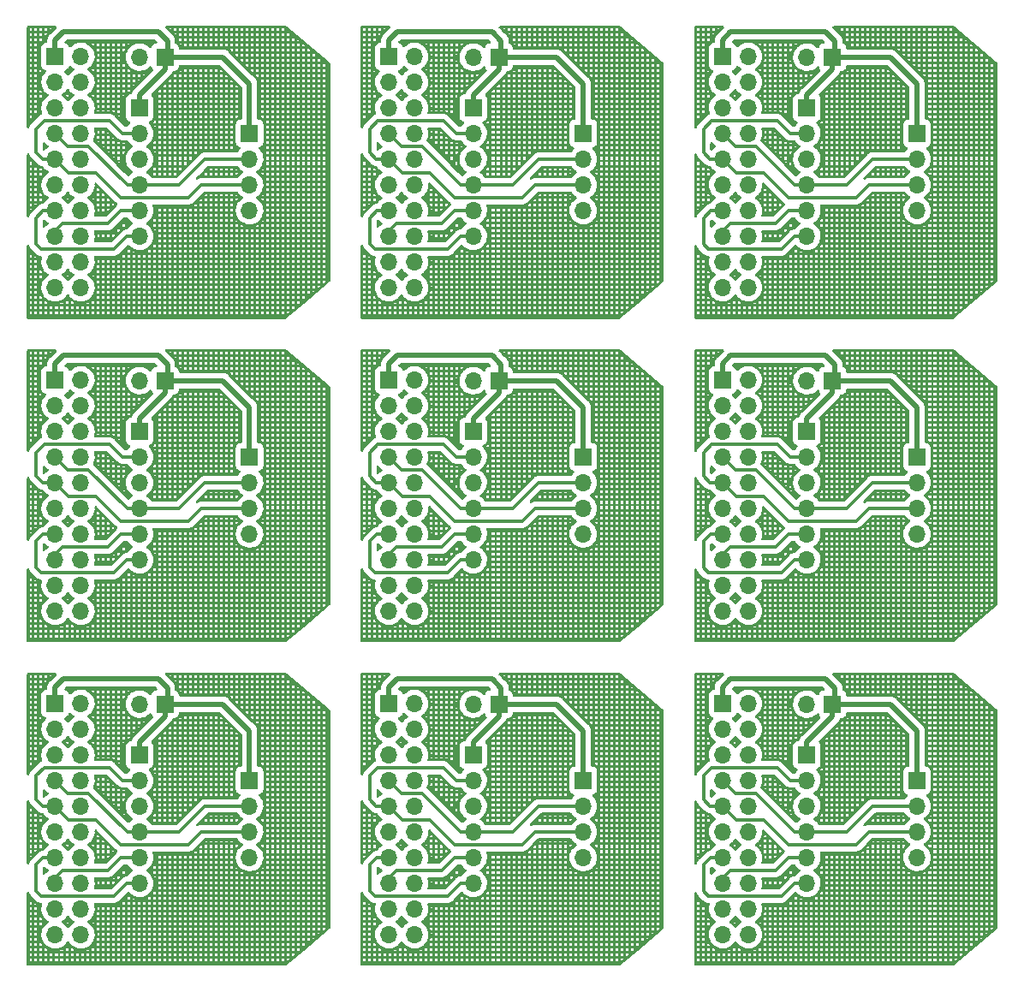
<source format=gtl>
%MOIN*%
%OFA0B0*%
%FSLAX46Y46*%
%IPPOS*%
%LPD*%
%ADD10R,0.066929133858267723X0.066929133858267723*%
%ADD11O,0.066929133858267723X0.066929133858267723*%
%ADD12C,0.011811023622047244*%
%ADD13C,0.01968503937007874*%
%ADD24R,0.066929133858267723X0.066929133858267723*%
%ADD25O,0.066929133858267723X0.066929133858267723*%
%ADD26C,0.011811023622047244*%
%ADD27C,0.01968503937007874*%
%ADD28R,0.066929133858267723X0.066929133858267723*%
%ADD29O,0.066929133858267723X0.066929133858267723*%
%ADD30C,0.011811023622047244*%
%ADD31C,0.01968503937007874*%
%ADD32R,0.066929133858267723X0.066929133858267723*%
%ADD33O,0.066929133858267723X0.066929133858267723*%
%ADD34C,0.011811023622047244*%
%ADD35C,0.01968503937007874*%
%ADD36R,0.066929133858267723X0.066929133858267723*%
%ADD37O,0.066929133858267723X0.066929133858267723*%
%ADD38C,0.011811023622047244*%
%ADD39C,0.01968503937007874*%
%ADD40R,0.066929133858267723X0.066929133858267723*%
%ADD41O,0.066929133858267723X0.066929133858267723*%
%ADD42C,0.011811023622047244*%
%ADD43C,0.01968503937007874*%
%ADD44R,0.066929133858267723X0.066929133858267723*%
%ADD45O,0.066929133858267723X0.066929133858267723*%
%ADD46C,0.011811023622047244*%
%ADD47C,0.01968503937007874*%
%ADD48R,0.066929133858267723X0.066929133858267723*%
%ADD49O,0.066929133858267723X0.066929133858267723*%
%ADD50C,0.011811023622047244*%
%ADD51C,0.01968503937007874*%
%ADD52R,0.066929133858267723X0.066929133858267723*%
%ADD53O,0.066929133858267723X0.066929133858267723*%
%ADD54C,0.011811023622047244*%
%ADD55C,0.01968503937007874*%
G01*
D10*
X0000000000Y0000000000D02*
X0000558070Y0001039370D03*
D11*
X0000458070Y0001039370D03*
X0000886811Y0000442519D03*
X0000886811Y0000542519D03*
X0000886811Y0000642519D03*
D10*
X0000886811Y0000742519D03*
X0000458070Y0000841929D03*
D11*
X0000458070Y0000741929D03*
X0000458070Y0000641929D03*
X0000458070Y0000541929D03*
X0000458070Y0000441929D03*
X0000458070Y0000341929D03*
X0000229921Y0000141732D03*
X0000129921Y0000141732D03*
X0000229921Y0000241732D03*
X0000129921Y0000241732D03*
X0000229921Y0000341732D03*
X0000129921Y0000341732D03*
X0000229921Y0000441732D03*
X0000129921Y0000441732D03*
X0000229921Y0000541732D03*
X0000129921Y0000541732D03*
X0000229921Y0000641732D03*
X0000129921Y0000641732D03*
X0000229921Y0000741732D03*
X0000129921Y0000741732D03*
X0000229921Y0000841732D03*
X0000129921Y0000841732D03*
X0000229921Y0000941732D03*
X0000129921Y0000941732D03*
X0000229921Y0001041732D03*
D10*
X0000129921Y0001041732D03*
D12*
X0000358661Y0000291732D02*
X0000408858Y0000341929D01*
X0000074409Y0000291732D02*
X0000358661Y0000291732D01*
X0000055118Y0000413385D02*
X0000055118Y0000311023D01*
X0000083464Y0000441732D02*
X0000055118Y0000413385D01*
X0000129921Y0000441732D02*
X0000083464Y0000441732D01*
X0000055118Y0000311023D02*
X0000074409Y0000291732D01*
X0000408858Y0000341929D02*
X0000458070Y0000341929D01*
X0000336614Y0000391732D02*
X0000386811Y0000441929D01*
X0000159448Y0000391732D02*
X0000336614Y0000391732D01*
X0000129921Y0000362204D02*
X0000159448Y0000391732D01*
X0000386811Y0000441929D02*
X0000458070Y0000441929D01*
X0000129921Y0000341732D02*
X0000129921Y0000362204D01*
X0000410826Y0000541929D02*
X0000458070Y0000541929D01*
X0000178740Y0000692913D02*
X0000259842Y0000692913D01*
X0000129921Y0000741732D02*
X0000178740Y0000692913D01*
X0000259842Y0000692913D02*
X0000410826Y0000541929D01*
X0000649606Y0000492125D02*
X0000700000Y0000542519D01*
X0000385826Y0000492125D02*
X0000649606Y0000492125D01*
X0000182677Y0000588976D02*
X0000288976Y0000588976D01*
X0000129921Y0000641732D02*
X0000182677Y0000588976D01*
X0000288976Y0000588976D02*
X0000385826Y0000492125D01*
X0000700000Y0000542519D02*
X0000886811Y0000542519D01*
X0000713385Y0000642519D02*
X0000886811Y0000642519D01*
X0000612795Y0000541929D02*
X0000713385Y0000642519D01*
X0000458070Y0000541929D02*
X0000612795Y0000541929D01*
X0000129921Y0000641732D02*
X0000130314Y0000641732D01*
X0000342125Y0000791732D02*
X0000391929Y0000741929D01*
X0000391929Y0000741929D02*
X0000458070Y0000741929D01*
X0000087007Y0000791732D02*
X0000342125Y0000791732D01*
X0000055118Y0000759842D02*
X0000087007Y0000791732D01*
X0000055118Y0000667322D02*
X0000055118Y0000759842D01*
X0000129921Y0000641732D02*
X0000080708Y0000641732D01*
X0000080708Y0000641732D02*
X0000055118Y0000667322D01*
D13*
X0000566929Y0001048228D02*
X0000558070Y0001039370D01*
X0000161417Y0001137795D02*
X0000531496Y0001137795D01*
X0000129921Y0001106299D02*
X0000161417Y0001137795D01*
X0000129921Y0001041732D02*
X0000129921Y0001106299D01*
X0000531496Y0001137795D02*
X0000566929Y0001102362D01*
X0000566929Y0001102362D02*
X0000566929Y0001048228D01*
X0000558070Y0000991141D02*
X0000558070Y0001039370D01*
X0000458070Y0000891141D02*
X0000558070Y0000991141D01*
X0000458070Y0000841929D02*
X0000458070Y0000891141D01*
D12*
X0000886220Y0000641929D02*
X0000886811Y0000642519D01*
D13*
X0000886811Y0000936023D02*
X0000886811Y0000742519D01*
X0000783464Y0001039370D02*
X0000886811Y0000936023D01*
X0000558070Y0001039370D02*
X0000783464Y0001039370D01*
X0000457874Y0000543208D02*
X0000458070Y0000543405D01*
G36*
X0000189887Y0001005782D02*
G01*
X0000191252Y0001004680D01*
X0000192372Y0001003388D01*
X0000195373Y0001000896D01*
X0000198405Y0000998379D01*
X0000199138Y0000997770D01*
X0000201838Y0000996192D01*
X0000202025Y0000996083D01*
X0000203943Y0000994050D01*
X0000204458Y0000991303D01*
X0000203405Y0000988713D01*
X0000201813Y0000987400D01*
X0000201323Y0000987145D01*
X0000201160Y0000987023D01*
X0000201160Y0000987023D01*
X0000194540Y0000982052D01*
X0000194289Y0000981864D01*
X0000191706Y0000979161D01*
X0000190620Y0000978024D01*
X0000188213Y0000975506D01*
X0000183984Y0000969306D01*
X0000181822Y0000967534D01*
X0000179045Y0000967212D01*
X0000176536Y0000968443D01*
X0000175721Y0000969407D01*
X0000172552Y0000974306D01*
X0000172551Y0000974306D01*
X0000172441Y0000974477D01*
X0000172029Y0000974929D01*
X0000166645Y0000980846D01*
X0000165423Y0000983360D01*
X0000165753Y0000986136D01*
X0000167532Y0000988292D01*
X0000168573Y0000988830D01*
X0000172767Y0000990402D01*
X0000173098Y0000990526D01*
X0000177687Y0000993966D01*
X0000181126Y0000998554D01*
X0000181999Y0001000884D01*
X0000182858Y0001003173D01*
X0000184537Y0001005408D01*
X0000187157Y0001006381D01*
X0000189887Y0001005782D01*
G37*
G36*
X0000183150Y0000915151D02*
G01*
X0000184247Y0000913897D01*
X0000184876Y0000912871D01*
X0000186613Y0000910035D01*
X0000192372Y0000903388D01*
X0000199138Y0000897770D01*
X0000201042Y0000896658D01*
X0000202025Y0000896083D01*
X0000203943Y0000894050D01*
X0000204458Y0000891303D01*
X0000203405Y0000888713D01*
X0000201813Y0000887400D01*
X0000201323Y0000887145D01*
X0000201160Y0000887023D01*
X0000201160Y0000887023D01*
X0000194540Y0000882052D01*
X0000194289Y0000881864D01*
X0000188213Y0000875506D01*
X0000183984Y0000869306D01*
X0000181822Y0000867534D01*
X0000179045Y0000867212D01*
X0000176536Y0000868443D01*
X0000175721Y0000869407D01*
X0000172552Y0000874306D01*
X0000172551Y0000874306D01*
X0000172441Y0000874477D01*
X0000166522Y0000880982D01*
X0000166362Y0000881108D01*
X0000166362Y0000881108D01*
X0000159780Y0000886307D01*
X0000159779Y0000886307D01*
X0000159620Y0000886433D01*
X0000157994Y0000887330D01*
X0000156026Y0000889316D01*
X0000155743Y0000890649D01*
X0000171902Y0000890649D01*
X0000173291Y0000889552D01*
X0000173447Y0000889424D01*
X0000173509Y0000889370D01*
X0000173661Y0000889234D01*
X0000174256Y0000888680D01*
X0000174401Y0000888539D01*
X0000174459Y0000888481D01*
X0000174600Y0000888332D01*
X0000179874Y0000882535D01*
X0000179995Y0000882684D01*
X0000180126Y0000882840D01*
X0000180181Y0000882902D01*
X0000180295Y0000883026D01*
X0000180295Y0000890649D01*
X0000171902Y0000890649D01*
X0000155743Y0000890649D01*
X0000155445Y0000892050D01*
X0000156434Y0000894664D01*
X0000157511Y0000895712D01*
X0000159236Y0000896942D01*
X0000164377Y0000900610D01*
X0000179684Y0000900610D01*
X0000180295Y0000900610D01*
X0000180295Y0000900649D01*
X0000179977Y0000901017D01*
X0000179684Y0000900610D01*
X0000164377Y0000900610D01*
X0000164561Y0000900741D01*
X0000170791Y0000906949D01*
X0000171081Y0000907353D01*
X0000175923Y0000914091D01*
X0000175975Y0000914054D01*
X0000177820Y0000915753D01*
X0000180574Y0000916235D01*
X0000183150Y0000915151D01*
G37*
G36*
X0000519753Y0001107145D02*
G01*
X0000520579Y0001106480D01*
X0000525761Y0001101297D01*
X0000527101Y0001098844D01*
X0000526902Y0001096056D01*
X0000525227Y0001093819D01*
X0000522705Y0001092903D01*
X0000522711Y0001092854D01*
X0000520263Y0001092588D01*
X0000514893Y0001090575D01*
X0000510304Y0001087136D01*
X0000506865Y0001082547D01*
X0000506741Y0001082216D01*
X0000505114Y0001077877D01*
X0000503436Y0001075642D01*
X0000500815Y0001074670D01*
X0000498085Y0001075269D01*
X0000496800Y0001076280D01*
X0000494809Y0001078469D01*
X0000494808Y0001078469D01*
X0000494672Y0001078620D01*
X0000494512Y0001078745D01*
X0000494512Y0001078746D01*
X0000487929Y0001083944D01*
X0000487929Y0001083944D01*
X0000487770Y0001084070D01*
X0000480070Y0001088321D01*
X0000479878Y0001088389D01*
X0000479878Y0001088389D01*
X0000472383Y0001091043D01*
X0000496562Y0001091043D01*
X0000498461Y0001089543D01*
X0000499584Y0001091043D01*
X0000496562Y0001091043D01*
X0000472383Y0001091043D01*
X0000471971Y0001091189D01*
X0000471971Y0001091189D01*
X0000471780Y0001091257D01*
X0000471579Y0001091292D01*
X0000471579Y0001091292D01*
X0000463321Y0001092763D01*
X0000463321Y0001092763D01*
X0000463121Y0001092799D01*
X0000460214Y0001092834D01*
X0000454530Y0001092904D01*
X0000454530Y0001092904D01*
X0000454327Y0001092906D01*
X0000445633Y0001091576D01*
X0000437273Y0001088844D01*
X0000429472Y0001084783D01*
X0000429310Y0001084661D01*
X0000429309Y0001084660D01*
X0000422877Y0001079831D01*
X0000422439Y0001079502D01*
X0000420217Y0001077177D01*
X0000418751Y0001075642D01*
X0000416363Y0001073144D01*
X0000411407Y0001065878D01*
X0000410248Y0001063382D01*
X0000408037Y0001058618D01*
X0000407704Y0001057901D01*
X0000405353Y0001049426D01*
X0000404419Y0001040681D01*
X0000404431Y0001040478D01*
X0000404431Y0001040478D01*
X0000404533Y0001038707D01*
X0000404925Y0001031900D01*
X0000404970Y0001031702D01*
X0000404970Y0001031702D01*
X0000405694Y0001028489D01*
X0000406859Y0001023321D01*
X0000407405Y0001021975D01*
X0000410066Y0001015423D01*
X0000410167Y0001015172D01*
X0000410274Y0001014999D01*
X0000413529Y0001009686D01*
X0000414763Y0001007673D01*
X0000420521Y0001001026D01*
X0000427288Y0000995408D01*
X0000434881Y0000990970D01*
X0000435071Y0000990898D01*
X0000435071Y0000990898D01*
X0000436044Y0000990526D01*
X0000443098Y0000987833D01*
X0000443297Y0000987792D01*
X0000443297Y0000987792D01*
X0000446493Y0000987142D01*
X0000451716Y0000986080D01*
X0000451920Y0000986072D01*
X0000451920Y0000986072D01*
X0000460302Y0000985765D01*
X0000460302Y0000985765D01*
X0000460505Y0000985757D01*
X0000460706Y0000985783D01*
X0000460707Y0000985783D01*
X0000469027Y0000986849D01*
X0000469027Y0000986849D01*
X0000469228Y0000986875D01*
X0000469662Y0000987005D01*
X0000477457Y0000989344D01*
X0000477458Y0000989344D01*
X0000477652Y0000989402D01*
X0000485550Y0000993271D01*
X0000492711Y0000998379D01*
X0000496972Y0001002625D01*
X0000499427Y0001003960D01*
X0000502215Y0001003756D01*
X0000504449Y0001002077D01*
X0000505118Y0001000852D01*
X0000505160Y0001000741D01*
X0000506865Y0000996192D01*
X0000510294Y0000991617D01*
X0000511272Y0000988999D01*
X0000510680Y0000986267D01*
X0000509832Y0000985134D01*
X0000438822Y0000914124D01*
X0000438255Y0000913637D01*
X0000437798Y0000913301D01*
X0000437798Y0000913301D01*
X0000437566Y0000913130D01*
X0000437379Y0000912910D01*
X0000437379Y0000912910D01*
X0000436219Y0000911544D01*
X0000435946Y0000911248D01*
X0000435722Y0000911024D01*
X0000435632Y0000910910D01*
X0000435028Y0000910147D01*
X0000434918Y0000910013D01*
X0000434806Y0000909882D01*
X0000433057Y0000907823D01*
X0000432926Y0000907566D01*
X0000432794Y0000907368D01*
X0000432669Y0000907166D01*
X0000432490Y0000906940D01*
X0000431273Y0000904335D01*
X0000431198Y0000904182D01*
X0000429890Y0000901621D01*
X0000429822Y0000901341D01*
X0000429739Y0000901119D01*
X0000429664Y0000900892D01*
X0000429542Y0000900631D01*
X0000429483Y0000900349D01*
X0000429483Y0000900349D01*
X0000429278Y0000899363D01*
X0000427961Y0000896898D01*
X0000425520Y0000895536D01*
X0000424422Y0000895413D01*
X0000422711Y0000895413D01*
X0000420263Y0000895147D01*
X0000414893Y0000893134D01*
X0000410304Y0000889695D01*
X0000406865Y0000885106D01*
X0000404852Y0000879736D01*
X0000404586Y0000877288D01*
X0000404586Y0000806569D01*
X0000404852Y0000804121D01*
X0000406865Y0000798751D01*
X0000410304Y0000794162D01*
X0000414893Y0000790723D01*
X0000415224Y0000790599D01*
X0000415224Y0000790599D01*
X0000419505Y0000788994D01*
X0000421740Y0000787315D01*
X0000422713Y0000784695D01*
X0000422114Y0000781965D01*
X0000421351Y0000780922D01*
X0000417314Y0000776698D01*
X0000416363Y0000775703D01*
X0000416248Y0000775535D01*
X0000416248Y0000775535D01*
X0000412486Y0000770019D01*
X0000410324Y0000768247D01*
X0000408388Y0000767854D01*
X0000404722Y0000767854D01*
X0000402040Y0000768641D01*
X0000401214Y0000769307D01*
X0000380069Y0000790452D01*
X0000395514Y0000790452D01*
X0000400728Y0000785238D01*
X0000400728Y0000788730D01*
X0000399437Y0000790452D01*
X0000395514Y0000790452D01*
X0000380069Y0000790452D01*
X0000370108Y0000800413D01*
X0000390649Y0000800413D01*
X0000394583Y0000800413D01*
X0000394526Y0000800582D01*
X0000394489Y0000800701D01*
X0000394408Y0000801001D01*
X0000394121Y0000802206D01*
X0000394059Y0000802511D01*
X0000394038Y0000802635D01*
X0000393995Y0000802941D01*
X0000393729Y0000805390D01*
X0000393716Y0000805521D01*
X0000393712Y0000805575D01*
X0000393703Y0000805711D01*
X0000393674Y0000806247D01*
X0000393668Y0000806381D01*
X0000393667Y0000806435D01*
X0000393665Y0000806569D01*
X0000393665Y0000810492D01*
X0000390649Y0000810492D01*
X0000390649Y0000800413D01*
X0000370108Y0000800413D01*
X0000362742Y0000807779D01*
X0000362427Y0000808125D01*
X0000362427Y0000808125D01*
X0000362260Y0000808388D01*
X0000361573Y0000809034D01*
X0000360226Y0000810299D01*
X0000360114Y0000810407D01*
X0000360029Y0000810492D01*
X0000375474Y0000810492D01*
X0000380688Y0000805278D01*
X0000380688Y0000810492D01*
X0000375474Y0000810492D01*
X0000360029Y0000810492D01*
X0000359304Y0000811217D01*
X0000359166Y0000811324D01*
X0000358811Y0000811628D01*
X0000358646Y0000811783D01*
X0000357485Y0000812872D01*
X0000357211Y0000813023D01*
X0000356745Y0000813279D01*
X0000356095Y0000813706D01*
X0000355674Y0000814033D01*
X0000355427Y0000814224D01*
X0000355141Y0000814348D01*
X0000355141Y0000814348D01*
X0000353758Y0000814947D01*
X0000353338Y0000815152D01*
X0000352019Y0000815878D01*
X0000352018Y0000815878D01*
X0000351745Y0000816028D01*
X0000350927Y0000816238D01*
X0000350191Y0000816490D01*
X0000349416Y0000816825D01*
X0000347620Y0000817110D01*
X0000347162Y0000817205D01*
X0000345878Y0000817534D01*
X0000345401Y0000817657D01*
X0000344556Y0000817657D01*
X0000343780Y0000817718D01*
X0000343255Y0000817801D01*
X0000342946Y0000817850D01*
X0000341136Y0000817679D01*
X0000340669Y0000817657D01*
X0000285199Y0000817657D01*
X0000282517Y0000818444D01*
X0000280777Y0000820452D01*
X0000370610Y0000820452D01*
X0000380688Y0000820452D01*
X0000390649Y0000820452D01*
X0000393665Y0000820452D01*
X0000393665Y0000830531D01*
X0000390649Y0000830531D01*
X0000390649Y0000820452D01*
X0000380688Y0000820452D01*
X0000380688Y0000830531D01*
X0000370610Y0000830531D01*
X0000370610Y0000820452D01*
X0000280777Y0000820452D01*
X0000280687Y0000820557D01*
X0000280289Y0000823324D01*
X0000280453Y0000824060D01*
X0000280889Y0000825495D01*
X0000281559Y0000827700D01*
X0000350570Y0000827700D01*
X0000351124Y0000827612D01*
X0000351430Y0000827554D01*
X0000351553Y0000827527D01*
X0000351855Y0000827449D01*
X0000353049Y0000827102D01*
X0000353345Y0000827006D01*
X0000353463Y0000826963D01*
X0000353753Y0000826849D01*
X0000354098Y0000826699D01*
X0000354461Y0000826606D01*
X0000354761Y0000826519D01*
X0000354881Y0000826480D01*
X0000355173Y0000826375D01*
X0000356329Y0000825917D01*
X0000356614Y0000825794D01*
X0000356728Y0000825740D01*
X0000357006Y0000825598D01*
X0000358353Y0000824858D01*
X0000359765Y0000824247D01*
X0000360047Y0000824115D01*
X0000360159Y0000824057D01*
X0000360432Y0000823907D01*
X0000360649Y0000823779D01*
X0000360649Y0000830531D01*
X0000350570Y0000830531D01*
X0000350570Y0000827700D01*
X0000281559Y0000827700D01*
X0000281826Y0000828578D01*
X0000293139Y0000828578D01*
X0000300531Y0000828578D01*
X0000310492Y0000828578D01*
X0000320570Y0000828578D01*
X0000330531Y0000828578D01*
X0000340388Y0000828578D01*
X0000340610Y0000828599D01*
X0000340610Y0000830531D01*
X0000330531Y0000830531D01*
X0000330531Y0000828578D01*
X0000320570Y0000828578D01*
X0000320570Y0000830531D01*
X0000310492Y0000830531D01*
X0000310492Y0000828578D01*
X0000300531Y0000828578D01*
X0000300531Y0000830531D01*
X0000293410Y0000830531D01*
X0000293204Y0000828965D01*
X0000293173Y0000828763D01*
X0000293159Y0000828682D01*
X0000293139Y0000828578D01*
X0000281826Y0000828578D01*
X0000282376Y0000830390D01*
X0000283524Y0000839110D01*
X0000283527Y0000839242D01*
X0000283585Y0000841599D01*
X0000283585Y0000841599D01*
X0000283588Y0000841732D01*
X0000282868Y0000850497D01*
X0000282849Y0000850570D01*
X0000293820Y0000850570D01*
X0000294473Y0000842627D01*
X0000294482Y0000842492D01*
X0000294485Y0000842439D01*
X0000294490Y0000842310D01*
X0000294506Y0000841782D01*
X0000294508Y0000841650D01*
X0000294508Y0000841597D01*
X0000294506Y0000841465D01*
X0000294482Y0000840492D01*
X0000300531Y0000840492D01*
X0000310492Y0000840492D01*
X0000320570Y0000840492D01*
X0000330531Y0000840492D01*
X0000340610Y0000840492D01*
X0000350570Y0000840492D01*
X0000360649Y0000840492D01*
X0000370610Y0000840492D01*
X0000380688Y0000840492D01*
X0000390649Y0000840492D01*
X0000393665Y0000840492D01*
X0000393665Y0000850570D01*
X0000390649Y0000850570D01*
X0000390649Y0000840492D01*
X0000380688Y0000840492D01*
X0000380688Y0000850570D01*
X0000370610Y0000850570D01*
X0000370610Y0000840492D01*
X0000360649Y0000840492D01*
X0000360649Y0000850570D01*
X0000350570Y0000850570D01*
X0000350570Y0000840492D01*
X0000340610Y0000840492D01*
X0000340610Y0000850570D01*
X0000330531Y0000850570D01*
X0000330531Y0000840492D01*
X0000320570Y0000840492D01*
X0000320570Y0000850570D01*
X0000310492Y0000850570D01*
X0000310492Y0000840492D01*
X0000300531Y0000840492D01*
X0000300531Y0000850570D01*
X0000293820Y0000850570D01*
X0000282849Y0000850570D01*
X0000280725Y0000859027D01*
X0000278543Y0000864045D01*
X0000290452Y0000864045D01*
X0000290741Y0000863382D01*
X0000290817Y0000863195D01*
X0000290847Y0000863119D01*
X0000290917Y0000862926D01*
X0000291179Y0000862157D01*
X0000291240Y0000861963D01*
X0000291264Y0000861884D01*
X0000291317Y0000861688D01*
X0000291608Y0000860531D01*
X0000300531Y0000860531D01*
X0000310492Y0000860531D01*
X0000320570Y0000860531D01*
X0000330531Y0000860531D01*
X0000340610Y0000860531D01*
X0000350570Y0000860531D01*
X0000360649Y0000860531D01*
X0000370610Y0000860531D01*
X0000380688Y0000860531D01*
X0000390649Y0000860531D01*
X0000393665Y0000860531D01*
X0000393665Y0000870610D01*
X0000390649Y0000870610D01*
X0000390649Y0000860531D01*
X0000380688Y0000860531D01*
X0000380688Y0000870610D01*
X0000370610Y0000870610D01*
X0000370610Y0000860531D01*
X0000360649Y0000860531D01*
X0000360649Y0000870610D01*
X0000350570Y0000870610D01*
X0000350570Y0000860531D01*
X0000340610Y0000860531D01*
X0000340610Y0000870610D01*
X0000330531Y0000870610D01*
X0000330531Y0000860531D01*
X0000320570Y0000860531D01*
X0000320570Y0000870610D01*
X0000310492Y0000870610D01*
X0000310492Y0000860531D01*
X0000300531Y0000860531D01*
X0000300531Y0000870610D01*
X0000290452Y0000870610D01*
X0000290452Y0000864045D01*
X0000278543Y0000864045D01*
X0000277218Y0000867092D01*
X0000272441Y0000874477D01*
X0000266896Y0000880570D01*
X0000290452Y0000880570D01*
X0000300531Y0000880570D01*
X0000310492Y0000880570D01*
X0000320570Y0000880570D01*
X0000330531Y0000880570D01*
X0000340610Y0000880570D01*
X0000350570Y0000880570D01*
X0000360649Y0000880570D01*
X0000370610Y0000880570D01*
X0000380688Y0000880570D01*
X0000390649Y0000880570D01*
X0000393957Y0000880570D01*
X0000393995Y0000880916D01*
X0000394038Y0000881223D01*
X0000394059Y0000881346D01*
X0000394121Y0000881651D01*
X0000394408Y0000882857D01*
X0000394489Y0000883156D01*
X0000394526Y0000883276D01*
X0000394626Y0000883570D01*
X0000396639Y0000888940D01*
X0000396775Y0000889266D01*
X0000396834Y0000889395D01*
X0000396992Y0000889710D01*
X0000397506Y0000890649D01*
X0000390649Y0000890649D01*
X0000390649Y0000880570D01*
X0000380688Y0000880570D01*
X0000380688Y0000890649D01*
X0000370610Y0000890649D01*
X0000370610Y0000880570D01*
X0000360649Y0000880570D01*
X0000360649Y0000890649D01*
X0000350570Y0000890649D01*
X0000350570Y0000880570D01*
X0000340610Y0000880570D01*
X0000340610Y0000890649D01*
X0000330531Y0000890649D01*
X0000330531Y0000880570D01*
X0000320570Y0000880570D01*
X0000320570Y0000890649D01*
X0000310492Y0000890649D01*
X0000310492Y0000880570D01*
X0000300531Y0000880570D01*
X0000300531Y0000890649D01*
X0000290452Y0000890649D01*
X0000290452Y0000880570D01*
X0000266896Y0000880570D01*
X0000266522Y0000880982D01*
X0000266362Y0000881108D01*
X0000266362Y0000881108D01*
X0000259780Y0000886307D01*
X0000259779Y0000886307D01*
X0000259620Y0000886433D01*
X0000257994Y0000887330D01*
X0000256026Y0000889316D01*
X0000255743Y0000890649D01*
X0000271902Y0000890649D01*
X0000273291Y0000889552D01*
X0000273447Y0000889424D01*
X0000273509Y0000889370D01*
X0000273661Y0000889234D01*
X0000274256Y0000888680D01*
X0000274401Y0000888539D01*
X0000274459Y0000888481D01*
X0000274600Y0000888332D01*
X0000280492Y0000881857D01*
X0000280492Y0000890649D01*
X0000271902Y0000890649D01*
X0000255743Y0000890649D01*
X0000255445Y0000892050D01*
X0000256434Y0000894664D01*
X0000257511Y0000895712D01*
X0000259236Y0000896942D01*
X0000264377Y0000900610D01*
X0000279684Y0000900610D01*
X0000280492Y0000900610D01*
X0000290452Y0000900610D01*
X0000300531Y0000900610D01*
X0000310492Y0000900610D01*
X0000320570Y0000900610D01*
X0000330531Y0000900610D01*
X0000340610Y0000900610D01*
X0000350570Y0000900610D01*
X0000360649Y0000900610D01*
X0000370610Y0000900610D01*
X0000380688Y0000900610D01*
X0000390649Y0000900610D01*
X0000400728Y0000900610D01*
X0000400728Y0000903204D01*
X0000410688Y0000903204D01*
X0000410733Y0000903224D01*
X0000411059Y0000903360D01*
X0000416429Y0000905373D01*
X0000416723Y0000905473D01*
X0000416843Y0000905510D01*
X0000417142Y0000905591D01*
X0000418348Y0000905878D01*
X0000418653Y0000905940D01*
X0000418776Y0000905961D01*
X0000419083Y0000906004D01*
X0000419944Y0000906098D01*
X0000419994Y0000906223D01*
X0000420041Y0000906329D01*
X0000420164Y0000906588D01*
X0000420767Y0000907769D01*
X0000420767Y0000910688D01*
X0000410688Y0000910688D01*
X0000410688Y0000903204D01*
X0000400728Y0000903204D01*
X0000400728Y0000910688D01*
X0000390649Y0000910688D01*
X0000390649Y0000900610D01*
X0000380688Y0000900610D01*
X0000380688Y0000910688D01*
X0000370610Y0000910688D01*
X0000370610Y0000900610D01*
X0000360649Y0000900610D01*
X0000360649Y0000910688D01*
X0000350570Y0000910688D01*
X0000350570Y0000900610D01*
X0000340610Y0000900610D01*
X0000340610Y0000910688D01*
X0000330531Y0000910688D01*
X0000330531Y0000900610D01*
X0000320570Y0000900610D01*
X0000320570Y0000910688D01*
X0000310492Y0000910688D01*
X0000310492Y0000900610D01*
X0000300531Y0000900610D01*
X0000300531Y0000910688D01*
X0000290452Y0000910688D01*
X0000290452Y0000900610D01*
X0000280492Y0000900610D01*
X0000280492Y0000901734D01*
X0000279684Y0000900610D01*
X0000264377Y0000900610D01*
X0000264561Y0000900741D01*
X0000270791Y0000906949D01*
X0000271081Y0000907353D01*
X0000275804Y0000913926D01*
X0000275923Y0000914091D01*
X0000276744Y0000915753D01*
X0000279164Y0000920649D01*
X0000290831Y0000920649D01*
X0000300531Y0000920649D01*
X0000310492Y0000920649D01*
X0000320570Y0000920649D01*
X0000330531Y0000920649D01*
X0000340610Y0000920649D01*
X0000350570Y0000920649D01*
X0000360649Y0000920649D01*
X0000370610Y0000920649D01*
X0000380688Y0000920649D01*
X0000390649Y0000920649D01*
X0000400728Y0000920649D01*
X0000410688Y0000920649D01*
X0000420767Y0000920649D01*
X0000420767Y0000921632D01*
X0000430728Y0000921632D01*
X0000430777Y0000921675D01*
X0000430866Y0000921749D01*
X0000431092Y0000921926D01*
X0000431418Y0000922165D01*
X0000439980Y0000930728D01*
X0000430728Y0000930728D01*
X0000430728Y0000921632D01*
X0000420767Y0000921632D01*
X0000420767Y0000930728D01*
X0000410688Y0000930728D01*
X0000410688Y0000920649D01*
X0000400728Y0000920649D01*
X0000400728Y0000930728D01*
X0000390649Y0000930728D01*
X0000390649Y0000920649D01*
X0000380688Y0000920649D01*
X0000380688Y0000930728D01*
X0000370610Y0000930728D01*
X0000370610Y0000920649D01*
X0000360649Y0000920649D01*
X0000360649Y0000930728D01*
X0000350570Y0000930728D01*
X0000350570Y0000920649D01*
X0000340610Y0000920649D01*
X0000340610Y0000930728D01*
X0000330531Y0000930728D01*
X0000330531Y0000920649D01*
X0000320570Y0000920649D01*
X0000320570Y0000930728D01*
X0000310492Y0000930728D01*
X0000310492Y0000920649D01*
X0000300531Y0000920649D01*
X0000300531Y0000930728D01*
X0000293436Y0000930728D01*
X0000293204Y0000928965D01*
X0000293173Y0000928763D01*
X0000293159Y0000928682D01*
X0000293120Y0000928483D01*
X0000292949Y0000927689D01*
X0000292902Y0000927491D01*
X0000292881Y0000927412D01*
X0000292826Y0000927216D01*
X0000290831Y0000920649D01*
X0000279164Y0000920649D01*
X0000279729Y0000921793D01*
X0000279729Y0000921793D01*
X0000279820Y0000921975D01*
X0000281495Y0000927491D01*
X0000282317Y0000930195D01*
X0000282317Y0000930196D01*
X0000282376Y0000930390D01*
X0000283524Y0000939110D01*
X0000283563Y0000940688D01*
X0000283585Y0000941599D01*
X0000283585Y0000941599D01*
X0000283588Y0000941732D01*
X0000282868Y0000950497D01*
X0000282800Y0000950767D01*
X0000293804Y0000950767D01*
X0000294473Y0000942627D01*
X0000294482Y0000942492D01*
X0000294485Y0000942439D01*
X0000294490Y0000942310D01*
X0000294506Y0000941782D01*
X0000294508Y0000941650D01*
X0000294508Y0000941597D01*
X0000294506Y0000941465D01*
X0000294487Y0000940688D01*
X0000300531Y0000940688D01*
X0000310492Y0000940688D01*
X0000320570Y0000940688D01*
X0000330531Y0000940688D01*
X0000340610Y0000940688D01*
X0000350570Y0000940688D01*
X0000360649Y0000940688D01*
X0000370610Y0000940688D01*
X0000380688Y0000940688D01*
X0000390649Y0000940688D01*
X0000400728Y0000940688D01*
X0000410688Y0000940688D01*
X0000420767Y0000940688D01*
X0000430728Y0000940688D01*
X0000440807Y0000940688D01*
X0000440807Y0000941515D01*
X0000450767Y0000941515D01*
X0000460020Y0000950767D01*
X0000450767Y0000950767D01*
X0000450767Y0000941515D01*
X0000440807Y0000941515D01*
X0000440807Y0000950767D01*
X0000430728Y0000950767D01*
X0000430728Y0000940688D01*
X0000420767Y0000940688D01*
X0000420767Y0000950767D01*
X0000410688Y0000950767D01*
X0000410688Y0000940688D01*
X0000400728Y0000940688D01*
X0000400728Y0000950767D01*
X0000390649Y0000950767D01*
X0000390649Y0000940688D01*
X0000380688Y0000940688D01*
X0000380688Y0000950767D01*
X0000370610Y0000950767D01*
X0000370610Y0000940688D01*
X0000360649Y0000940688D01*
X0000360649Y0000950767D01*
X0000350570Y0000950767D01*
X0000350570Y0000940688D01*
X0000340610Y0000940688D01*
X0000340610Y0000950767D01*
X0000330531Y0000950767D01*
X0000330531Y0000940688D01*
X0000320570Y0000940688D01*
X0000320570Y0000950767D01*
X0000310492Y0000950767D01*
X0000310492Y0000940688D01*
X0000300531Y0000940688D01*
X0000300531Y0000950767D01*
X0000293804Y0000950767D01*
X0000282800Y0000950767D01*
X0000280725Y0000959027D01*
X0000278543Y0000964045D01*
X0000290452Y0000964045D01*
X0000290741Y0000963382D01*
X0000290817Y0000963195D01*
X0000290847Y0000963119D01*
X0000290917Y0000962926D01*
X0000291179Y0000962157D01*
X0000291240Y0000961963D01*
X0000291264Y0000961884D01*
X0000291317Y0000961688D01*
X0000291558Y0000960728D01*
X0000300531Y0000960728D01*
X0000310492Y0000960728D01*
X0000320570Y0000960728D01*
X0000330531Y0000960728D01*
X0000340610Y0000960728D01*
X0000350570Y0000960728D01*
X0000360649Y0000960728D01*
X0000370610Y0000960728D01*
X0000380688Y0000960728D01*
X0000390649Y0000960728D01*
X0000400728Y0000960728D01*
X0000410688Y0000960728D01*
X0000420767Y0000960728D01*
X0000430728Y0000960728D01*
X0000440807Y0000960728D01*
X0000450767Y0000960728D01*
X0000460846Y0000960728D01*
X0000460846Y0000961554D01*
X0000470807Y0000961554D01*
X0000480059Y0000970807D01*
X0000470807Y0000970807D01*
X0000470807Y0000961554D01*
X0000460846Y0000961554D01*
X0000460846Y0000970807D01*
X0000450767Y0000970807D01*
X0000450767Y0000960728D01*
X0000440807Y0000960728D01*
X0000440807Y0000970807D01*
X0000430728Y0000970807D01*
X0000430728Y0000960728D01*
X0000420767Y0000960728D01*
X0000420767Y0000970807D01*
X0000410688Y0000970807D01*
X0000410688Y0000960728D01*
X0000400728Y0000960728D01*
X0000400728Y0000970807D01*
X0000390649Y0000970807D01*
X0000390649Y0000960728D01*
X0000380688Y0000960728D01*
X0000380688Y0000970807D01*
X0000370610Y0000970807D01*
X0000370610Y0000960728D01*
X0000360649Y0000960728D01*
X0000360649Y0000970807D01*
X0000350570Y0000970807D01*
X0000350570Y0000960728D01*
X0000340610Y0000960728D01*
X0000340610Y0000970807D01*
X0000330531Y0000970807D01*
X0000330531Y0000960728D01*
X0000320570Y0000960728D01*
X0000320570Y0000970807D01*
X0000310492Y0000970807D01*
X0000310492Y0000960728D01*
X0000300531Y0000960728D01*
X0000300531Y0000970807D01*
X0000290452Y0000970807D01*
X0000290452Y0000964045D01*
X0000278543Y0000964045D01*
X0000277218Y0000967092D01*
X0000273956Y0000972135D01*
X0000272552Y0000974306D01*
X0000272551Y0000974306D01*
X0000272441Y0000974477D01*
X0000266717Y0000980767D01*
X0000290452Y0000980767D01*
X0000300531Y0000980767D01*
X0000310492Y0000980767D01*
X0000320570Y0000980767D01*
X0000330531Y0000980767D01*
X0000340610Y0000980767D01*
X0000350570Y0000980767D01*
X0000360649Y0000980767D01*
X0000370610Y0000980767D01*
X0000380688Y0000980767D01*
X0000390649Y0000980767D01*
X0000400728Y0000980767D01*
X0000410688Y0000980767D01*
X0000420767Y0000980767D01*
X0000420767Y0000980874D01*
X0000430728Y0000980874D01*
X0000430728Y0000980767D01*
X0000430987Y0000980767D01*
X0000430985Y0000980768D01*
X0000430795Y0000980845D01*
X0000430728Y0000980874D01*
X0000420767Y0000980874D01*
X0000420767Y0000981593D01*
X0000490846Y0000981593D01*
X0000497962Y0000988710D01*
X0000491892Y0000984380D01*
X0000491723Y0000984265D01*
X0000491655Y0000984220D01*
X0000491483Y0000984113D01*
X0000490846Y0000983733D01*
X0000490846Y0000981593D01*
X0000420767Y0000981593D01*
X0000420767Y0000986662D01*
X0000420700Y0000986708D01*
X0000420537Y0000986827D01*
X0000420472Y0000986877D01*
X0000420312Y0000987005D01*
X0000415685Y0000990846D01*
X0000410688Y0000990846D01*
X0000410688Y0000980767D01*
X0000400728Y0000980767D01*
X0000400728Y0000990846D01*
X0000390649Y0000990846D01*
X0000390649Y0000980767D01*
X0000380688Y0000980767D01*
X0000380688Y0000990846D01*
X0000370610Y0000990846D01*
X0000370610Y0000980767D01*
X0000360649Y0000980767D01*
X0000360649Y0000990846D01*
X0000350570Y0000990846D01*
X0000350570Y0000980767D01*
X0000340610Y0000980767D01*
X0000340610Y0000990846D01*
X0000330531Y0000990846D01*
X0000330531Y0000980767D01*
X0000320570Y0000980767D01*
X0000320570Y0000990846D01*
X0000310492Y0000990846D01*
X0000310492Y0000980767D01*
X0000300531Y0000980767D01*
X0000300531Y0000990846D01*
X0000290452Y0000990846D01*
X0000290452Y0000980767D01*
X0000266717Y0000980767D01*
X0000266522Y0000980982D01*
X0000266362Y0000981108D01*
X0000266362Y0000981108D01*
X0000259780Y0000986307D01*
X0000259779Y0000986307D01*
X0000259620Y0000986433D01*
X0000257994Y0000987330D01*
X0000256026Y0000989316D01*
X0000255701Y0000990846D01*
X0000271653Y0000990846D01*
X0000273291Y0000989552D01*
X0000273447Y0000989424D01*
X0000273509Y0000989370D01*
X0000273661Y0000989234D01*
X0000274256Y0000988680D01*
X0000274401Y0000988539D01*
X0000274459Y0000988481D01*
X0000274600Y0000988332D01*
X0000280492Y0000981857D01*
X0000280492Y0000990846D01*
X0000271653Y0000990846D01*
X0000255701Y0000990846D01*
X0000255445Y0000992050D01*
X0000256434Y0000994664D01*
X0000257511Y0000995712D01*
X0000259236Y0000996942D01*
X0000264561Y0001000741D01*
X0000264627Y0001000807D01*
X0000279826Y0001000807D01*
X0000280492Y0001000807D01*
X0000290452Y0001000807D01*
X0000300531Y0001000807D01*
X0000310492Y0001000807D01*
X0000320570Y0001000807D01*
X0000330531Y0001000807D01*
X0000340610Y0001000807D01*
X0000350570Y0001000807D01*
X0000360649Y0001000807D01*
X0000370610Y0001000807D01*
X0000380688Y0001000807D01*
X0000390649Y0001000807D01*
X0000400728Y0001000807D01*
X0000400728Y0001009686D01*
X0000400713Y0001009712D01*
X0000400617Y0001009893D01*
X0000400251Y0001010618D01*
X0000400163Y0001010802D01*
X0000400129Y0001010877D01*
X0000400125Y0001010885D01*
X0000390649Y0001010885D01*
X0000390649Y0001000807D01*
X0000380688Y0001000807D01*
X0000380688Y0001010885D01*
X0000370610Y0001010885D01*
X0000370610Y0001000807D01*
X0000360649Y0001000807D01*
X0000360649Y0001010885D01*
X0000350570Y0001010885D01*
X0000350570Y0001000807D01*
X0000340610Y0001000807D01*
X0000340610Y0001010885D01*
X0000330531Y0001010885D01*
X0000330531Y0001000807D01*
X0000320570Y0001000807D01*
X0000320570Y0001010885D01*
X0000310492Y0001010885D01*
X0000310492Y0001000807D01*
X0000300531Y0001000807D01*
X0000300531Y0001010885D01*
X0000290452Y0001010885D01*
X0000290452Y0001000807D01*
X0000280492Y0001000807D01*
X0000280492Y0001001734D01*
X0000279826Y0001000807D01*
X0000264627Y0001000807D01*
X0000264847Y0001001026D01*
X0000270221Y0001006381D01*
X0000270791Y0001006949D01*
X0000271311Y0001007673D01*
X0000275804Y0001013926D01*
X0000275923Y0001014091D01*
X0000276372Y0001014999D01*
X0000279261Y0001020846D01*
X0000290891Y0001020846D01*
X0000300531Y0001020846D01*
X0000310492Y0001020846D01*
X0000320570Y0001020846D01*
X0000330531Y0001020846D01*
X0000340610Y0001020846D01*
X0000350570Y0001020846D01*
X0000360649Y0001020846D01*
X0000370610Y0001020846D01*
X0000380688Y0001020846D01*
X0000390649Y0001020846D01*
X0000396223Y0001020846D01*
X0000396205Y0001020920D01*
X0000394271Y0001029499D01*
X0000394230Y0001029699D01*
X0000394216Y0001029780D01*
X0000394183Y0001029980D01*
X0000394070Y0001030785D01*
X0000394053Y0001030925D01*
X0000390649Y0001030925D01*
X0000390649Y0001020846D01*
X0000380688Y0001020846D01*
X0000380688Y0001030925D01*
X0000370610Y0001030925D01*
X0000370610Y0001020846D01*
X0000360649Y0001020846D01*
X0000360649Y0001030925D01*
X0000350570Y0001030925D01*
X0000350570Y0001020846D01*
X0000340610Y0001020846D01*
X0000340610Y0001030925D01*
X0000330531Y0001030925D01*
X0000330531Y0001020846D01*
X0000320570Y0001020846D01*
X0000320570Y0001030925D01*
X0000310492Y0001030925D01*
X0000310492Y0001020846D01*
X0000300531Y0001020846D01*
X0000300531Y0001030925D01*
X0000293462Y0001030925D01*
X0000293204Y0001028965D01*
X0000293173Y0001028763D01*
X0000293159Y0001028682D01*
X0000293120Y0001028483D01*
X0000292949Y0001027689D01*
X0000292902Y0001027491D01*
X0000292881Y0001027412D01*
X0000292826Y0001027216D01*
X0000290891Y0001020846D01*
X0000279261Y0001020846D01*
X0000279729Y0001021793D01*
X0000279729Y0001021793D01*
X0000279820Y0001021975D01*
X0000281495Y0001027491D01*
X0000282317Y0001030195D01*
X0000282317Y0001030196D01*
X0000282376Y0001030390D01*
X0000283524Y0001039110D01*
X0000283579Y0001041353D01*
X0000283585Y0001041599D01*
X0000283585Y0001041599D01*
X0000283588Y0001041732D01*
X0000282868Y0001050497D01*
X0000282750Y0001050964D01*
X0000293787Y0001050964D01*
X0000294473Y0001042627D01*
X0000294482Y0001042492D01*
X0000294485Y0001042439D01*
X0000294490Y0001042310D01*
X0000294506Y0001041782D01*
X0000294508Y0001041650D01*
X0000294508Y0001041597D01*
X0000294506Y0001041465D01*
X0000294492Y0001040885D01*
X0000300531Y0001040885D01*
X0000310492Y0001040885D01*
X0000320570Y0001040885D01*
X0000330531Y0001040885D01*
X0000340610Y0001040885D01*
X0000350570Y0001040885D01*
X0000360649Y0001040885D01*
X0000370610Y0001040885D01*
X0000380688Y0001040885D01*
X0000390649Y0001040885D01*
X0000393516Y0001040885D01*
X0000393527Y0001041353D01*
X0000393537Y0001041556D01*
X0000393542Y0001041638D01*
X0000393559Y0001041841D01*
X0000394494Y0001050586D01*
X0000394520Y0001050788D01*
X0000394532Y0001050869D01*
X0000394548Y0001050964D01*
X0000390649Y0001050964D01*
X0000390649Y0001040885D01*
X0000380688Y0001040885D01*
X0000380688Y0001050964D01*
X0000370610Y0001050964D01*
X0000370610Y0001040885D01*
X0000360649Y0001040885D01*
X0000360649Y0001050964D01*
X0000350570Y0001050964D01*
X0000350570Y0001040885D01*
X0000340610Y0001040885D01*
X0000340610Y0001050964D01*
X0000330531Y0001050964D01*
X0000330531Y0001040885D01*
X0000320570Y0001040885D01*
X0000320570Y0001050964D01*
X0000310492Y0001050964D01*
X0000310492Y0001040885D01*
X0000300531Y0001040885D01*
X0000300531Y0001050964D01*
X0000293787Y0001050964D01*
X0000282750Y0001050964D01*
X0000280725Y0001059027D01*
X0000278543Y0001064045D01*
X0000290452Y0001064045D01*
X0000290741Y0001063382D01*
X0000290817Y0001063195D01*
X0000290847Y0001063119D01*
X0000290917Y0001062926D01*
X0000291179Y0001062157D01*
X0000291240Y0001061963D01*
X0000291264Y0001061884D01*
X0000291317Y0001061688D01*
X0000291509Y0001060925D01*
X0000300531Y0001060925D01*
X0000310492Y0001060925D01*
X0000320570Y0001060925D01*
X0000330531Y0001060925D01*
X0000340610Y0001060925D01*
X0000350570Y0001060925D01*
X0000360649Y0001060925D01*
X0000370610Y0001060925D01*
X0000380688Y0001060925D01*
X0000390649Y0001060925D01*
X0000397211Y0001060925D01*
X0000397238Y0001061014D01*
X0000397263Y0001061092D01*
X0000397329Y0001061285D01*
X0000397610Y0001062047D01*
X0000397684Y0001062237D01*
X0000397716Y0001062313D01*
X0000397798Y0001062499D01*
X0000400728Y0001068812D01*
X0000400728Y0001071003D01*
X0000390649Y0001071003D01*
X0000390649Y0001060925D01*
X0000380688Y0001060925D01*
X0000380688Y0001071003D01*
X0000370610Y0001071003D01*
X0000370610Y0001060925D01*
X0000360649Y0001060925D01*
X0000360649Y0001071003D01*
X0000350570Y0001071003D01*
X0000350570Y0001060925D01*
X0000340610Y0001060925D01*
X0000340610Y0001071003D01*
X0000330531Y0001071003D01*
X0000330531Y0001060925D01*
X0000320570Y0001060925D01*
X0000320570Y0001071003D01*
X0000310492Y0001071003D01*
X0000310492Y0001060925D01*
X0000300531Y0001060925D01*
X0000300531Y0001071003D01*
X0000290452Y0001071003D01*
X0000290452Y0001064045D01*
X0000278543Y0001064045D01*
X0000277218Y0001067092D01*
X0000273969Y0001072115D01*
X0000272552Y0001074306D01*
X0000272551Y0001074306D01*
X0000272441Y0001074477D01*
X0000266538Y0001080964D01*
X0000290452Y0001080964D01*
X0000300531Y0001080964D01*
X0000310492Y0001080964D01*
X0000320570Y0001080964D01*
X0000330531Y0001080964D01*
X0000340610Y0001080964D01*
X0000350570Y0001080964D01*
X0000360649Y0001080964D01*
X0000370610Y0001080964D01*
X0000380688Y0001080964D01*
X0000390649Y0001080964D01*
X0000400728Y0001080964D01*
X0000400728Y0001083013D01*
X0000410688Y0001083013D01*
X0000414543Y0001087047D01*
X0000414686Y0001087190D01*
X0000414745Y0001087247D01*
X0000414895Y0001087387D01*
X0000415503Y0001087926D01*
X0000415658Y0001088058D01*
X0000415721Y0001088110D01*
X0000415882Y0001088236D01*
X0000419621Y0001091043D01*
X0000410688Y0001091043D01*
X0000410688Y0001083013D01*
X0000400728Y0001083013D01*
X0000400728Y0001091043D01*
X0000390649Y0001091043D01*
X0000390649Y0001080964D01*
X0000380688Y0001080964D01*
X0000380688Y0001091043D01*
X0000370610Y0001091043D01*
X0000370610Y0001080964D01*
X0000360649Y0001080964D01*
X0000360649Y0001091043D01*
X0000350570Y0001091043D01*
X0000350570Y0001080964D01*
X0000340610Y0001080964D01*
X0000340610Y0001091043D01*
X0000330531Y0001091043D01*
X0000330531Y0001080964D01*
X0000320570Y0001080964D01*
X0000320570Y0001091043D01*
X0000310492Y0001091043D01*
X0000310492Y0001080964D01*
X0000300531Y0001080964D01*
X0000300531Y0001091043D01*
X0000290452Y0001091043D01*
X0000290452Y0001080964D01*
X0000266538Y0001080964D01*
X0000266522Y0001080982D01*
X0000266362Y0001081108D01*
X0000266362Y0001081108D01*
X0000259780Y0001086307D01*
X0000259779Y0001086307D01*
X0000259620Y0001086433D01*
X0000251920Y0001090683D01*
X0000251729Y0001090751D01*
X0000251728Y0001090751D01*
X0000250904Y0001091043D01*
X0000271404Y0001091043D01*
X0000273291Y0001089552D01*
X0000273447Y0001089424D01*
X0000273509Y0001089370D01*
X0000273661Y0001089234D01*
X0000274256Y0001088680D01*
X0000274401Y0001088539D01*
X0000274459Y0001088481D01*
X0000274600Y0001088332D01*
X0000280492Y0001081857D01*
X0000280492Y0001091043D01*
X0000271404Y0001091043D01*
X0000250904Y0001091043D01*
X0000243822Y0001093551D01*
X0000243822Y0001093551D01*
X0000243630Y0001093619D01*
X0000243429Y0001093655D01*
X0000243429Y0001093655D01*
X0000235172Y0001095125D01*
X0000235171Y0001095126D01*
X0000234971Y0001095161D01*
X0000232065Y0001095197D01*
X0000226381Y0001095266D01*
X0000226381Y0001095266D01*
X0000226177Y0001095269D01*
X0000217483Y0001093938D01*
X0000209124Y0001091206D01*
X0000207930Y0001090585D01*
X0000202824Y0001087926D01*
X0000201323Y0001087145D01*
X0000201160Y0001087023D01*
X0000201160Y0001087023D01*
X0000194758Y0001082216D01*
X0000194289Y0001081864D01*
X0000191189Y0001078620D01*
X0000191113Y0001078540D01*
X0000188691Y0001077145D01*
X0000185899Y0001077282D01*
X0000183624Y0001078905D01*
X0000182882Y0001080226D01*
X0000181250Y0001084578D01*
X0000181126Y0001084909D01*
X0000177687Y0001089498D01*
X0000173098Y0001092937D01*
X0000172767Y0001093061D01*
X0000172767Y0001093061D01*
X0000169906Y0001094134D01*
X0000167671Y0001095812D01*
X0000166699Y0001098433D01*
X0000167298Y0001101163D01*
X0000168140Y0001102286D01*
X0000172333Y0001106480D01*
X0000174786Y0001107819D01*
X0000175841Y0001107933D01*
X0000517072Y0001107933D01*
X0000519753Y0001107145D01*
G37*
G36*
X0000133179Y0001160295D02*
G01*
X0000135009Y0001158182D01*
X0000135407Y0001155416D01*
X0000134246Y0001152873D01*
X0000134004Y0001152614D01*
X0000110672Y0001129282D01*
X0000110105Y0001128794D01*
X0000109648Y0001128458D01*
X0000109648Y0001128458D01*
X0000109416Y0001128287D01*
X0000109230Y0001128068D01*
X0000109229Y0001128067D01*
X0000108069Y0001126702D01*
X0000107796Y0001126406D01*
X0000107572Y0001126181D01*
X0000107482Y0001126068D01*
X0000106878Y0001125305D01*
X0000106768Y0001125171D01*
X0000105094Y0001123200D01*
X0000104908Y0001122980D01*
X0000104777Y0001122724D01*
X0000104644Y0001122525D01*
X0000104519Y0001122323D01*
X0000104341Y0001122097D01*
X0000103123Y0001119493D01*
X0000103048Y0001119339D01*
X0000101741Y0001116779D01*
X0000101672Y0001116499D01*
X0000101590Y0001116277D01*
X0000101514Y0001116050D01*
X0000101392Y0001115789D01*
X0000101334Y0001115507D01*
X0000101334Y0001115507D01*
X0000100807Y0001112975D01*
X0000100769Y0001112807D01*
X0000100086Y0001110015D01*
X0000100059Y0001109576D01*
X0000100057Y0001109576D01*
X0000100048Y0001109419D01*
X0000100033Y0001109254D01*
X0000099974Y0001108971D01*
X0000099982Y0001108683D01*
X0000100057Y0001105924D01*
X0000100059Y0001105790D01*
X0000100059Y0001100177D01*
X0000099271Y0001097495D01*
X0000097159Y0001095664D01*
X0000095098Y0001095216D01*
X0000094561Y0001095216D01*
X0000092113Y0001094950D01*
X0000086743Y0001092937D01*
X0000082155Y0001089498D01*
X0000078715Y0001084909D01*
X0000076702Y0001079540D01*
X0000076437Y0001077091D01*
X0000076437Y0001006372D01*
X0000076702Y0001003924D01*
X0000078715Y0000998554D01*
X0000082155Y0000993966D01*
X0000086743Y0000990526D01*
X0000087074Y0000990402D01*
X0000087075Y0000990402D01*
X0000091356Y0000988797D01*
X0000093591Y0000987119D01*
X0000094563Y0000984498D01*
X0000093964Y0000981768D01*
X0000093201Y0000980725D01*
X0000090620Y0000978024D01*
X0000088213Y0000975506D01*
X0000088099Y0000975338D01*
X0000088098Y0000975338D01*
X0000086005Y0000972269D01*
X0000083257Y0000968240D01*
X0000082663Y0000966960D01*
X0000079770Y0000960728D01*
X0000079554Y0000960263D01*
X0000077204Y0000951788D01*
X0000076269Y0000943043D01*
X0000076281Y0000942840D01*
X0000076281Y0000942840D01*
X0000076496Y0000939110D01*
X0000076775Y0000934263D01*
X0000076820Y0000934064D01*
X0000076820Y0000934064D01*
X0000076889Y0000933758D01*
X0000078709Y0000925683D01*
X0000082018Y0000917534D01*
X0000084016Y0000914274D01*
X0000086507Y0000910209D01*
X0000086613Y0000910035D01*
X0000092372Y0000903388D01*
X0000099138Y0000897770D01*
X0000101042Y0000896658D01*
X0000102025Y0000896083D01*
X0000103943Y0000894050D01*
X0000104458Y0000891303D01*
X0000103405Y0000888713D01*
X0000101813Y0000887400D01*
X0000101323Y0000887145D01*
X0000101160Y0000887023D01*
X0000101160Y0000887023D01*
X0000094540Y0000882052D01*
X0000094289Y0000881864D01*
X0000088213Y0000875506D01*
X0000083257Y0000868240D01*
X0000082637Y0000866905D01*
X0000079679Y0000860531D01*
X0000079554Y0000860263D01*
X0000077204Y0000851788D01*
X0000076269Y0000843043D01*
X0000076281Y0000842840D01*
X0000076281Y0000842840D01*
X0000076496Y0000839110D01*
X0000076775Y0000834263D01*
X0000076820Y0000834064D01*
X0000076820Y0000834064D01*
X0000077603Y0000830592D01*
X0000078709Y0000825683D01*
X0000079989Y0000822532D01*
X0000080041Y0000822402D01*
X0000080321Y0000819621D01*
X0000079052Y0000817130D01*
X0000077187Y0000815991D01*
X0000077216Y0000815925D01*
X0000076929Y0000815801D01*
X0000076629Y0000815714D01*
X0000075902Y0000815284D01*
X0000075204Y0000814942D01*
X0000074419Y0000814631D01*
X0000072947Y0000813562D01*
X0000072557Y0000813305D01*
X0000071260Y0000812539D01*
X0000071260Y0000812538D01*
X0000070991Y0000812380D01*
X0000070394Y0000811783D01*
X0000069802Y0000811277D01*
X0000069119Y0000810781D01*
X0000068721Y0000810299D01*
X0000067960Y0000809379D01*
X0000067645Y0000809034D01*
X0000039070Y0000780458D01*
X0000038725Y0000780144D01*
X0000038724Y0000780144D01*
X0000038461Y0000779977D01*
X0000038247Y0000779749D01*
X0000038247Y0000779749D01*
X0000036551Y0000777942D01*
X0000036442Y0000777830D01*
X0000035632Y0000777020D01*
X0000035525Y0000776883D01*
X0000035222Y0000776527D01*
X0000033977Y0000775202D01*
X0000033827Y0000774928D01*
X0000033827Y0000774928D01*
X0000033570Y0000774462D01*
X0000033143Y0000773811D01*
X0000032835Y0000773414D01*
X0000032625Y0000773144D01*
X0000032501Y0000772858D01*
X0000032501Y0000772858D01*
X0000031903Y0000771475D01*
X0000031697Y0000771055D01*
X0000030821Y0000769462D01*
X0000030611Y0000768644D01*
X0000030359Y0000767908D01*
X0000030024Y0000767132D01*
X0000029975Y0000766824D01*
X0000029879Y0000766220D01*
X0000028682Y0000763694D01*
X0000026309Y0000762217D01*
X0000023514Y0000762257D01*
X0000021185Y0000763801D01*
X0000020060Y0000766360D01*
X0000020019Y0000766996D01*
X0000020019Y0000787873D01*
X0000030940Y0000787873D01*
X0000031045Y0000787965D01*
X0000031546Y0000788380D01*
X0000033619Y0000790452D01*
X0000030940Y0000790452D01*
X0000030940Y0000787873D01*
X0000020019Y0000787873D01*
X0000020019Y0000800413D01*
X0000030940Y0000800413D01*
X0000040019Y0000800413D01*
X0000040019Y0000806813D01*
X0000049980Y0000806813D01*
X0000053658Y0000810492D01*
X0000049980Y0000810492D01*
X0000049980Y0000806813D01*
X0000040019Y0000806813D01*
X0000040019Y0000810492D01*
X0000030940Y0000810492D01*
X0000030940Y0000800413D01*
X0000020019Y0000800413D01*
X0000020019Y0000820452D01*
X0000030940Y0000820452D01*
X0000040019Y0000820452D01*
X0000049980Y0000820452D01*
X0000060059Y0000820452D01*
X0000060059Y0000830531D01*
X0000049980Y0000830531D01*
X0000049980Y0000820452D01*
X0000040019Y0000820452D01*
X0000040019Y0000830531D01*
X0000030940Y0000830531D01*
X0000030940Y0000820452D01*
X0000020019Y0000820452D01*
X0000020019Y0000840492D01*
X0000030940Y0000840492D01*
X0000040019Y0000840492D01*
X0000049980Y0000840492D01*
X0000060059Y0000840492D01*
X0000060059Y0000850570D01*
X0000049980Y0000850570D01*
X0000049980Y0000840492D01*
X0000040019Y0000840492D01*
X0000040019Y0000850570D01*
X0000030940Y0000850570D01*
X0000030940Y0000840492D01*
X0000020019Y0000840492D01*
X0000020019Y0000860531D01*
X0000030940Y0000860531D01*
X0000040019Y0000860531D01*
X0000049980Y0000860531D01*
X0000060059Y0000860531D01*
X0000060059Y0000865661D01*
X0000070019Y0000865661D01*
X0000072316Y0000870610D01*
X0000070019Y0000870610D01*
X0000070019Y0000865661D01*
X0000060059Y0000865661D01*
X0000060059Y0000870610D01*
X0000049980Y0000870610D01*
X0000049980Y0000860531D01*
X0000040019Y0000860531D01*
X0000040019Y0000870610D01*
X0000030940Y0000870610D01*
X0000030940Y0000860531D01*
X0000020019Y0000860531D01*
X0000020019Y0000880570D01*
X0000030940Y0000880570D01*
X0000040019Y0000880570D01*
X0000049980Y0000880570D01*
X0000060059Y0000880570D01*
X0000070019Y0000880570D01*
X0000078448Y0000880570D01*
X0000079191Y0000881660D01*
X0000079310Y0000881827D01*
X0000079359Y0000881892D01*
X0000079483Y0000882052D01*
X0000079995Y0000882684D01*
X0000080098Y0000882807D01*
X0000080098Y0000890649D01*
X0000070019Y0000890649D01*
X0000070019Y0000880570D01*
X0000060059Y0000880570D01*
X0000060059Y0000890649D01*
X0000049980Y0000890649D01*
X0000049980Y0000880570D01*
X0000040019Y0000880570D01*
X0000040019Y0000890649D01*
X0000030940Y0000890649D01*
X0000030940Y0000880570D01*
X0000020019Y0000880570D01*
X0000020019Y0000900610D01*
X0000030940Y0000900610D01*
X0000040019Y0000900610D01*
X0000049980Y0000900610D01*
X0000060059Y0000900610D01*
X0000070019Y0000900610D01*
X0000080098Y0000900610D01*
X0000080098Y0000900877D01*
X0000078358Y0000902885D01*
X0000078228Y0000903042D01*
X0000078177Y0000903106D01*
X0000078054Y0000903267D01*
X0000077574Y0000903923D01*
X0000077457Y0000904090D01*
X0000077411Y0000904158D01*
X0000077301Y0000904329D01*
X0000073404Y0000910688D01*
X0000070019Y0000910688D01*
X0000070019Y0000900610D01*
X0000060059Y0000900610D01*
X0000060059Y0000910688D01*
X0000049980Y0000910688D01*
X0000049980Y0000900610D01*
X0000040019Y0000900610D01*
X0000040019Y0000910688D01*
X0000030940Y0000910688D01*
X0000030940Y0000900610D01*
X0000020019Y0000900610D01*
X0000020019Y0000920649D01*
X0000030940Y0000920649D01*
X0000040019Y0000920649D01*
X0000049980Y0000920649D01*
X0000060059Y0000920649D01*
X0000060059Y0000930728D01*
X0000049980Y0000930728D01*
X0000049980Y0000920649D01*
X0000040019Y0000920649D01*
X0000040019Y0000930728D01*
X0000030940Y0000930728D01*
X0000030940Y0000920649D01*
X0000020019Y0000920649D01*
X0000020019Y0000940688D01*
X0000030940Y0000940688D01*
X0000040019Y0000940688D01*
X0000049980Y0000940688D01*
X0000060059Y0000940688D01*
X0000060059Y0000950767D01*
X0000049980Y0000950767D01*
X0000049980Y0000940688D01*
X0000040019Y0000940688D01*
X0000040019Y0000950767D01*
X0000030940Y0000950767D01*
X0000030940Y0000940688D01*
X0000020019Y0000940688D01*
X0000020019Y0000960728D01*
X0000030940Y0000960728D01*
X0000040019Y0000960728D01*
X0000049980Y0000960728D01*
X0000060059Y0000960728D01*
X0000060059Y0000965661D01*
X0000070019Y0000965661D01*
X0000072408Y0000970807D01*
X0000070019Y0000970807D01*
X0000070019Y0000965661D01*
X0000060059Y0000965661D01*
X0000060059Y0000970807D01*
X0000049980Y0000970807D01*
X0000049980Y0000960728D01*
X0000040019Y0000960728D01*
X0000040019Y0000970807D01*
X0000030940Y0000970807D01*
X0000030940Y0000960728D01*
X0000020019Y0000960728D01*
X0000020019Y0000980767D01*
X0000030940Y0000980767D01*
X0000040019Y0000980767D01*
X0000049980Y0000980767D01*
X0000060059Y0000980767D01*
X0000070019Y0000980767D01*
X0000078582Y0000980767D01*
X0000079191Y0000981660D01*
X0000079310Y0000981827D01*
X0000079359Y0000981892D01*
X0000079483Y0000982052D01*
X0000079618Y0000982219D01*
X0000075605Y0000985226D01*
X0000075331Y0000985447D01*
X0000075224Y0000985540D01*
X0000074965Y0000985781D01*
X0000073970Y0000986776D01*
X0000073729Y0000987035D01*
X0000073636Y0000987142D01*
X0000073415Y0000987416D01*
X0000070845Y0000990846D01*
X0000070019Y0000990846D01*
X0000070019Y0000980767D01*
X0000060059Y0000980767D01*
X0000060059Y0000990846D01*
X0000049980Y0000990846D01*
X0000049980Y0000980767D01*
X0000040019Y0000980767D01*
X0000040019Y0000990846D01*
X0000030940Y0000990846D01*
X0000030940Y0000980767D01*
X0000020019Y0000980767D01*
X0000020019Y0001000807D01*
X0000030940Y0001000807D01*
X0000040019Y0001000807D01*
X0000049980Y0001000807D01*
X0000060059Y0001000807D01*
X0000060059Y0001010885D01*
X0000049980Y0001010885D01*
X0000049980Y0001000807D01*
X0000040019Y0001000807D01*
X0000040019Y0001010885D01*
X0000030940Y0001010885D01*
X0000030940Y0001000807D01*
X0000020019Y0001000807D01*
X0000020019Y0001020846D01*
X0000030940Y0001020846D01*
X0000040019Y0001020846D01*
X0000049980Y0001020846D01*
X0000060059Y0001020846D01*
X0000060059Y0001030925D01*
X0000049980Y0001030925D01*
X0000049980Y0001020846D01*
X0000040019Y0001020846D01*
X0000040019Y0001030925D01*
X0000030940Y0001030925D01*
X0000030940Y0001020846D01*
X0000020019Y0001020846D01*
X0000020019Y0001040885D01*
X0000030940Y0001040885D01*
X0000040019Y0001040885D01*
X0000049980Y0001040885D01*
X0000060059Y0001040885D01*
X0000060059Y0001050964D01*
X0000049980Y0001050964D01*
X0000049980Y0001040885D01*
X0000040019Y0001040885D01*
X0000040019Y0001050964D01*
X0000030940Y0001050964D01*
X0000030940Y0001040885D01*
X0000020019Y0001040885D01*
X0000020019Y0001060925D01*
X0000030940Y0001060925D01*
X0000040019Y0001060925D01*
X0000049980Y0001060925D01*
X0000060059Y0001060925D01*
X0000060059Y0001071003D01*
X0000049980Y0001071003D01*
X0000049980Y0001060925D01*
X0000040019Y0001060925D01*
X0000040019Y0001071003D01*
X0000030940Y0001071003D01*
X0000030940Y0001060925D01*
X0000020019Y0001060925D01*
X0000020019Y0001080964D01*
X0000030940Y0001080964D01*
X0000040019Y0001080964D01*
X0000049980Y0001080964D01*
X0000060059Y0001080964D01*
X0000060059Y0001091043D01*
X0000049980Y0001091043D01*
X0000049980Y0001080964D01*
X0000040019Y0001080964D01*
X0000040019Y0001091043D01*
X0000030940Y0001091043D01*
X0000030940Y0001080964D01*
X0000020019Y0001080964D01*
X0000020019Y0001101003D01*
X0000030940Y0001101003D01*
X0000040019Y0001101003D01*
X0000049980Y0001101003D01*
X0000060059Y0001101003D01*
X0000070019Y0001101003D01*
X0000079296Y0001101003D01*
X0000080098Y0001101605D01*
X0000080098Y0001111082D01*
X0000070019Y0001111082D01*
X0000070019Y0001101003D01*
X0000060059Y0001101003D01*
X0000060059Y0001111082D01*
X0000049980Y0001111082D01*
X0000049980Y0001101003D01*
X0000040019Y0001101003D01*
X0000040019Y0001111082D01*
X0000030940Y0001111082D01*
X0000030940Y0001101003D01*
X0000020019Y0001101003D01*
X0000020019Y0001121043D01*
X0000030940Y0001121043D01*
X0000040019Y0001121043D01*
X0000049980Y0001121043D01*
X0000060059Y0001121043D01*
X0000070019Y0001121043D01*
X0000080098Y0001121043D01*
X0000090059Y0001121043D01*
X0000091710Y0001121043D01*
X0000091736Y0001121112D01*
X0000091845Y0001121380D01*
X0000091891Y0001121486D01*
X0000092014Y0001121745D01*
X0000093275Y0001124213D01*
X0000094447Y0001126721D01*
X0000094576Y0001126978D01*
X0000094631Y0001127081D01*
X0000094775Y0001127330D01*
X0000095379Y0001128307D01*
X0000095456Y0001128425D01*
X0000095531Y0001128544D01*
X0000096168Y0001129499D01*
X0000096335Y0001129734D01*
X0000096405Y0001129827D01*
X0000096585Y0001130052D01*
X0000097494Y0001131122D01*
X0000090059Y0001131122D01*
X0000090059Y0001121043D01*
X0000080098Y0001121043D01*
X0000080098Y0001131122D01*
X0000070019Y0001131122D01*
X0000070019Y0001121043D01*
X0000060059Y0001121043D01*
X0000060059Y0001131122D01*
X0000049980Y0001131122D01*
X0000049980Y0001121043D01*
X0000040019Y0001121043D01*
X0000040019Y0001131122D01*
X0000030940Y0001131122D01*
X0000030940Y0001121043D01*
X0000020019Y0001121043D01*
X0000020019Y0001141082D01*
X0000030940Y0001141082D01*
X0000040019Y0001141082D01*
X0000049980Y0001141082D01*
X0000060059Y0001141082D01*
X0000070019Y0001141082D01*
X0000080098Y0001141082D01*
X0000090059Y0001141082D01*
X0000100137Y0001141082D01*
X0000100137Y0001144152D01*
X0000110098Y0001144152D01*
X0000116106Y0001150161D01*
X0000110098Y0001150161D01*
X0000110098Y0001144152D01*
X0000100137Y0001144152D01*
X0000100137Y0001150161D01*
X0000090059Y0001150161D01*
X0000090059Y0001141082D01*
X0000080098Y0001141082D01*
X0000080098Y0001150161D01*
X0000070019Y0001150161D01*
X0000070019Y0001141082D01*
X0000060059Y0001141082D01*
X0000060059Y0001150161D01*
X0000049980Y0001150161D01*
X0000049980Y0001141082D01*
X0000040019Y0001141082D01*
X0000040019Y0001150161D01*
X0000030940Y0001150161D01*
X0000030940Y0001141082D01*
X0000020019Y0001141082D01*
X0000020019Y0001156122D01*
X0000020807Y0001158803D01*
X0000022919Y0001160634D01*
X0000024980Y0001161082D01*
X0000130497Y0001161082D01*
X0000133179Y0001160295D01*
G37*
G36*
X0000089252Y0000706912D02*
G01*
X0000089753Y0000706411D01*
X0000092238Y0000703542D01*
X0000092238Y0000703541D01*
X0000092372Y0000703388D01*
X0000095323Y0000700938D01*
X0000098745Y0000698097D01*
X0000099138Y0000697770D01*
X0000101688Y0000696280D01*
X0000102025Y0000696083D01*
X0000103943Y0000694050D01*
X0000104458Y0000691303D01*
X0000103405Y0000688713D01*
X0000101813Y0000687400D01*
X0000101323Y0000687145D01*
X0000101160Y0000687023D01*
X0000101160Y0000687023D01*
X0000094552Y0000682061D01*
X0000094289Y0000681864D01*
X0000093875Y0000681431D01*
X0000089590Y0000676946D01*
X0000087168Y0000675552D01*
X0000084376Y0000675688D01*
X0000082101Y0000677311D01*
X0000081065Y0000679908D01*
X0000081043Y0000680374D01*
X0000081043Y0000703163D01*
X0000081830Y0000705845D01*
X0000083943Y0000707675D01*
X0000086709Y0000708073D01*
X0000089252Y0000706912D01*
G37*
G36*
X0000332014Y0000765019D02*
G01*
X0000332840Y0000764354D01*
X0000371312Y0000725881D01*
X0000371627Y0000725536D01*
X0000371794Y0000725272D01*
X0000372022Y0000725058D01*
X0000372022Y0000725058D01*
X0000373829Y0000723362D01*
X0000373940Y0000723253D01*
X0000374750Y0000722443D01*
X0000374888Y0000722336D01*
X0000375243Y0000722033D01*
X0000376569Y0000720788D01*
X0000376843Y0000720638D01*
X0000376843Y0000720638D01*
X0000377309Y0000720381D01*
X0000377959Y0000719954D01*
X0000378380Y0000719628D01*
X0000378627Y0000719436D01*
X0000378913Y0000719312D01*
X0000380296Y0000718714D01*
X0000380715Y0000718509D01*
X0000382309Y0000717632D01*
X0000382611Y0000717555D01*
X0000382611Y0000717555D01*
X0000383127Y0000717423D01*
X0000383863Y0000717170D01*
X0000384638Y0000716835D01*
X0000384946Y0000716786D01*
X0000384946Y0000716786D01*
X0000385911Y0000716633D01*
X0000386435Y0000716550D01*
X0000386892Y0000716456D01*
X0000388114Y0000716142D01*
X0000388351Y0000716081D01*
X0000388351Y0000716081D01*
X0000388654Y0000716003D01*
X0000389498Y0000716003D01*
X0000390274Y0000715942D01*
X0000390800Y0000715859D01*
X0000390800Y0000715859D01*
X0000391108Y0000715810D01*
X0000392918Y0000715981D01*
X0000393385Y0000716003D01*
X0000408448Y0000716003D01*
X0000411130Y0000715216D01*
X0000412678Y0000713635D01*
X0000414763Y0000710232D01*
X0000420521Y0000703585D01*
X0000427288Y0000697967D01*
X0000427625Y0000697770D01*
X0000430175Y0000696280D01*
X0000432093Y0000694247D01*
X0000432607Y0000691500D01*
X0000431555Y0000688910D01*
X0000429962Y0000687597D01*
X0000429472Y0000687342D01*
X0000429310Y0000687220D01*
X0000429309Y0000687220D01*
X0000422677Y0000682239D01*
X0000422439Y0000682061D01*
X0000422298Y0000681914D01*
X0000417068Y0000676440D01*
X0000416363Y0000675703D01*
X0000411407Y0000668437D01*
X0000410734Y0000666988D01*
X0000407873Y0000660824D01*
X0000407704Y0000660460D01*
X0000405353Y0000651985D01*
X0000404419Y0000643240D01*
X0000404431Y0000643037D01*
X0000404431Y0000643037D01*
X0000404646Y0000639307D01*
X0000404925Y0000634460D01*
X0000404970Y0000634261D01*
X0000404970Y0000634261D01*
X0000405619Y0000631380D01*
X0000406859Y0000625880D01*
X0000410167Y0000617731D01*
X0000411531Y0000615507D01*
X0000414295Y0000610996D01*
X0000414763Y0000610232D01*
X0000420521Y0000603585D01*
X0000427288Y0000597967D01*
X0000429799Y0000596499D01*
X0000430175Y0000596280D01*
X0000432093Y0000594247D01*
X0000432607Y0000591500D01*
X0000431555Y0000588910D01*
X0000429962Y0000587597D01*
X0000429472Y0000587342D01*
X0000429310Y0000587220D01*
X0000429309Y0000587220D01*
X0000422843Y0000582364D01*
X0000422439Y0000582061D01*
X0000422298Y0000581914D01*
X0000418575Y0000578018D01*
X0000416153Y0000576623D01*
X0000413361Y0000576759D01*
X0000411481Y0000577937D01*
X0000399360Y0000590059D01*
X0000414805Y0000590059D01*
X0000414907Y0000589956D01*
X0000415022Y0000590059D01*
X0000414805Y0000590059D01*
X0000399360Y0000590059D01*
X0000379321Y0000610098D01*
X0000394766Y0000610098D01*
X0000400728Y0000604136D01*
X0000400728Y0000610098D01*
X0000394766Y0000610098D01*
X0000379321Y0000610098D01*
X0000369360Y0000620059D01*
X0000390649Y0000620059D01*
X0000397435Y0000620059D01*
X0000396740Y0000621771D01*
X0000396667Y0000621961D01*
X0000396639Y0000622038D01*
X0000396575Y0000622231D01*
X0000396331Y0000623007D01*
X0000396275Y0000623202D01*
X0000396254Y0000623281D01*
X0000396205Y0000623479D01*
X0000394704Y0000630137D01*
X0000390649Y0000630137D01*
X0000390649Y0000620059D01*
X0000369360Y0000620059D01*
X0000359281Y0000630137D01*
X0000374726Y0000630137D01*
X0000380688Y0000624175D01*
X0000380688Y0000630137D01*
X0000374726Y0000630137D01*
X0000359281Y0000630137D01*
X0000349321Y0000640098D01*
X0000370610Y0000640098D01*
X0000380688Y0000640098D01*
X0000390649Y0000640098D01*
X0000393661Y0000640098D01*
X0000393516Y0000642611D01*
X0000393508Y0000642816D01*
X0000393507Y0000642898D01*
X0000393508Y0000643100D01*
X0000393527Y0000643912D01*
X0000393537Y0000644115D01*
X0000393542Y0000644197D01*
X0000393559Y0000644400D01*
X0000394177Y0000650177D01*
X0000390649Y0000650177D01*
X0000390649Y0000640098D01*
X0000380688Y0000640098D01*
X0000380688Y0000650177D01*
X0000370610Y0000650177D01*
X0000370610Y0000640098D01*
X0000349321Y0000640098D01*
X0000339242Y0000650177D01*
X0000354687Y0000650177D01*
X0000360649Y0000644215D01*
X0000360649Y0000650177D01*
X0000354687Y0000650177D01*
X0000339242Y0000650177D01*
X0000329281Y0000660137D01*
X0000350570Y0000660137D01*
X0000360649Y0000660137D01*
X0000370610Y0000660137D01*
X0000380688Y0000660137D01*
X0000390649Y0000660137D01*
X0000396281Y0000660137D01*
X0000397180Y0000663379D01*
X0000397238Y0000663573D01*
X0000397263Y0000663651D01*
X0000397329Y0000663844D01*
X0000397610Y0000664607D01*
X0000397684Y0000664796D01*
X0000397716Y0000664872D01*
X0000397798Y0000665058D01*
X0000400192Y0000670216D01*
X0000390649Y0000670216D01*
X0000390649Y0000660137D01*
X0000380688Y0000660137D01*
X0000380688Y0000670216D01*
X0000370610Y0000670216D01*
X0000370610Y0000660137D01*
X0000360649Y0000660137D01*
X0000360649Y0000670216D01*
X0000350570Y0000670216D01*
X0000350570Y0000660137D01*
X0000329281Y0000660137D01*
X0000319203Y0000670216D01*
X0000334648Y0000670216D01*
X0000340610Y0000664254D01*
X0000340610Y0000670216D01*
X0000334648Y0000670216D01*
X0000319203Y0000670216D01*
X0000309242Y0000680177D01*
X0000330531Y0000680177D01*
X0000340610Y0000680177D01*
X0000350570Y0000680177D01*
X0000360649Y0000680177D01*
X0000370610Y0000680177D01*
X0000380688Y0000680177D01*
X0000390649Y0000680177D01*
X0000400728Y0000680177D01*
X0000400728Y0000685572D01*
X0000410688Y0000685572D01*
X0000414543Y0000689606D01*
X0000414686Y0000689749D01*
X0000414745Y0000689806D01*
X0000414895Y0000689946D01*
X0000415244Y0000690255D01*
X0000410688Y0000690255D01*
X0000410688Y0000685572D01*
X0000400728Y0000685572D01*
X0000400728Y0000690255D01*
X0000390649Y0000690255D01*
X0000390649Y0000680177D01*
X0000380688Y0000680177D01*
X0000380688Y0000690255D01*
X0000370610Y0000690255D01*
X0000370610Y0000680177D01*
X0000360649Y0000680177D01*
X0000360649Y0000690255D01*
X0000350570Y0000690255D01*
X0000350570Y0000680177D01*
X0000340610Y0000680177D01*
X0000340610Y0000690255D01*
X0000330531Y0000690255D01*
X0000330531Y0000680177D01*
X0000309242Y0000680177D01*
X0000299163Y0000690255D01*
X0000314608Y0000690255D01*
X0000320570Y0000684293D01*
X0000320570Y0000690255D01*
X0000314608Y0000690255D01*
X0000299163Y0000690255D01*
X0000289203Y0000700216D01*
X0000310492Y0000700216D01*
X0000320570Y0000700216D01*
X0000330531Y0000700216D01*
X0000340610Y0000700216D01*
X0000350570Y0000700216D01*
X0000360649Y0000700216D01*
X0000370610Y0000700216D01*
X0000380688Y0000700216D01*
X0000390649Y0000700216D01*
X0000400728Y0000700216D01*
X0000400728Y0000705082D01*
X0000393666Y0000705082D01*
X0000392136Y0000704937D01*
X0000391824Y0000704918D01*
X0000391699Y0000704914D01*
X0000391387Y0000704914D01*
X0000390649Y0000704937D01*
X0000390649Y0000700216D01*
X0000380688Y0000700216D01*
X0000380688Y0000706662D01*
X0000380590Y0000706697D01*
X0000380301Y0000706812D01*
X0000379956Y0000706961D01*
X0000379593Y0000707054D01*
X0000379294Y0000707141D01*
X0000379175Y0000707180D01*
X0000378881Y0000707286D01*
X0000377725Y0000707743D01*
X0000377439Y0000707867D01*
X0000377325Y0000707921D01*
X0000377048Y0000708062D01*
X0000375701Y0000708803D01*
X0000374289Y0000709413D01*
X0000374007Y0000709546D01*
X0000373896Y0000709603D01*
X0000373622Y0000709753D01*
X0000372707Y0000710295D01*
X0000370610Y0000710295D01*
X0000370610Y0000700216D01*
X0000360649Y0000700216D01*
X0000360649Y0000710295D01*
X0000350570Y0000710295D01*
X0000350570Y0000700216D01*
X0000340610Y0000700216D01*
X0000340610Y0000710295D01*
X0000330531Y0000710295D01*
X0000330531Y0000700216D01*
X0000320570Y0000700216D01*
X0000320570Y0000710295D01*
X0000310492Y0000710295D01*
X0000310492Y0000700216D01*
X0000289203Y0000700216D01*
X0000280458Y0000708960D01*
X0000280144Y0000709306D01*
X0000280144Y0000709306D01*
X0000279977Y0000709570D01*
X0000279204Y0000710295D01*
X0000294569Y0000710295D01*
X0000300531Y0000704333D01*
X0000300531Y0000710295D01*
X0000294569Y0000710295D01*
X0000279204Y0000710295D01*
X0000278362Y0000711085D01*
X0000276946Y0000713495D01*
X0000277058Y0000716288D01*
X0000277311Y0000716899D01*
X0000278970Y0000720255D01*
X0000290711Y0000720255D01*
X0000300531Y0000720255D01*
X0000310492Y0000720255D01*
X0000320570Y0000720255D01*
X0000330531Y0000720255D01*
X0000340610Y0000720255D01*
X0000350570Y0000720255D01*
X0000360649Y0000720255D01*
X0000360649Y0000721099D01*
X0000351414Y0000730334D01*
X0000350570Y0000730334D01*
X0000350570Y0000720255D01*
X0000340610Y0000720255D01*
X0000340610Y0000730334D01*
X0000330531Y0000730334D01*
X0000330531Y0000720255D01*
X0000320570Y0000720255D01*
X0000320570Y0000730334D01*
X0000310492Y0000730334D01*
X0000310492Y0000720255D01*
X0000300531Y0000720255D01*
X0000300531Y0000730334D01*
X0000293384Y0000730334D01*
X0000293204Y0000728965D01*
X0000293173Y0000728763D01*
X0000293159Y0000728682D01*
X0000293120Y0000728483D01*
X0000292949Y0000727689D01*
X0000292902Y0000727491D01*
X0000292881Y0000727412D01*
X0000292826Y0000727216D01*
X0000290711Y0000720255D01*
X0000278970Y0000720255D01*
X0000279820Y0000721975D01*
X0000281495Y0000727491D01*
X0000282317Y0000730195D01*
X0000282317Y0000730196D01*
X0000282376Y0000730390D01*
X0000283524Y0000739110D01*
X0000283574Y0000741139D01*
X0000283585Y0000741599D01*
X0000283585Y0000741599D01*
X0000283588Y0000741732D01*
X0000282878Y0000750374D01*
X0000293836Y0000750374D01*
X0000294473Y0000742627D01*
X0000294482Y0000742492D01*
X0000294485Y0000742439D01*
X0000294490Y0000742310D01*
X0000294506Y0000741782D01*
X0000294508Y0000741650D01*
X0000294508Y0000741597D01*
X0000294506Y0000741465D01*
X0000294478Y0000740295D01*
X0000300531Y0000740295D01*
X0000310492Y0000740295D01*
X0000320570Y0000740295D01*
X0000330531Y0000740295D01*
X0000340610Y0000740295D01*
X0000340610Y0000741139D01*
X0000331375Y0000750374D01*
X0000330531Y0000750374D01*
X0000330531Y0000740295D01*
X0000320570Y0000740295D01*
X0000320570Y0000750374D01*
X0000310492Y0000750374D01*
X0000310492Y0000740295D01*
X0000300531Y0000740295D01*
X0000300531Y0000750374D01*
X0000293836Y0000750374D01*
X0000282878Y0000750374D01*
X0000282868Y0000750497D01*
X0000280725Y0000759027D01*
X0000280644Y0000759214D01*
X0000280633Y0000759247D01*
X0000280514Y0000762040D01*
X0000281923Y0000764453D01*
X0000284414Y0000765722D01*
X0000285328Y0000765807D01*
X0000329332Y0000765807D01*
X0000332014Y0000765019D01*
G37*
G36*
X0000771722Y0001008720D02*
G01*
X0000772548Y0001008054D01*
X0000855495Y0000925107D01*
X0000856835Y0000922654D01*
X0000856948Y0000921599D01*
X0000856948Y0000800964D01*
X0000856161Y0000798282D01*
X0000854048Y0000796452D01*
X0000851988Y0000796003D01*
X0000851451Y0000796003D01*
X0000849003Y0000795737D01*
X0000843633Y0000793725D01*
X0000839044Y0000790285D01*
X0000835605Y0000785697D01*
X0000833592Y0000780327D01*
X0000833326Y0000777879D01*
X0000833326Y0000707160D01*
X0000833592Y0000704711D01*
X0000835605Y0000699342D01*
X0000839044Y0000694753D01*
X0000843633Y0000691314D01*
X0000843964Y0000691190D01*
X0000843964Y0000691190D01*
X0000848246Y0000689585D01*
X0000850480Y0000687906D01*
X0000851453Y0000685285D01*
X0000850854Y0000682555D01*
X0000850091Y0000681513D01*
X0000846792Y0000678061D01*
X0000845103Y0000676293D01*
X0000844988Y0000676125D01*
X0000844988Y0000676125D01*
X0000841226Y0000670610D01*
X0000839064Y0000668838D01*
X0000837128Y0000668444D01*
X0000716616Y0000668444D01*
X0000716149Y0000668466D01*
X0000715845Y0000668535D01*
X0000715532Y0000668525D01*
X0000715532Y0000668525D01*
X0000713055Y0000668447D01*
X0000712899Y0000668444D01*
X0000711754Y0000668444D01*
X0000711599Y0000668425D01*
X0000711599Y0000668425D01*
X0000711581Y0000668423D01*
X0000711115Y0000668386D01*
X0000709297Y0000668329D01*
X0000708487Y0000668093D01*
X0000707725Y0000667935D01*
X0000707450Y0000667901D01*
X0000707196Y0000667869D01*
X0000707196Y0000667869D01*
X0000706887Y0000667830D01*
X0000706597Y0000667715D01*
X0000706597Y0000667715D01*
X0000705196Y0000667160D01*
X0000704754Y0000667009D01*
X0000703007Y0000666501D01*
X0000702280Y0000666071D01*
X0000701582Y0000665729D01*
X0000700797Y0000665418D01*
X0000699325Y0000664349D01*
X0000698935Y0000664093D01*
X0000697638Y0000663326D01*
X0000697638Y0000663326D01*
X0000697369Y0000663167D01*
X0000696772Y0000662570D01*
X0000696180Y0000662064D01*
X0000695497Y0000661568D01*
X0000694581Y0000660460D01*
X0000694338Y0000660167D01*
X0000694023Y0000659821D01*
X0000603509Y0000569307D01*
X0000601056Y0000567967D01*
X0000600001Y0000567854D01*
X0000507702Y0000567854D01*
X0000505020Y0000568641D01*
X0000503537Y0000570120D01*
X0000500701Y0000574503D01*
X0000500701Y0000574503D01*
X0000500591Y0000574674D01*
X0000495762Y0000579980D01*
X0000510885Y0000579980D01*
X0000520964Y0000579980D01*
X0000530925Y0000579980D01*
X0000541003Y0000579980D01*
X0000550964Y0000579980D01*
X0000561043Y0000579980D01*
X0000571003Y0000579980D01*
X0000581082Y0000579980D01*
X0000591043Y0000579980D01*
X0000598737Y0000579980D01*
X0000601122Y0000582364D01*
X0000601122Y0000590059D01*
X0000591043Y0000590059D01*
X0000591043Y0000579980D01*
X0000581082Y0000579980D01*
X0000581082Y0000590059D01*
X0000571003Y0000590059D01*
X0000571003Y0000579980D01*
X0000561043Y0000579980D01*
X0000561043Y0000590059D01*
X0000550964Y0000590059D01*
X0000550964Y0000579980D01*
X0000541003Y0000579980D01*
X0000541003Y0000590059D01*
X0000530925Y0000590059D01*
X0000530925Y0000579980D01*
X0000520964Y0000579980D01*
X0000520964Y0000590059D01*
X0000510885Y0000590059D01*
X0000510885Y0000579980D01*
X0000495762Y0000579980D01*
X0000494672Y0000581179D01*
X0000494512Y0000581305D01*
X0000494512Y0000581305D01*
X0000487929Y0000586503D01*
X0000487929Y0000586504D01*
X0000487770Y0000586630D01*
X0000486143Y0000587527D01*
X0000484176Y0000589513D01*
X0000483594Y0000592247D01*
X0000484583Y0000594861D01*
X0000485660Y0000595909D01*
X0000488270Y0000597770D01*
X0000491423Y0000600019D01*
X0000510885Y0000600019D01*
X0000520964Y0000600019D01*
X0000530925Y0000600019D01*
X0000541003Y0000600019D01*
X0000550964Y0000600019D01*
X0000561043Y0000600019D01*
X0000571003Y0000600019D01*
X0000581082Y0000600019D01*
X0000591043Y0000600019D01*
X0000601122Y0000600019D01*
X0000611082Y0000600019D01*
X0000618777Y0000600019D01*
X0000621161Y0000602404D01*
X0000621161Y0000610098D01*
X0000611082Y0000610098D01*
X0000611082Y0000600019D01*
X0000601122Y0000600019D01*
X0000601122Y0000610098D01*
X0000591043Y0000610098D01*
X0000591043Y0000600019D01*
X0000581082Y0000600019D01*
X0000581082Y0000610098D01*
X0000571003Y0000610098D01*
X0000571003Y0000600019D01*
X0000561043Y0000600019D01*
X0000561043Y0000610098D01*
X0000550964Y0000610098D01*
X0000550964Y0000600019D01*
X0000541003Y0000600019D01*
X0000541003Y0000610098D01*
X0000530925Y0000610098D01*
X0000530925Y0000600019D01*
X0000520964Y0000600019D01*
X0000520964Y0000610098D01*
X0000514184Y0000610098D01*
X0000513863Y0000609449D01*
X0000513769Y0000609267D01*
X0000513729Y0000609195D01*
X0000513629Y0000609020D01*
X0000513210Y0000608323D01*
X0000513103Y0000608152D01*
X0000513058Y0000608084D01*
X0000512941Y0000607915D01*
X0000510885Y0000605053D01*
X0000510885Y0000600019D01*
X0000491423Y0000600019D01*
X0000492711Y0000600938D01*
X0000492974Y0000601200D01*
X0000496876Y0000605088D01*
X0000498940Y0000607146D01*
X0000499483Y0000607901D01*
X0000503954Y0000614122D01*
X0000504072Y0000614288D01*
X0000504364Y0000614878D01*
X0000506925Y0000620059D01*
X0000518741Y0000620059D01*
X0000520964Y0000620059D01*
X0000530925Y0000620059D01*
X0000541003Y0000620059D01*
X0000550964Y0000620059D01*
X0000561043Y0000620059D01*
X0000571003Y0000620059D01*
X0000581082Y0000620059D01*
X0000591043Y0000620059D01*
X0000601122Y0000620059D01*
X0000611082Y0000620059D01*
X0000621161Y0000620059D01*
X0000631122Y0000620059D01*
X0000638816Y0000620059D01*
X0000641200Y0000622443D01*
X0000641200Y0000630137D01*
X0000631122Y0000630137D01*
X0000631122Y0000620059D01*
X0000621161Y0000620059D01*
X0000621161Y0000630137D01*
X0000611082Y0000630137D01*
X0000611082Y0000620059D01*
X0000601122Y0000620059D01*
X0000601122Y0000630137D01*
X0000591043Y0000630137D01*
X0000591043Y0000620059D01*
X0000581082Y0000620059D01*
X0000581082Y0000630137D01*
X0000571003Y0000630137D01*
X0000571003Y0000620059D01*
X0000561043Y0000620059D01*
X0000561043Y0000630137D01*
X0000550964Y0000630137D01*
X0000550964Y0000620059D01*
X0000541003Y0000620059D01*
X0000541003Y0000630137D01*
X0000530925Y0000630137D01*
X0000530925Y0000620059D01*
X0000520964Y0000620059D01*
X0000520964Y0000627375D01*
X0000518741Y0000620059D01*
X0000506925Y0000620059D01*
X0000507879Y0000621990D01*
X0000507879Y0000621990D01*
X0000507969Y0000622172D01*
X0000510526Y0000630587D01*
X0000511674Y0000639307D01*
X0000511677Y0000639439D01*
X0000511693Y0000640098D01*
X0000530925Y0000640098D01*
X0000541003Y0000640098D01*
X0000550964Y0000640098D01*
X0000561043Y0000640098D01*
X0000571003Y0000640098D01*
X0000581082Y0000640098D01*
X0000591043Y0000640098D01*
X0000601122Y0000640098D01*
X0000611082Y0000640098D01*
X0000621161Y0000640098D01*
X0000631122Y0000640098D01*
X0000641200Y0000640098D01*
X0000651161Y0000640098D01*
X0000658855Y0000640098D01*
X0000661240Y0000642482D01*
X0000661240Y0000650177D01*
X0000651161Y0000650177D01*
X0000651161Y0000640098D01*
X0000641200Y0000640098D01*
X0000641200Y0000650177D01*
X0000631122Y0000650177D01*
X0000631122Y0000640098D01*
X0000621161Y0000640098D01*
X0000621161Y0000650177D01*
X0000611082Y0000650177D01*
X0000611082Y0000640098D01*
X0000601122Y0000640098D01*
X0000601122Y0000650177D01*
X0000591043Y0000650177D01*
X0000591043Y0000640098D01*
X0000581082Y0000640098D01*
X0000581082Y0000650177D01*
X0000571003Y0000650177D01*
X0000571003Y0000640098D01*
X0000561043Y0000640098D01*
X0000561043Y0000650177D01*
X0000550964Y0000650177D01*
X0000550964Y0000640098D01*
X0000541003Y0000640098D01*
X0000541003Y0000650177D01*
X0000530925Y0000650177D01*
X0000530925Y0000640098D01*
X0000511693Y0000640098D01*
X0000511735Y0000641796D01*
X0000511735Y0000641796D01*
X0000511738Y0000641929D01*
X0000511017Y0000650694D01*
X0000508875Y0000659224D01*
X0000505368Y0000667289D01*
X0000503474Y0000670216D01*
X0000516004Y0000670216D01*
X0000518890Y0000663579D01*
X0000518967Y0000663392D01*
X0000518996Y0000663315D01*
X0000519067Y0000663123D01*
X0000519329Y0000662353D01*
X0000519390Y0000662160D01*
X0000519413Y0000662081D01*
X0000519467Y0000661884D01*
X0000519906Y0000660137D01*
X0000520964Y0000660137D01*
X0000530925Y0000660137D01*
X0000541003Y0000660137D01*
X0000550964Y0000660137D01*
X0000561043Y0000660137D01*
X0000571003Y0000660137D01*
X0000581082Y0000660137D01*
X0000591043Y0000660137D01*
X0000601122Y0000660137D01*
X0000611082Y0000660137D01*
X0000621161Y0000660137D01*
X0000631122Y0000660137D01*
X0000641200Y0000660137D01*
X0000651161Y0000660137D01*
X0000661240Y0000660137D01*
X0000671200Y0000660137D01*
X0000678895Y0000660137D01*
X0000681279Y0000662522D01*
X0000681279Y0000670216D01*
X0000671200Y0000670216D01*
X0000671200Y0000660137D01*
X0000661240Y0000660137D01*
X0000661240Y0000670216D01*
X0000651161Y0000670216D01*
X0000651161Y0000660137D01*
X0000641200Y0000660137D01*
X0000641200Y0000670216D01*
X0000631122Y0000670216D01*
X0000631122Y0000660137D01*
X0000621161Y0000660137D01*
X0000621161Y0000670216D01*
X0000611082Y0000670216D01*
X0000611082Y0000660137D01*
X0000601122Y0000660137D01*
X0000601122Y0000670216D01*
X0000591043Y0000670216D01*
X0000591043Y0000660137D01*
X0000581082Y0000660137D01*
X0000581082Y0000670216D01*
X0000571003Y0000670216D01*
X0000571003Y0000660137D01*
X0000561043Y0000660137D01*
X0000561043Y0000670216D01*
X0000550964Y0000670216D01*
X0000550964Y0000660137D01*
X0000541003Y0000660137D01*
X0000541003Y0000670216D01*
X0000530925Y0000670216D01*
X0000530925Y0000660137D01*
X0000520964Y0000660137D01*
X0000520964Y0000670216D01*
X0000516004Y0000670216D01*
X0000503474Y0000670216D01*
X0000500591Y0000674674D01*
X0000495583Y0000680177D01*
X0000510885Y0000680177D01*
X0000520964Y0000680177D01*
X0000530925Y0000680177D01*
X0000541003Y0000680177D01*
X0000550964Y0000680177D01*
X0000561043Y0000680177D01*
X0000571003Y0000680177D01*
X0000581082Y0000680177D01*
X0000591043Y0000680177D01*
X0000601122Y0000680177D01*
X0000611082Y0000680177D01*
X0000621161Y0000680177D01*
X0000631122Y0000680177D01*
X0000641200Y0000680177D01*
X0000651161Y0000680177D01*
X0000661240Y0000680177D01*
X0000671200Y0000680177D01*
X0000681279Y0000680177D01*
X0000691240Y0000680177D01*
X0000701318Y0000680177D01*
X0000711279Y0000680177D01*
X0000721358Y0000680177D01*
X0000731318Y0000680177D01*
X0000741397Y0000680177D01*
X0000751358Y0000680177D01*
X0000761437Y0000680177D01*
X0000771397Y0000680177D01*
X0000781476Y0000680177D01*
X0000791437Y0000680177D01*
X0000801515Y0000680177D01*
X0000811476Y0000680177D01*
X0000821555Y0000680177D01*
X0000821555Y0000686908D01*
X0000831515Y0000686908D01*
X0000831515Y0000680177D01*
X0000834532Y0000680177D01*
X0000836081Y0000682448D01*
X0000836200Y0000682614D01*
X0000836249Y0000682680D01*
X0000836373Y0000682840D01*
X0000836508Y0000683006D01*
X0000832495Y0000686014D01*
X0000832221Y0000686234D01*
X0000832114Y0000686327D01*
X0000831855Y0000686569D01*
X0000831515Y0000686908D01*
X0000821555Y0000686908D01*
X0000821555Y0000690255D01*
X0000811476Y0000690255D01*
X0000811476Y0000680177D01*
X0000801515Y0000680177D01*
X0000801515Y0000690255D01*
X0000791437Y0000690255D01*
X0000791437Y0000680177D01*
X0000781476Y0000680177D01*
X0000781476Y0000690255D01*
X0000771397Y0000690255D01*
X0000771397Y0000680177D01*
X0000761437Y0000680177D01*
X0000761437Y0000690255D01*
X0000751358Y0000690255D01*
X0000751358Y0000680177D01*
X0000741397Y0000680177D01*
X0000741397Y0000690255D01*
X0000731318Y0000690255D01*
X0000731318Y0000680177D01*
X0000721358Y0000680177D01*
X0000721358Y0000690255D01*
X0000711279Y0000690255D01*
X0000711279Y0000680177D01*
X0000701318Y0000680177D01*
X0000701318Y0000690255D01*
X0000691240Y0000690255D01*
X0000691240Y0000680177D01*
X0000681279Y0000680177D01*
X0000681279Y0000690255D01*
X0000671200Y0000690255D01*
X0000671200Y0000680177D01*
X0000661240Y0000680177D01*
X0000661240Y0000690255D01*
X0000651161Y0000690255D01*
X0000651161Y0000680177D01*
X0000641200Y0000680177D01*
X0000641200Y0000690255D01*
X0000631122Y0000690255D01*
X0000631122Y0000680177D01*
X0000621161Y0000680177D01*
X0000621161Y0000690255D01*
X0000611082Y0000690255D01*
X0000611082Y0000680177D01*
X0000601122Y0000680177D01*
X0000601122Y0000690255D01*
X0000591043Y0000690255D01*
X0000591043Y0000680177D01*
X0000581082Y0000680177D01*
X0000581082Y0000690255D01*
X0000571003Y0000690255D01*
X0000571003Y0000680177D01*
X0000561043Y0000680177D01*
X0000561043Y0000690255D01*
X0000550964Y0000690255D01*
X0000550964Y0000680177D01*
X0000541003Y0000680177D01*
X0000541003Y0000690255D01*
X0000530925Y0000690255D01*
X0000530925Y0000680177D01*
X0000520964Y0000680177D01*
X0000520964Y0000690255D01*
X0000510885Y0000690255D01*
X0000510885Y0000680177D01*
X0000495583Y0000680177D01*
X0000494672Y0000681179D01*
X0000494512Y0000681305D01*
X0000494512Y0000681305D01*
X0000487929Y0000686503D01*
X0000487929Y0000686504D01*
X0000487770Y0000686630D01*
X0000486143Y0000687527D01*
X0000484176Y0000689513D01*
X0000484018Y0000690255D01*
X0000500800Y0000690255D01*
X0000500925Y0000690157D01*
X0000500925Y0000690255D01*
X0000500800Y0000690255D01*
X0000484018Y0000690255D01*
X0000483594Y0000692247D01*
X0000484583Y0000694861D01*
X0000485660Y0000695909D01*
X0000488270Y0000697770D01*
X0000491699Y0000700216D01*
X0000510885Y0000700216D01*
X0000520964Y0000700216D01*
X0000530925Y0000700216D01*
X0000541003Y0000700216D01*
X0000550964Y0000700216D01*
X0000561043Y0000700216D01*
X0000571003Y0000700216D01*
X0000581082Y0000700216D01*
X0000591043Y0000700216D01*
X0000601122Y0000700216D01*
X0000611082Y0000700216D01*
X0000621161Y0000700216D01*
X0000631122Y0000700216D01*
X0000641200Y0000700216D01*
X0000651161Y0000700216D01*
X0000661240Y0000700216D01*
X0000671200Y0000700216D01*
X0000681279Y0000700216D01*
X0000691240Y0000700216D01*
X0000701318Y0000700216D01*
X0000711279Y0000700216D01*
X0000721358Y0000700216D01*
X0000731318Y0000700216D01*
X0000741397Y0000700216D01*
X0000751358Y0000700216D01*
X0000761437Y0000700216D01*
X0000771397Y0000700216D01*
X0000781476Y0000700216D01*
X0000791437Y0000700216D01*
X0000801515Y0000700216D01*
X0000811476Y0000700216D01*
X0000821555Y0000700216D01*
X0000821555Y0000710295D01*
X0000811476Y0000710295D01*
X0000811476Y0000700216D01*
X0000801515Y0000700216D01*
X0000801515Y0000710295D01*
X0000791437Y0000710295D01*
X0000791437Y0000700216D01*
X0000781476Y0000700216D01*
X0000781476Y0000710295D01*
X0000771397Y0000710295D01*
X0000771397Y0000700216D01*
X0000761437Y0000700216D01*
X0000761437Y0000710295D01*
X0000751358Y0000710295D01*
X0000751358Y0000700216D01*
X0000741397Y0000700216D01*
X0000741397Y0000710295D01*
X0000731318Y0000710295D01*
X0000731318Y0000700216D01*
X0000721358Y0000700216D01*
X0000721358Y0000710295D01*
X0000711279Y0000710295D01*
X0000711279Y0000700216D01*
X0000701318Y0000700216D01*
X0000701318Y0000710295D01*
X0000691240Y0000710295D01*
X0000691240Y0000700216D01*
X0000681279Y0000700216D01*
X0000681279Y0000710295D01*
X0000671200Y0000710295D01*
X0000671200Y0000700216D01*
X0000661240Y0000700216D01*
X0000661240Y0000710295D01*
X0000651161Y0000710295D01*
X0000651161Y0000700216D01*
X0000641200Y0000700216D01*
X0000641200Y0000710295D01*
X0000631122Y0000710295D01*
X0000631122Y0000700216D01*
X0000621161Y0000700216D01*
X0000621161Y0000710295D01*
X0000611082Y0000710295D01*
X0000611082Y0000700216D01*
X0000601122Y0000700216D01*
X0000601122Y0000710295D01*
X0000591043Y0000710295D01*
X0000591043Y0000700216D01*
X0000581082Y0000700216D01*
X0000581082Y0000710295D01*
X0000571003Y0000710295D01*
X0000571003Y0000700216D01*
X0000561043Y0000700216D01*
X0000561043Y0000710295D01*
X0000550964Y0000710295D01*
X0000550964Y0000700216D01*
X0000541003Y0000700216D01*
X0000541003Y0000710295D01*
X0000530925Y0000710295D01*
X0000530925Y0000700216D01*
X0000520964Y0000700216D01*
X0000520964Y0000710295D01*
X0000514281Y0000710295D01*
X0000513863Y0000709449D01*
X0000513769Y0000709267D01*
X0000513729Y0000709195D01*
X0000513629Y0000709020D01*
X0000513210Y0000708323D01*
X0000513103Y0000708152D01*
X0000513058Y0000708084D01*
X0000512941Y0000707915D01*
X0000510885Y0000705053D01*
X0000510885Y0000700216D01*
X0000491699Y0000700216D01*
X0000492711Y0000700938D01*
X0000498940Y0000707146D01*
X0000499321Y0000707675D01*
X0000503954Y0000714122D01*
X0000504072Y0000714288D01*
X0000504531Y0000715216D01*
X0000507022Y0000720255D01*
X0000518801Y0000720255D01*
X0000520964Y0000720255D01*
X0000530925Y0000720255D01*
X0000541003Y0000720255D01*
X0000550964Y0000720255D01*
X0000561043Y0000720255D01*
X0000571003Y0000720255D01*
X0000581082Y0000720255D01*
X0000591043Y0000720255D01*
X0000601122Y0000720255D01*
X0000611082Y0000720255D01*
X0000621161Y0000720255D01*
X0000631122Y0000720255D01*
X0000641200Y0000720255D01*
X0000651161Y0000720255D01*
X0000661240Y0000720255D01*
X0000671200Y0000720255D01*
X0000681279Y0000720255D01*
X0000691240Y0000720255D01*
X0000701318Y0000720255D01*
X0000711279Y0000720255D01*
X0000721358Y0000720255D01*
X0000731318Y0000720255D01*
X0000741397Y0000720255D01*
X0000751358Y0000720255D01*
X0000761437Y0000720255D01*
X0000771397Y0000720255D01*
X0000781476Y0000720255D01*
X0000791437Y0000720255D01*
X0000801515Y0000720255D01*
X0000811476Y0000720255D01*
X0000821555Y0000720255D01*
X0000821555Y0000730334D01*
X0000811476Y0000730334D01*
X0000811476Y0000720255D01*
X0000801515Y0000720255D01*
X0000801515Y0000730334D01*
X0000791437Y0000730334D01*
X0000791437Y0000720255D01*
X0000781476Y0000720255D01*
X0000781476Y0000730334D01*
X0000771397Y0000730334D01*
X0000771397Y0000720255D01*
X0000761437Y0000720255D01*
X0000761437Y0000730334D01*
X0000751358Y0000730334D01*
X0000751358Y0000720255D01*
X0000741397Y0000720255D01*
X0000741397Y0000730334D01*
X0000731318Y0000730334D01*
X0000731318Y0000720255D01*
X0000721358Y0000720255D01*
X0000721358Y0000730334D01*
X0000711279Y0000730334D01*
X0000711279Y0000720255D01*
X0000701318Y0000720255D01*
X0000701318Y0000730334D01*
X0000691240Y0000730334D01*
X0000691240Y0000720255D01*
X0000681279Y0000720255D01*
X0000681279Y0000730334D01*
X0000671200Y0000730334D01*
X0000671200Y0000720255D01*
X0000661240Y0000720255D01*
X0000661240Y0000730334D01*
X0000651161Y0000730334D01*
X0000651161Y0000720255D01*
X0000641200Y0000720255D01*
X0000641200Y0000730334D01*
X0000631122Y0000730334D01*
X0000631122Y0000720255D01*
X0000621161Y0000720255D01*
X0000621161Y0000730334D01*
X0000611082Y0000730334D01*
X0000611082Y0000720255D01*
X0000601122Y0000720255D01*
X0000601122Y0000730334D01*
X0000591043Y0000730334D01*
X0000591043Y0000720255D01*
X0000581082Y0000720255D01*
X0000581082Y0000730334D01*
X0000571003Y0000730334D01*
X0000571003Y0000720255D01*
X0000561043Y0000720255D01*
X0000561043Y0000730334D01*
X0000550964Y0000730334D01*
X0000550964Y0000720255D01*
X0000541003Y0000720255D01*
X0000541003Y0000730334D01*
X0000530925Y0000730334D01*
X0000530925Y0000720255D01*
X0000520964Y0000720255D01*
X0000520964Y0000727375D01*
X0000518801Y0000720255D01*
X0000507022Y0000720255D01*
X0000507879Y0000721990D01*
X0000507879Y0000721990D01*
X0000507969Y0000722172D01*
X0000510526Y0000730587D01*
X0000511674Y0000739307D01*
X0000511698Y0000740295D01*
X0000530925Y0000740295D01*
X0000541003Y0000740295D01*
X0000550964Y0000740295D01*
X0000561043Y0000740295D01*
X0000571003Y0000740295D01*
X0000581082Y0000740295D01*
X0000591043Y0000740295D01*
X0000601122Y0000740295D01*
X0000611082Y0000740295D01*
X0000621161Y0000740295D01*
X0000631122Y0000740295D01*
X0000641200Y0000740295D01*
X0000651161Y0000740295D01*
X0000661240Y0000740295D01*
X0000671200Y0000740295D01*
X0000681279Y0000740295D01*
X0000691240Y0000740295D01*
X0000701318Y0000740295D01*
X0000711279Y0000740295D01*
X0000721358Y0000740295D01*
X0000731318Y0000740295D01*
X0000741397Y0000740295D01*
X0000751358Y0000740295D01*
X0000761437Y0000740295D01*
X0000771397Y0000740295D01*
X0000781476Y0000740295D01*
X0000791437Y0000740295D01*
X0000801515Y0000740295D01*
X0000811476Y0000740295D01*
X0000821555Y0000740295D01*
X0000821555Y0000750374D01*
X0000811476Y0000750374D01*
X0000811476Y0000740295D01*
X0000801515Y0000740295D01*
X0000801515Y0000750374D01*
X0000791437Y0000750374D01*
X0000791437Y0000740295D01*
X0000781476Y0000740295D01*
X0000781476Y0000750374D01*
X0000771397Y0000750374D01*
X0000771397Y0000740295D01*
X0000761437Y0000740295D01*
X0000761437Y0000750374D01*
X0000751358Y0000750374D01*
X0000751358Y0000740295D01*
X0000741397Y0000740295D01*
X0000741397Y0000750374D01*
X0000731318Y0000750374D01*
X0000731318Y0000740295D01*
X0000721358Y0000740295D01*
X0000721358Y0000750374D01*
X0000711279Y0000750374D01*
X0000711279Y0000740295D01*
X0000701318Y0000740295D01*
X0000701318Y0000750374D01*
X0000691240Y0000750374D01*
X0000691240Y0000740295D01*
X0000681279Y0000740295D01*
X0000681279Y0000750374D01*
X0000671200Y0000750374D01*
X0000671200Y0000740295D01*
X0000661240Y0000740295D01*
X0000661240Y0000750374D01*
X0000651161Y0000750374D01*
X0000651161Y0000740295D01*
X0000641200Y0000740295D01*
X0000641200Y0000750374D01*
X0000631122Y0000750374D01*
X0000631122Y0000740295D01*
X0000621161Y0000740295D01*
X0000621161Y0000750374D01*
X0000611082Y0000750374D01*
X0000611082Y0000740295D01*
X0000601122Y0000740295D01*
X0000601122Y0000750374D01*
X0000591043Y0000750374D01*
X0000591043Y0000740295D01*
X0000581082Y0000740295D01*
X0000581082Y0000750374D01*
X0000571003Y0000750374D01*
X0000571003Y0000740295D01*
X0000561043Y0000740295D01*
X0000561043Y0000750374D01*
X0000550964Y0000750374D01*
X0000550964Y0000740295D01*
X0000541003Y0000740295D01*
X0000541003Y0000750374D01*
X0000530925Y0000750374D01*
X0000530925Y0000740295D01*
X0000511698Y0000740295D01*
X0000511727Y0000741465D01*
X0000511735Y0000741796D01*
X0000511735Y0000741796D01*
X0000511738Y0000741929D01*
X0000511017Y0000750694D01*
X0000508875Y0000759224D01*
X0000505368Y0000767289D01*
X0000503347Y0000770413D01*
X0000515919Y0000770413D01*
X0000518890Y0000763579D01*
X0000518967Y0000763392D01*
X0000518996Y0000763315D01*
X0000519067Y0000763123D01*
X0000519329Y0000762353D01*
X0000519390Y0000762160D01*
X0000519413Y0000762081D01*
X0000519467Y0000761884D01*
X0000519856Y0000760334D01*
X0000520964Y0000760334D01*
X0000530925Y0000760334D01*
X0000541003Y0000760334D01*
X0000550964Y0000760334D01*
X0000561043Y0000760334D01*
X0000571003Y0000760334D01*
X0000581082Y0000760334D01*
X0000591043Y0000760334D01*
X0000601122Y0000760334D01*
X0000611082Y0000760334D01*
X0000621161Y0000760334D01*
X0000631122Y0000760334D01*
X0000641200Y0000760334D01*
X0000651161Y0000760334D01*
X0000661240Y0000760334D01*
X0000671200Y0000760334D01*
X0000681279Y0000760334D01*
X0000691240Y0000760334D01*
X0000701318Y0000760334D01*
X0000711279Y0000760334D01*
X0000721358Y0000760334D01*
X0000731318Y0000760334D01*
X0000741397Y0000760334D01*
X0000751358Y0000760334D01*
X0000761437Y0000760334D01*
X0000771397Y0000760334D01*
X0000781476Y0000760334D01*
X0000791437Y0000760334D01*
X0000801515Y0000760334D01*
X0000811476Y0000760334D01*
X0000821555Y0000760334D01*
X0000821555Y0000770413D01*
X0000811476Y0000770413D01*
X0000811476Y0000760334D01*
X0000801515Y0000760334D01*
X0000801515Y0000770413D01*
X0000791437Y0000770413D01*
X0000791437Y0000760334D01*
X0000781476Y0000760334D01*
X0000781476Y0000770413D01*
X0000771397Y0000770413D01*
X0000771397Y0000760334D01*
X0000761437Y0000760334D01*
X0000761437Y0000770413D01*
X0000751358Y0000770413D01*
X0000751358Y0000760334D01*
X0000741397Y0000760334D01*
X0000741397Y0000770413D01*
X0000731318Y0000770413D01*
X0000731318Y0000760334D01*
X0000721358Y0000760334D01*
X0000721358Y0000770413D01*
X0000711279Y0000770413D01*
X0000711279Y0000760334D01*
X0000701318Y0000760334D01*
X0000701318Y0000770413D01*
X0000691240Y0000770413D01*
X0000691240Y0000760334D01*
X0000681279Y0000760334D01*
X0000681279Y0000770413D01*
X0000671200Y0000770413D01*
X0000671200Y0000760334D01*
X0000661240Y0000760334D01*
X0000661240Y0000770413D01*
X0000651161Y0000770413D01*
X0000651161Y0000760334D01*
X0000641200Y0000760334D01*
X0000641200Y0000770413D01*
X0000631122Y0000770413D01*
X0000631122Y0000760334D01*
X0000621161Y0000760334D01*
X0000621161Y0000770413D01*
X0000611082Y0000770413D01*
X0000611082Y0000760334D01*
X0000601122Y0000760334D01*
X0000601122Y0000770413D01*
X0000591043Y0000770413D01*
X0000591043Y0000760334D01*
X0000581082Y0000760334D01*
X0000581082Y0000770413D01*
X0000571003Y0000770413D01*
X0000571003Y0000760334D01*
X0000561043Y0000760334D01*
X0000561043Y0000770413D01*
X0000550964Y0000770413D01*
X0000550964Y0000760334D01*
X0000541003Y0000760334D01*
X0000541003Y0000770413D01*
X0000530925Y0000770413D01*
X0000530925Y0000760334D01*
X0000520964Y0000760334D01*
X0000520964Y0000770413D01*
X0000515919Y0000770413D01*
X0000503347Y0000770413D01*
X0000500701Y0000774503D01*
X0000500701Y0000774503D01*
X0000500591Y0000774674D01*
X0000500110Y0000775202D01*
X0000495404Y0000780374D01*
X0000510885Y0000780374D01*
X0000520964Y0000780374D01*
X0000530925Y0000780374D01*
X0000541003Y0000780374D01*
X0000550964Y0000780374D01*
X0000561043Y0000780374D01*
X0000571003Y0000780374D01*
X0000581082Y0000780374D01*
X0000591043Y0000780374D01*
X0000601122Y0000780374D01*
X0000611082Y0000780374D01*
X0000621161Y0000780374D01*
X0000631122Y0000780374D01*
X0000641200Y0000780374D01*
X0000651161Y0000780374D01*
X0000661240Y0000780374D01*
X0000671200Y0000780374D01*
X0000681279Y0000780374D01*
X0000691240Y0000780374D01*
X0000701318Y0000780374D01*
X0000711279Y0000780374D01*
X0000721358Y0000780374D01*
X0000731318Y0000780374D01*
X0000741397Y0000780374D01*
X0000751358Y0000780374D01*
X0000761437Y0000780374D01*
X0000771397Y0000780374D01*
X0000781476Y0000780374D01*
X0000791437Y0000780374D01*
X0000801515Y0000780374D01*
X0000811476Y0000780374D01*
X0000821555Y0000780374D01*
X0000821555Y0000790452D01*
X0000811476Y0000790452D01*
X0000811476Y0000780374D01*
X0000801515Y0000780374D01*
X0000801515Y0000790452D01*
X0000791437Y0000790452D01*
X0000791437Y0000780374D01*
X0000781476Y0000780374D01*
X0000781476Y0000790452D01*
X0000771397Y0000790452D01*
X0000771397Y0000780374D01*
X0000761437Y0000780374D01*
X0000761437Y0000790452D01*
X0000751358Y0000790452D01*
X0000751358Y0000780374D01*
X0000741397Y0000780374D01*
X0000741397Y0000790452D01*
X0000731318Y0000790452D01*
X0000731318Y0000780374D01*
X0000721358Y0000780374D01*
X0000721358Y0000790452D01*
X0000711279Y0000790452D01*
X0000711279Y0000780374D01*
X0000701318Y0000780374D01*
X0000701318Y0000790452D01*
X0000691240Y0000790452D01*
X0000691240Y0000780374D01*
X0000681279Y0000780374D01*
X0000681279Y0000790452D01*
X0000671200Y0000790452D01*
X0000671200Y0000780374D01*
X0000661240Y0000780374D01*
X0000661240Y0000790452D01*
X0000651161Y0000790452D01*
X0000651161Y0000780374D01*
X0000641200Y0000780374D01*
X0000641200Y0000790452D01*
X0000631122Y0000790452D01*
X0000631122Y0000780374D01*
X0000621161Y0000780374D01*
X0000621161Y0000790452D01*
X0000611082Y0000790452D01*
X0000611082Y0000780374D01*
X0000601122Y0000780374D01*
X0000601122Y0000790452D01*
X0000591043Y0000790452D01*
X0000591043Y0000780374D01*
X0000581082Y0000780374D01*
X0000581082Y0000790452D01*
X0000571003Y0000790452D01*
X0000571003Y0000780374D01*
X0000561043Y0000780374D01*
X0000561043Y0000790452D01*
X0000550964Y0000790452D01*
X0000550964Y0000780374D01*
X0000541003Y0000780374D01*
X0000541003Y0000790452D01*
X0000530925Y0000790452D01*
X0000530925Y0000780374D01*
X0000520964Y0000780374D01*
X0000520964Y0000790452D01*
X0000516704Y0000790452D01*
X0000514576Y0000787613D01*
X0000514355Y0000787339D01*
X0000514262Y0000787232D01*
X0000514021Y0000786973D01*
X0000513026Y0000785978D01*
X0000512767Y0000785737D01*
X0000512660Y0000785644D01*
X0000512386Y0000785423D01*
X0000510885Y0000784298D01*
X0000510885Y0000780374D01*
X0000495404Y0000780374D01*
X0000494795Y0000781043D01*
X0000493572Y0000783557D01*
X0000493903Y0000786332D01*
X0000495681Y0000788489D01*
X0000496722Y0000789027D01*
X0000500917Y0000790599D01*
X0000501248Y0000790723D01*
X0000505837Y0000794162D01*
X0000509276Y0000798751D01*
X0000509899Y0000800413D01*
X0000530925Y0000800413D01*
X0000541003Y0000800413D01*
X0000550964Y0000800413D01*
X0000561043Y0000800413D01*
X0000571003Y0000800413D01*
X0000581082Y0000800413D01*
X0000591043Y0000800413D01*
X0000601122Y0000800413D01*
X0000611082Y0000800413D01*
X0000621161Y0000800413D01*
X0000631122Y0000800413D01*
X0000641200Y0000800413D01*
X0000651161Y0000800413D01*
X0000661240Y0000800413D01*
X0000671200Y0000800413D01*
X0000681279Y0000800413D01*
X0000691240Y0000800413D01*
X0000701318Y0000800413D01*
X0000711279Y0000800413D01*
X0000721358Y0000800413D01*
X0000731318Y0000800413D01*
X0000741397Y0000800413D01*
X0000751358Y0000800413D01*
X0000761437Y0000800413D01*
X0000771397Y0000800413D01*
X0000781476Y0000800413D01*
X0000791437Y0000800413D01*
X0000801515Y0000800413D01*
X0000811476Y0000800413D01*
X0000821555Y0000800413D01*
X0000831515Y0000800413D01*
X0000834347Y0000800413D01*
X0000837083Y0000802464D01*
X0000837373Y0000802665D01*
X0000837493Y0000802742D01*
X0000837796Y0000802922D01*
X0000839029Y0000803598D01*
X0000839344Y0000803756D01*
X0000839473Y0000803815D01*
X0000839799Y0000803951D01*
X0000841594Y0000804624D01*
X0000841594Y0000810492D01*
X0000831515Y0000810492D01*
X0000831515Y0000800413D01*
X0000821555Y0000800413D01*
X0000821555Y0000810492D01*
X0000811476Y0000810492D01*
X0000811476Y0000800413D01*
X0000801515Y0000800413D01*
X0000801515Y0000810492D01*
X0000791437Y0000810492D01*
X0000791437Y0000800413D01*
X0000781476Y0000800413D01*
X0000781476Y0000810492D01*
X0000771397Y0000810492D01*
X0000771397Y0000800413D01*
X0000761437Y0000800413D01*
X0000761437Y0000810492D01*
X0000751358Y0000810492D01*
X0000751358Y0000800413D01*
X0000741397Y0000800413D01*
X0000741397Y0000810492D01*
X0000731318Y0000810492D01*
X0000731318Y0000800413D01*
X0000721358Y0000800413D01*
X0000721358Y0000810492D01*
X0000711279Y0000810492D01*
X0000711279Y0000800413D01*
X0000701318Y0000800413D01*
X0000701318Y0000810492D01*
X0000691240Y0000810492D01*
X0000691240Y0000800413D01*
X0000681279Y0000800413D01*
X0000681279Y0000810492D01*
X0000671200Y0000810492D01*
X0000671200Y0000800413D01*
X0000661240Y0000800413D01*
X0000661240Y0000810492D01*
X0000651161Y0000810492D01*
X0000651161Y0000800413D01*
X0000641200Y0000800413D01*
X0000641200Y0000810492D01*
X0000631122Y0000810492D01*
X0000631122Y0000800413D01*
X0000621161Y0000800413D01*
X0000621161Y0000810492D01*
X0000611082Y0000810492D01*
X0000611082Y0000800413D01*
X0000601122Y0000800413D01*
X0000601122Y0000810492D01*
X0000591043Y0000810492D01*
X0000591043Y0000800413D01*
X0000581082Y0000800413D01*
X0000581082Y0000810492D01*
X0000571003Y0000810492D01*
X0000571003Y0000800413D01*
X0000561043Y0000800413D01*
X0000561043Y0000810492D01*
X0000550964Y0000810492D01*
X0000550964Y0000800413D01*
X0000541003Y0000800413D01*
X0000541003Y0000810492D01*
X0000530925Y0000810492D01*
X0000530925Y0000800413D01*
X0000509899Y0000800413D01*
X0000511289Y0000804121D01*
X0000511555Y0000806569D01*
X0000511555Y0000820452D01*
X0000530925Y0000820452D01*
X0000541003Y0000820452D01*
X0000550964Y0000820452D01*
X0000561043Y0000820452D01*
X0000571003Y0000820452D01*
X0000581082Y0000820452D01*
X0000591043Y0000820452D01*
X0000601122Y0000820452D01*
X0000611082Y0000820452D01*
X0000621161Y0000820452D01*
X0000631122Y0000820452D01*
X0000641200Y0000820452D01*
X0000651161Y0000820452D01*
X0000661240Y0000820452D01*
X0000671200Y0000820452D01*
X0000681279Y0000820452D01*
X0000691240Y0000820452D01*
X0000701318Y0000820452D01*
X0000711279Y0000820452D01*
X0000721358Y0000820452D01*
X0000731318Y0000820452D01*
X0000741397Y0000820452D01*
X0000751358Y0000820452D01*
X0000761437Y0000820452D01*
X0000771397Y0000820452D01*
X0000781476Y0000820452D01*
X0000791437Y0000820452D01*
X0000801515Y0000820452D01*
X0000811476Y0000820452D01*
X0000821555Y0000820452D01*
X0000831515Y0000820452D01*
X0000841594Y0000820452D01*
X0000841594Y0000830531D01*
X0000831515Y0000830531D01*
X0000831515Y0000820452D01*
X0000821555Y0000820452D01*
X0000821555Y0000830531D01*
X0000811476Y0000830531D01*
X0000811476Y0000820452D01*
X0000801515Y0000820452D01*
X0000801515Y0000830531D01*
X0000791437Y0000830531D01*
X0000791437Y0000820452D01*
X0000781476Y0000820452D01*
X0000781476Y0000830531D01*
X0000771397Y0000830531D01*
X0000771397Y0000820452D01*
X0000761437Y0000820452D01*
X0000761437Y0000830531D01*
X0000751358Y0000830531D01*
X0000751358Y0000820452D01*
X0000741397Y0000820452D01*
X0000741397Y0000830531D01*
X0000731318Y0000830531D01*
X0000731318Y0000820452D01*
X0000721358Y0000820452D01*
X0000721358Y0000830531D01*
X0000711279Y0000830531D01*
X0000711279Y0000820452D01*
X0000701318Y0000820452D01*
X0000701318Y0000830531D01*
X0000691240Y0000830531D01*
X0000691240Y0000820452D01*
X0000681279Y0000820452D01*
X0000681279Y0000830531D01*
X0000671200Y0000830531D01*
X0000671200Y0000820452D01*
X0000661240Y0000820452D01*
X0000661240Y0000830531D01*
X0000651161Y0000830531D01*
X0000651161Y0000820452D01*
X0000641200Y0000820452D01*
X0000641200Y0000830531D01*
X0000631122Y0000830531D01*
X0000631122Y0000820452D01*
X0000621161Y0000820452D01*
X0000621161Y0000830531D01*
X0000611082Y0000830531D01*
X0000611082Y0000820452D01*
X0000601122Y0000820452D01*
X0000601122Y0000830531D01*
X0000591043Y0000830531D01*
X0000591043Y0000820452D01*
X0000581082Y0000820452D01*
X0000581082Y0000830531D01*
X0000571003Y0000830531D01*
X0000571003Y0000820452D01*
X0000561043Y0000820452D01*
X0000561043Y0000830531D01*
X0000550964Y0000830531D01*
X0000550964Y0000820452D01*
X0000541003Y0000820452D01*
X0000541003Y0000830531D01*
X0000530925Y0000830531D01*
X0000530925Y0000820452D01*
X0000511555Y0000820452D01*
X0000511555Y0000840492D01*
X0000530925Y0000840492D01*
X0000541003Y0000840492D01*
X0000550964Y0000840492D01*
X0000561043Y0000840492D01*
X0000571003Y0000840492D01*
X0000581082Y0000840492D01*
X0000591043Y0000840492D01*
X0000601122Y0000840492D01*
X0000611082Y0000840492D01*
X0000621161Y0000840492D01*
X0000631122Y0000840492D01*
X0000641200Y0000840492D01*
X0000651161Y0000840492D01*
X0000661240Y0000840492D01*
X0000671200Y0000840492D01*
X0000681279Y0000840492D01*
X0000691240Y0000840492D01*
X0000701318Y0000840492D01*
X0000711279Y0000840492D01*
X0000721358Y0000840492D01*
X0000731318Y0000840492D01*
X0000741397Y0000840492D01*
X0000751358Y0000840492D01*
X0000761437Y0000840492D01*
X0000771397Y0000840492D01*
X0000781476Y0000840492D01*
X0000791437Y0000840492D01*
X0000801515Y0000840492D01*
X0000811476Y0000840492D01*
X0000821555Y0000840492D01*
X0000831515Y0000840492D01*
X0000841594Y0000840492D01*
X0000841594Y0000850570D01*
X0000831515Y0000850570D01*
X0000831515Y0000840492D01*
X0000821555Y0000840492D01*
X0000821555Y0000850570D01*
X0000811476Y0000850570D01*
X0000811476Y0000840492D01*
X0000801515Y0000840492D01*
X0000801515Y0000850570D01*
X0000791437Y0000850570D01*
X0000791437Y0000840492D01*
X0000781476Y0000840492D01*
X0000781476Y0000850570D01*
X0000771397Y0000850570D01*
X0000771397Y0000840492D01*
X0000761437Y0000840492D01*
X0000761437Y0000850570D01*
X0000751358Y0000850570D01*
X0000751358Y0000840492D01*
X0000741397Y0000840492D01*
X0000741397Y0000850570D01*
X0000731318Y0000850570D01*
X0000731318Y0000840492D01*
X0000721358Y0000840492D01*
X0000721358Y0000850570D01*
X0000711279Y0000850570D01*
X0000711279Y0000840492D01*
X0000701318Y0000840492D01*
X0000701318Y0000850570D01*
X0000691240Y0000850570D01*
X0000691240Y0000840492D01*
X0000681279Y0000840492D01*
X0000681279Y0000850570D01*
X0000671200Y0000850570D01*
X0000671200Y0000840492D01*
X0000661240Y0000840492D01*
X0000661240Y0000850570D01*
X0000651161Y0000850570D01*
X0000651161Y0000840492D01*
X0000641200Y0000840492D01*
X0000641200Y0000850570D01*
X0000631122Y0000850570D01*
X0000631122Y0000840492D01*
X0000621161Y0000840492D01*
X0000621161Y0000850570D01*
X0000611082Y0000850570D01*
X0000611082Y0000840492D01*
X0000601122Y0000840492D01*
X0000601122Y0000850570D01*
X0000591043Y0000850570D01*
X0000591043Y0000840492D01*
X0000581082Y0000840492D01*
X0000581082Y0000850570D01*
X0000571003Y0000850570D01*
X0000571003Y0000840492D01*
X0000561043Y0000840492D01*
X0000561043Y0000850570D01*
X0000550964Y0000850570D01*
X0000550964Y0000840492D01*
X0000541003Y0000840492D01*
X0000541003Y0000850570D01*
X0000530925Y0000850570D01*
X0000530925Y0000840492D01*
X0000511555Y0000840492D01*
X0000511555Y0000860531D01*
X0000530925Y0000860531D01*
X0000541003Y0000860531D01*
X0000550964Y0000860531D01*
X0000561043Y0000860531D01*
X0000571003Y0000860531D01*
X0000581082Y0000860531D01*
X0000591043Y0000860531D01*
X0000601122Y0000860531D01*
X0000611082Y0000860531D01*
X0000621161Y0000860531D01*
X0000631122Y0000860531D01*
X0000641200Y0000860531D01*
X0000651161Y0000860531D01*
X0000661240Y0000860531D01*
X0000671200Y0000860531D01*
X0000681279Y0000860531D01*
X0000691240Y0000860531D01*
X0000701318Y0000860531D01*
X0000711279Y0000860531D01*
X0000721358Y0000860531D01*
X0000731318Y0000860531D01*
X0000741397Y0000860531D01*
X0000751358Y0000860531D01*
X0000761437Y0000860531D01*
X0000771397Y0000860531D01*
X0000781476Y0000860531D01*
X0000791437Y0000860531D01*
X0000801515Y0000860531D01*
X0000811476Y0000860531D01*
X0000821555Y0000860531D01*
X0000831515Y0000860531D01*
X0000841594Y0000860531D01*
X0000841594Y0000870610D01*
X0000831515Y0000870610D01*
X0000831515Y0000860531D01*
X0000821555Y0000860531D01*
X0000821555Y0000870610D01*
X0000811476Y0000870610D01*
X0000811476Y0000860531D01*
X0000801515Y0000860531D01*
X0000801515Y0000870610D01*
X0000791437Y0000870610D01*
X0000791437Y0000860531D01*
X0000781476Y0000860531D01*
X0000781476Y0000870610D01*
X0000771397Y0000870610D01*
X0000771397Y0000860531D01*
X0000761437Y0000860531D01*
X0000761437Y0000870610D01*
X0000751358Y0000870610D01*
X0000751358Y0000860531D01*
X0000741397Y0000860531D01*
X0000741397Y0000870610D01*
X0000731318Y0000870610D01*
X0000731318Y0000860531D01*
X0000721358Y0000860531D01*
X0000721358Y0000870610D01*
X0000711279Y0000870610D01*
X0000711279Y0000860531D01*
X0000701318Y0000860531D01*
X0000701318Y0000870610D01*
X0000691240Y0000870610D01*
X0000691240Y0000860531D01*
X0000681279Y0000860531D01*
X0000681279Y0000870610D01*
X0000671200Y0000870610D01*
X0000671200Y0000860531D01*
X0000661240Y0000860531D01*
X0000661240Y0000870610D01*
X0000651161Y0000870610D01*
X0000651161Y0000860531D01*
X0000641200Y0000860531D01*
X0000641200Y0000870610D01*
X0000631122Y0000870610D01*
X0000631122Y0000860531D01*
X0000621161Y0000860531D01*
X0000621161Y0000870610D01*
X0000611082Y0000870610D01*
X0000611082Y0000860531D01*
X0000601122Y0000860531D01*
X0000601122Y0000870610D01*
X0000591043Y0000870610D01*
X0000591043Y0000860531D01*
X0000581082Y0000860531D01*
X0000581082Y0000870610D01*
X0000571003Y0000870610D01*
X0000571003Y0000860531D01*
X0000561043Y0000860531D01*
X0000561043Y0000870610D01*
X0000550964Y0000870610D01*
X0000550964Y0000860531D01*
X0000541003Y0000860531D01*
X0000541003Y0000870610D01*
X0000530925Y0000870610D01*
X0000530925Y0000860531D01*
X0000511555Y0000860531D01*
X0000511555Y0000877288D01*
X0000511289Y0000879736D01*
X0000510976Y0000880570D01*
X0000530925Y0000880570D01*
X0000541003Y0000880570D01*
X0000550964Y0000880570D01*
X0000561043Y0000880570D01*
X0000571003Y0000880570D01*
X0000581082Y0000880570D01*
X0000591043Y0000880570D01*
X0000601122Y0000880570D01*
X0000611082Y0000880570D01*
X0000621161Y0000880570D01*
X0000631122Y0000880570D01*
X0000641200Y0000880570D01*
X0000651161Y0000880570D01*
X0000661240Y0000880570D01*
X0000671200Y0000880570D01*
X0000681279Y0000880570D01*
X0000691240Y0000880570D01*
X0000701318Y0000880570D01*
X0000711279Y0000880570D01*
X0000721358Y0000880570D01*
X0000731318Y0000880570D01*
X0000741397Y0000880570D01*
X0000751358Y0000880570D01*
X0000761437Y0000880570D01*
X0000771397Y0000880570D01*
X0000781476Y0000880570D01*
X0000791437Y0000880570D01*
X0000801515Y0000880570D01*
X0000811476Y0000880570D01*
X0000821555Y0000880570D01*
X0000831515Y0000880570D01*
X0000841594Y0000880570D01*
X0000841594Y0000890649D01*
X0000831515Y0000890649D01*
X0000831515Y0000880570D01*
X0000821555Y0000880570D01*
X0000821555Y0000890649D01*
X0000811476Y0000890649D01*
X0000811476Y0000880570D01*
X0000801515Y0000880570D01*
X0000801515Y0000890649D01*
X0000791437Y0000890649D01*
X0000791437Y0000880570D01*
X0000781476Y0000880570D01*
X0000781476Y0000890649D01*
X0000771397Y0000890649D01*
X0000771397Y0000880570D01*
X0000761437Y0000880570D01*
X0000761437Y0000890649D01*
X0000751358Y0000890649D01*
X0000751358Y0000880570D01*
X0000741397Y0000880570D01*
X0000741397Y0000890649D01*
X0000731318Y0000890649D01*
X0000731318Y0000880570D01*
X0000721358Y0000880570D01*
X0000721358Y0000890649D01*
X0000711279Y0000890649D01*
X0000711279Y0000880570D01*
X0000701318Y0000880570D01*
X0000701318Y0000890649D01*
X0000691240Y0000890649D01*
X0000691240Y0000880570D01*
X0000681279Y0000880570D01*
X0000681279Y0000890649D01*
X0000671200Y0000890649D01*
X0000671200Y0000880570D01*
X0000661240Y0000880570D01*
X0000661240Y0000890649D01*
X0000651161Y0000890649D01*
X0000651161Y0000880570D01*
X0000641200Y0000880570D01*
X0000641200Y0000890649D01*
X0000631122Y0000890649D01*
X0000631122Y0000880570D01*
X0000621161Y0000880570D01*
X0000621161Y0000890649D01*
X0000611082Y0000890649D01*
X0000611082Y0000880570D01*
X0000601122Y0000880570D01*
X0000601122Y0000890649D01*
X0000591043Y0000890649D01*
X0000591043Y0000880570D01*
X0000581082Y0000880570D01*
X0000581082Y0000890649D01*
X0000571003Y0000890649D01*
X0000571003Y0000880570D01*
X0000561043Y0000880570D01*
X0000561043Y0000890649D01*
X0000550964Y0000890649D01*
X0000550964Y0000880570D01*
X0000541003Y0000880570D01*
X0000541003Y0000890649D01*
X0000530925Y0000890649D01*
X0000530925Y0000880570D01*
X0000510976Y0000880570D01*
X0000509276Y0000885106D01*
X0000505837Y0000889695D01*
X0000505757Y0000889754D01*
X0000505269Y0000890649D01*
X0000518635Y0000890649D01*
X0000519149Y0000889710D01*
X0000519307Y0000889395D01*
X0000519366Y0000889266D01*
X0000519502Y0000888940D01*
X0000520964Y0000885040D01*
X0000520964Y0000890649D01*
X0000518635Y0000890649D01*
X0000505269Y0000890649D01*
X0000504479Y0000892095D01*
X0000504678Y0000894883D01*
X0000505818Y0000896658D01*
X0000509770Y0000900610D01*
X0000530925Y0000900610D01*
X0000541003Y0000900610D01*
X0000550964Y0000900610D01*
X0000561043Y0000900610D01*
X0000571003Y0000900610D01*
X0000581082Y0000900610D01*
X0000591043Y0000900610D01*
X0000601122Y0000900610D01*
X0000611082Y0000900610D01*
X0000621161Y0000900610D01*
X0000631122Y0000900610D01*
X0000641200Y0000900610D01*
X0000651161Y0000900610D01*
X0000661240Y0000900610D01*
X0000671200Y0000900610D01*
X0000681279Y0000900610D01*
X0000691240Y0000900610D01*
X0000701318Y0000900610D01*
X0000711279Y0000900610D01*
X0000721358Y0000900610D01*
X0000731318Y0000900610D01*
X0000741397Y0000900610D01*
X0000751358Y0000900610D01*
X0000761437Y0000900610D01*
X0000771397Y0000900610D01*
X0000781476Y0000900610D01*
X0000791437Y0000900610D01*
X0000801515Y0000900610D01*
X0000811476Y0000900610D01*
X0000821555Y0000900610D01*
X0000831515Y0000900610D01*
X0000841594Y0000900610D01*
X0000841594Y0000910688D01*
X0000831515Y0000910688D01*
X0000831515Y0000900610D01*
X0000821555Y0000900610D01*
X0000821555Y0000910688D01*
X0000811476Y0000910688D01*
X0000811476Y0000900610D01*
X0000801515Y0000900610D01*
X0000801515Y0000910688D01*
X0000791437Y0000910688D01*
X0000791437Y0000900610D01*
X0000781476Y0000900610D01*
X0000781476Y0000910688D01*
X0000771397Y0000910688D01*
X0000771397Y0000900610D01*
X0000761437Y0000900610D01*
X0000761437Y0000910688D01*
X0000751358Y0000910688D01*
X0000751358Y0000900610D01*
X0000741397Y0000900610D01*
X0000741397Y0000910688D01*
X0000731318Y0000910688D01*
X0000731318Y0000900610D01*
X0000721358Y0000900610D01*
X0000721358Y0000910688D01*
X0000711279Y0000910688D01*
X0000711279Y0000900610D01*
X0000701318Y0000900610D01*
X0000701318Y0000910688D01*
X0000691240Y0000910688D01*
X0000691240Y0000900610D01*
X0000681279Y0000900610D01*
X0000681279Y0000910688D01*
X0000671200Y0000910688D01*
X0000671200Y0000900610D01*
X0000661240Y0000900610D01*
X0000661240Y0000910688D01*
X0000651161Y0000910688D01*
X0000651161Y0000900610D01*
X0000641200Y0000900610D01*
X0000641200Y0000910688D01*
X0000631122Y0000910688D01*
X0000631122Y0000900610D01*
X0000621161Y0000900610D01*
X0000621161Y0000910688D01*
X0000611082Y0000910688D01*
X0000611082Y0000900610D01*
X0000601122Y0000900610D01*
X0000601122Y0000910688D01*
X0000591043Y0000910688D01*
X0000591043Y0000900610D01*
X0000581082Y0000900610D01*
X0000581082Y0000910688D01*
X0000571003Y0000910688D01*
X0000571003Y0000900610D01*
X0000561043Y0000900610D01*
X0000561043Y0000910688D01*
X0000550964Y0000910688D01*
X0000550964Y0000900610D01*
X0000541003Y0000900610D01*
X0000541003Y0000910688D01*
X0000535294Y0000910688D01*
X0000530925Y0000906319D01*
X0000530925Y0000900610D01*
X0000509770Y0000900610D01*
X0000529810Y0000920649D01*
X0000550964Y0000920649D01*
X0000561043Y0000920649D01*
X0000571003Y0000920649D01*
X0000581082Y0000920649D01*
X0000591043Y0000920649D01*
X0000601122Y0000920649D01*
X0000611082Y0000920649D01*
X0000621161Y0000920649D01*
X0000631122Y0000920649D01*
X0000641200Y0000920649D01*
X0000651161Y0000920649D01*
X0000661240Y0000920649D01*
X0000671200Y0000920649D01*
X0000681279Y0000920649D01*
X0000691240Y0000920649D01*
X0000701318Y0000920649D01*
X0000711279Y0000920649D01*
X0000721358Y0000920649D01*
X0000731318Y0000920649D01*
X0000741397Y0000920649D01*
X0000751358Y0000920649D01*
X0000761437Y0000920649D01*
X0000771397Y0000920649D01*
X0000781476Y0000920649D01*
X0000791437Y0000920649D01*
X0000801515Y0000920649D01*
X0000811476Y0000920649D01*
X0000821555Y0000920649D01*
X0000831515Y0000920649D01*
X0000841594Y0000920649D01*
X0000841594Y0000923563D01*
X0000834429Y0000930728D01*
X0000831515Y0000930728D01*
X0000831515Y0000920649D01*
X0000821555Y0000920649D01*
X0000821555Y0000930728D01*
X0000811476Y0000930728D01*
X0000811476Y0000920649D01*
X0000801515Y0000920649D01*
X0000801515Y0000930728D01*
X0000791437Y0000930728D01*
X0000791437Y0000920649D01*
X0000781476Y0000920649D01*
X0000781476Y0000930728D01*
X0000771397Y0000930728D01*
X0000771397Y0000920649D01*
X0000761437Y0000920649D01*
X0000761437Y0000930728D01*
X0000751358Y0000930728D01*
X0000751358Y0000920649D01*
X0000741397Y0000920649D01*
X0000741397Y0000930728D01*
X0000731318Y0000930728D01*
X0000731318Y0000920649D01*
X0000721358Y0000920649D01*
X0000721358Y0000930728D01*
X0000711279Y0000930728D01*
X0000711279Y0000920649D01*
X0000701318Y0000920649D01*
X0000701318Y0000930728D01*
X0000691240Y0000930728D01*
X0000691240Y0000920649D01*
X0000681279Y0000920649D01*
X0000681279Y0000930728D01*
X0000671200Y0000930728D01*
X0000671200Y0000920649D01*
X0000661240Y0000920649D01*
X0000661240Y0000930728D01*
X0000651161Y0000930728D01*
X0000651161Y0000920649D01*
X0000641200Y0000920649D01*
X0000641200Y0000930728D01*
X0000631122Y0000930728D01*
X0000631122Y0000920649D01*
X0000621161Y0000920649D01*
X0000621161Y0000930728D01*
X0000611082Y0000930728D01*
X0000611082Y0000920649D01*
X0000601122Y0000920649D01*
X0000601122Y0000930728D01*
X0000591043Y0000930728D01*
X0000591043Y0000920649D01*
X0000581082Y0000920649D01*
X0000581082Y0000930728D01*
X0000571003Y0000930728D01*
X0000571003Y0000920649D01*
X0000561043Y0000920649D01*
X0000561043Y0000930728D01*
X0000555333Y0000930728D01*
X0000550964Y0000926358D01*
X0000550964Y0000920649D01*
X0000529810Y0000920649D01*
X0000549849Y0000940688D01*
X0000571003Y0000940688D01*
X0000581082Y0000940688D01*
X0000591043Y0000940688D01*
X0000601122Y0000940688D01*
X0000611082Y0000940688D01*
X0000621161Y0000940688D01*
X0000631122Y0000940688D01*
X0000641200Y0000940688D01*
X0000651161Y0000940688D01*
X0000661240Y0000940688D01*
X0000671200Y0000940688D01*
X0000681279Y0000940688D01*
X0000691240Y0000940688D01*
X0000701318Y0000940688D01*
X0000711279Y0000940688D01*
X0000721358Y0000940688D01*
X0000731318Y0000940688D01*
X0000741397Y0000940688D01*
X0000751358Y0000940688D01*
X0000761437Y0000940688D01*
X0000771397Y0000940688D01*
X0000781476Y0000940688D01*
X0000791437Y0000940688D01*
X0000801515Y0000940688D01*
X0000811476Y0000940688D01*
X0000821555Y0000940688D01*
X0000821555Y0000943603D01*
X0000814390Y0000950767D01*
X0000811476Y0000950767D01*
X0000811476Y0000940688D01*
X0000801515Y0000940688D01*
X0000801515Y0000950767D01*
X0000791437Y0000950767D01*
X0000791437Y0000940688D01*
X0000781476Y0000940688D01*
X0000781476Y0000950767D01*
X0000771397Y0000950767D01*
X0000771397Y0000940688D01*
X0000761437Y0000940688D01*
X0000761437Y0000950767D01*
X0000751358Y0000950767D01*
X0000751358Y0000940688D01*
X0000741397Y0000940688D01*
X0000741397Y0000950767D01*
X0000731318Y0000950767D01*
X0000731318Y0000940688D01*
X0000721358Y0000940688D01*
X0000721358Y0000950767D01*
X0000711279Y0000950767D01*
X0000711279Y0000940688D01*
X0000701318Y0000940688D01*
X0000701318Y0000950767D01*
X0000691240Y0000950767D01*
X0000691240Y0000940688D01*
X0000681279Y0000940688D01*
X0000681279Y0000950767D01*
X0000671200Y0000950767D01*
X0000671200Y0000940688D01*
X0000661240Y0000940688D01*
X0000661240Y0000950767D01*
X0000651161Y0000950767D01*
X0000651161Y0000940688D01*
X0000641200Y0000940688D01*
X0000641200Y0000950767D01*
X0000631122Y0000950767D01*
X0000631122Y0000940688D01*
X0000621161Y0000940688D01*
X0000621161Y0000950767D01*
X0000611082Y0000950767D01*
X0000611082Y0000940688D01*
X0000601122Y0000940688D01*
X0000601122Y0000950767D01*
X0000591043Y0000950767D01*
X0000591043Y0000940688D01*
X0000581082Y0000940688D01*
X0000581082Y0000950767D01*
X0000575373Y0000950767D01*
X0000571003Y0000946398D01*
X0000571003Y0000940688D01*
X0000549849Y0000940688D01*
X0000569889Y0000960728D01*
X0000591043Y0000960728D01*
X0000601122Y0000960728D01*
X0000611082Y0000960728D01*
X0000621161Y0000960728D01*
X0000631122Y0000960728D01*
X0000641200Y0000960728D01*
X0000651161Y0000960728D01*
X0000661240Y0000960728D01*
X0000671200Y0000960728D01*
X0000681279Y0000960728D01*
X0000691240Y0000960728D01*
X0000701318Y0000960728D01*
X0000711279Y0000960728D01*
X0000721358Y0000960728D01*
X0000731318Y0000960728D01*
X0000741397Y0000960728D01*
X0000751358Y0000960728D01*
X0000761437Y0000960728D01*
X0000771397Y0000960728D01*
X0000781476Y0000960728D01*
X0000791437Y0000960728D01*
X0000801515Y0000960728D01*
X0000801515Y0000963642D01*
X0000794351Y0000970807D01*
X0000791437Y0000970807D01*
X0000791437Y0000960728D01*
X0000781476Y0000960728D01*
X0000781476Y0000970807D01*
X0000771397Y0000970807D01*
X0000771397Y0000960728D01*
X0000761437Y0000960728D01*
X0000761437Y0000970807D01*
X0000751358Y0000970807D01*
X0000751358Y0000960728D01*
X0000741397Y0000960728D01*
X0000741397Y0000970807D01*
X0000731318Y0000970807D01*
X0000731318Y0000960728D01*
X0000721358Y0000960728D01*
X0000721358Y0000970807D01*
X0000711279Y0000970807D01*
X0000711279Y0000960728D01*
X0000701318Y0000960728D01*
X0000701318Y0000970807D01*
X0000691240Y0000970807D01*
X0000691240Y0000960728D01*
X0000681279Y0000960728D01*
X0000681279Y0000970807D01*
X0000671200Y0000970807D01*
X0000671200Y0000960728D01*
X0000661240Y0000960728D01*
X0000661240Y0000970807D01*
X0000651161Y0000970807D01*
X0000651161Y0000960728D01*
X0000641200Y0000960728D01*
X0000641200Y0000970807D01*
X0000631122Y0000970807D01*
X0000631122Y0000960728D01*
X0000621161Y0000960728D01*
X0000621161Y0000970807D01*
X0000611082Y0000970807D01*
X0000611082Y0000960728D01*
X0000601122Y0000960728D01*
X0000601122Y0000970807D01*
X0000593586Y0000970807D01*
X0000593545Y0000970719D01*
X0000593415Y0000970462D01*
X0000593360Y0000970360D01*
X0000593216Y0000970110D01*
X0000592612Y0000969133D01*
X0000592535Y0000969015D01*
X0000592460Y0000968896D01*
X0000591823Y0000967940D01*
X0000591656Y0000967705D01*
X0000591586Y0000967613D01*
X0000591407Y0000967388D01*
X0000591043Y0000966960D01*
X0000591043Y0000960728D01*
X0000569889Y0000960728D01*
X0000577319Y0000968158D01*
X0000577886Y0000968646D01*
X0000578343Y0000968982D01*
X0000578343Y0000968982D01*
X0000578575Y0000969153D01*
X0000578762Y0000969372D01*
X0000578762Y0000969372D01*
X0000579922Y0000970738D01*
X0000580195Y0000971034D01*
X0000580419Y0000971259D01*
X0000581113Y0000972135D01*
X0000581223Y0000972269D01*
X0000582897Y0000974240D01*
X0000582897Y0000974240D01*
X0000583083Y0000974460D01*
X0000583215Y0000974716D01*
X0000583347Y0000974914D01*
X0000583472Y0000975117D01*
X0000583650Y0000975343D01*
X0000584867Y0000977946D01*
X0000584943Y0000978102D01*
X0000585088Y0000978385D01*
X0000586250Y0000980661D01*
X0000586276Y0000980767D01*
X0000611082Y0000980767D01*
X0000621161Y0000980767D01*
X0000631122Y0000980767D01*
X0000641200Y0000980767D01*
X0000651161Y0000980767D01*
X0000661240Y0000980767D01*
X0000671200Y0000980767D01*
X0000681279Y0000980767D01*
X0000691240Y0000980767D01*
X0000701318Y0000980767D01*
X0000711279Y0000980767D01*
X0000721358Y0000980767D01*
X0000731318Y0000980767D01*
X0000741397Y0000980767D01*
X0000751358Y0000980767D01*
X0000761437Y0000980767D01*
X0000771397Y0000980767D01*
X0000781476Y0000980767D01*
X0000781476Y0000983681D01*
X0000774311Y0000990846D01*
X0000771397Y0000990846D01*
X0000771397Y0000980767D01*
X0000761437Y0000980767D01*
X0000761437Y0000990846D01*
X0000751358Y0000990846D01*
X0000751358Y0000980767D01*
X0000741397Y0000980767D01*
X0000741397Y0000990846D01*
X0000731318Y0000990846D01*
X0000731318Y0000980767D01*
X0000721358Y0000980767D01*
X0000721358Y0000990846D01*
X0000711279Y0000990846D01*
X0000711279Y0000980767D01*
X0000701318Y0000980767D01*
X0000701318Y0000990846D01*
X0000691240Y0000990846D01*
X0000691240Y0000980767D01*
X0000681279Y0000980767D01*
X0000681279Y0000990846D01*
X0000671200Y0000990846D01*
X0000671200Y0000980767D01*
X0000661240Y0000980767D01*
X0000661240Y0000990846D01*
X0000651161Y0000990846D01*
X0000651161Y0000980767D01*
X0000641200Y0000980767D01*
X0000641200Y0000990846D01*
X0000631122Y0000990846D01*
X0000631122Y0000980767D01*
X0000621161Y0000980767D01*
X0000621161Y0000990846D01*
X0000618742Y0000990846D01*
X0000618474Y0000990355D01*
X0000618293Y0000990052D01*
X0000618216Y0000989932D01*
X0000618015Y0000989642D01*
X0000614576Y0000985054D01*
X0000614355Y0000984780D01*
X0000614262Y0000984673D01*
X0000614021Y0000984414D01*
X0000613026Y0000983419D01*
X0000612767Y0000983178D01*
X0000612660Y0000983085D01*
X0000612386Y0000982864D01*
X0000611082Y0000981887D01*
X0000611082Y0000980767D01*
X0000586276Y0000980767D01*
X0000586319Y0000980941D01*
X0000586401Y0000981163D01*
X0000586477Y0000981390D01*
X0000586599Y0000981651D01*
X0000586657Y0000981933D01*
X0000586657Y0000981933D01*
X0000586658Y0000981935D01*
X0000586659Y0000981936D01*
X0000586748Y0000982207D01*
X0000586795Y0000982191D01*
X0000587975Y0000984400D01*
X0000590416Y0000985762D01*
X0000591515Y0000985885D01*
X0000593430Y0000985885D01*
X0000595878Y0000986151D01*
X0000601248Y0000988164D01*
X0000605837Y0000991603D01*
X0000609276Y0000996192D01*
X0000611289Y0001001562D01*
X0000611555Y0001004010D01*
X0000611555Y0001004547D01*
X0000612342Y0001007229D01*
X0000614455Y0001009059D01*
X0000616515Y0001009507D01*
X0000769040Y0001009507D01*
X0000771722Y0001008720D01*
G37*
G36*
X0000839870Y0000615807D02*
G01*
X0000841418Y0000614225D01*
X0000843503Y0000610823D01*
X0000843636Y0000610669D01*
X0000848605Y0000604932D01*
X0000849261Y0000604175D01*
X0000856028Y0000598557D01*
X0000857215Y0000597864D01*
X0000858915Y0000596871D01*
X0000860833Y0000594838D01*
X0000861348Y0000592090D01*
X0000860295Y0000589501D01*
X0000858702Y0000588187D01*
X0000858212Y0000587932D01*
X0000858050Y0000587810D01*
X0000858050Y0000587810D01*
X0000851342Y0000582774D01*
X0000851179Y0000582652D01*
X0000845103Y0000576293D01*
X0000844988Y0000576125D01*
X0000844988Y0000576125D01*
X0000841226Y0000570610D01*
X0000839064Y0000568838D01*
X0000837128Y0000568444D01*
X0000703230Y0000568444D01*
X0000702763Y0000568466D01*
X0000702763Y0000568466D01*
X0000702459Y0000568534D01*
X0000700293Y0000568466D01*
X0000699670Y0000568447D01*
X0000699514Y0000568444D01*
X0000698368Y0000568444D01*
X0000698195Y0000568422D01*
X0000697729Y0000568386D01*
X0000695912Y0000568329D01*
X0000695101Y0000568093D01*
X0000694339Y0000567935D01*
X0000694064Y0000567901D01*
X0000693810Y0000567869D01*
X0000693810Y0000567869D01*
X0000693501Y0000567830D01*
X0000693211Y0000567715D01*
X0000693211Y0000567715D01*
X0000691810Y0000567160D01*
X0000691368Y0000567009D01*
X0000689622Y0000566501D01*
X0000688895Y0000566072D01*
X0000688196Y0000565729D01*
X0000687411Y0000565418D01*
X0000687158Y0000565235D01*
X0000687158Y0000565235D01*
X0000685939Y0000564349D01*
X0000685549Y0000564093D01*
X0000685265Y0000563925D01*
X0000682556Y0000563237D01*
X0000679905Y0000564124D01*
X0000678154Y0000566303D01*
X0000677859Y0000569082D01*
X0000679232Y0000571702D01*
X0000687510Y0000579980D01*
X0000711279Y0000579980D01*
X0000721358Y0000579980D01*
X0000731318Y0000579980D01*
X0000741397Y0000579980D01*
X0000751358Y0000579980D01*
X0000761437Y0000579980D01*
X0000771397Y0000579980D01*
X0000781476Y0000579980D01*
X0000791437Y0000579980D01*
X0000801515Y0000579980D01*
X0000811476Y0000579980D01*
X0000821555Y0000579980D01*
X0000831515Y0000579980D01*
X0000834398Y0000579980D01*
X0000836081Y0000582448D01*
X0000836200Y0000582614D01*
X0000836249Y0000582680D01*
X0000836373Y0000582840D01*
X0000836884Y0000583472D01*
X0000837016Y0000583628D01*
X0000837070Y0000583689D01*
X0000837207Y0000583839D01*
X0000841594Y0000588429D01*
X0000841594Y0000590059D01*
X0000831515Y0000590059D01*
X0000831515Y0000579980D01*
X0000821555Y0000579980D01*
X0000821555Y0000590059D01*
X0000811476Y0000590059D01*
X0000811476Y0000579980D01*
X0000801515Y0000579980D01*
X0000801515Y0000590059D01*
X0000791437Y0000590059D01*
X0000791437Y0000579980D01*
X0000781476Y0000579980D01*
X0000781476Y0000590059D01*
X0000771397Y0000590059D01*
X0000771397Y0000579980D01*
X0000761437Y0000579980D01*
X0000761437Y0000590059D01*
X0000751358Y0000590059D01*
X0000751358Y0000579980D01*
X0000741397Y0000579980D01*
X0000741397Y0000590059D01*
X0000731318Y0000590059D01*
X0000731318Y0000579980D01*
X0000721358Y0000579980D01*
X0000721358Y0000590059D01*
X0000713033Y0000590059D01*
X0000711279Y0000588304D01*
X0000711279Y0000579980D01*
X0000687510Y0000579980D01*
X0000707549Y0000600019D01*
X0000731318Y0000600019D01*
X0000741397Y0000600019D01*
X0000751358Y0000600019D01*
X0000761437Y0000600019D01*
X0000771397Y0000600019D01*
X0000781476Y0000600019D01*
X0000791437Y0000600019D01*
X0000801515Y0000600019D01*
X0000811476Y0000600019D01*
X0000821555Y0000600019D01*
X0000831515Y0000600019D01*
X0000838412Y0000600019D01*
X0000835248Y0000603672D01*
X0000835118Y0000603829D01*
X0000835067Y0000603893D01*
X0000834944Y0000604054D01*
X0000834463Y0000604710D01*
X0000834347Y0000604877D01*
X0000834301Y0000604945D01*
X0000834191Y0000605117D01*
X0000833850Y0000605673D01*
X0000831515Y0000605673D01*
X0000831515Y0000600019D01*
X0000821555Y0000600019D01*
X0000821555Y0000605673D01*
X0000811476Y0000605673D01*
X0000811476Y0000600019D01*
X0000801515Y0000600019D01*
X0000801515Y0000605673D01*
X0000791437Y0000605673D01*
X0000791437Y0000600019D01*
X0000781476Y0000600019D01*
X0000781476Y0000605673D01*
X0000771397Y0000605673D01*
X0000771397Y0000600019D01*
X0000761437Y0000600019D01*
X0000761437Y0000605673D01*
X0000751358Y0000605673D01*
X0000751358Y0000600019D01*
X0000741397Y0000600019D01*
X0000741397Y0000605673D01*
X0000731318Y0000605673D01*
X0000731318Y0000600019D01*
X0000707549Y0000600019D01*
X0000722671Y0000615141D01*
X0000725124Y0000616481D01*
X0000726179Y0000616594D01*
X0000837188Y0000616594D01*
X0000839870Y0000615807D01*
G37*
G36*
X0000183150Y0000515151D02*
G01*
X0000184247Y0000513897D01*
X0000186613Y0000510035D01*
X0000192372Y0000503388D01*
X0000199138Y0000497770D01*
X0000200677Y0000496871D01*
X0000202025Y0000496083D01*
X0000203943Y0000494050D01*
X0000204458Y0000491303D01*
X0000203405Y0000488713D01*
X0000201813Y0000487400D01*
X0000201323Y0000487145D01*
X0000201160Y0000487023D01*
X0000201160Y0000487023D01*
X0000194540Y0000482052D01*
X0000194289Y0000481864D01*
X0000194149Y0000481717D01*
X0000188430Y0000475733D01*
X0000188213Y0000475506D01*
X0000183984Y0000469306D01*
X0000181822Y0000467534D01*
X0000179045Y0000467212D01*
X0000176536Y0000468443D01*
X0000175721Y0000469407D01*
X0000172552Y0000474306D01*
X0000172551Y0000474306D01*
X0000172441Y0000474477D01*
X0000166522Y0000480982D01*
X0000166362Y0000481108D01*
X0000166362Y0000481108D01*
X0000159780Y0000486307D01*
X0000159779Y0000486307D01*
X0000159620Y0000486433D01*
X0000157994Y0000487330D01*
X0000156026Y0000489316D01*
X0000155910Y0000489862D01*
X0000172899Y0000489862D01*
X0000173291Y0000489552D01*
X0000173447Y0000489424D01*
X0000173509Y0000489370D01*
X0000173661Y0000489234D01*
X0000174256Y0000488680D01*
X0000174401Y0000488539D01*
X0000174459Y0000488481D01*
X0000174600Y0000488332D01*
X0000179874Y0000482535D01*
X0000179995Y0000482684D01*
X0000180126Y0000482840D01*
X0000180181Y0000482902D01*
X0000180295Y0000483026D01*
X0000180295Y0000489862D01*
X0000172899Y0000489862D01*
X0000155910Y0000489862D01*
X0000155445Y0000492050D01*
X0000156434Y0000494664D01*
X0000157511Y0000495712D01*
X0000159236Y0000496942D01*
X0000163273Y0000499822D01*
X0000179045Y0000499822D01*
X0000180295Y0000499822D01*
X0000180295Y0000500649D01*
X0000179977Y0000501017D01*
X0000179660Y0000500576D01*
X0000179537Y0000500412D01*
X0000179487Y0000500348D01*
X0000179358Y0000500191D01*
X0000179045Y0000499822D01*
X0000163273Y0000499822D01*
X0000164561Y0000500741D01*
X0000165186Y0000501363D01*
X0000169109Y0000505273D01*
X0000170791Y0000506949D01*
X0000171357Y0000507736D01*
X0000175923Y0000514091D01*
X0000175975Y0000514054D01*
X0000177820Y0000515753D01*
X0000180574Y0000516235D01*
X0000183150Y0000515151D01*
G37*
G36*
X0000291140Y0000550066D02*
G01*
X0000291717Y0000549571D01*
X0000365210Y0000476078D01*
X0000365524Y0000475733D01*
X0000365525Y0000475732D01*
X0000365692Y0000475469D01*
X0000366555Y0000474658D01*
X0000367727Y0000473558D01*
X0000367839Y0000473449D01*
X0000368648Y0000472640D01*
X0000368771Y0000472545D01*
X0000368785Y0000472533D01*
X0000369141Y0000472230D01*
X0000370467Y0000470985D01*
X0000370740Y0000470834D01*
X0000370953Y0000470680D01*
X0000372660Y0000468466D01*
X0000372899Y0000465681D01*
X0000371595Y0000463209D01*
X0000371078Y0000462747D01*
X0000371063Y0000462735D01*
X0000370795Y0000462576D01*
X0000370198Y0000461979D01*
X0000369606Y0000461474D01*
X0000368922Y0000460977D01*
X0000368724Y0000460737D01*
X0000367763Y0000459576D01*
X0000367448Y0000459230D01*
X0000327328Y0000419110D01*
X0000324875Y0000417770D01*
X0000323820Y0000417657D01*
X0000285199Y0000417657D01*
X0000282517Y0000418444D01*
X0000280687Y0000420557D01*
X0000280289Y0000423324D01*
X0000280453Y0000424060D01*
X0000280616Y0000424598D01*
X0000281826Y0000428578D01*
X0000293139Y0000428578D01*
X0000300531Y0000428578D01*
X0000310492Y0000428578D01*
X0000320570Y0000428578D01*
X0000320570Y0000429744D01*
X0000310492Y0000429744D01*
X0000310492Y0000428578D01*
X0000300531Y0000428578D01*
X0000300531Y0000429744D01*
X0000293307Y0000429744D01*
X0000293204Y0000428965D01*
X0000293173Y0000428763D01*
X0000293159Y0000428682D01*
X0000293139Y0000428578D01*
X0000281826Y0000428578D01*
X0000282376Y0000430390D01*
X0000283524Y0000439110D01*
X0000283581Y0000441416D01*
X0000283585Y0000441599D01*
X0000283585Y0000441599D01*
X0000283588Y0000441732D01*
X0000282926Y0000449783D01*
X0000293885Y0000449783D01*
X0000294473Y0000442627D01*
X0000294482Y0000442492D01*
X0000294485Y0000442439D01*
X0000294490Y0000442310D01*
X0000294506Y0000441782D01*
X0000294508Y0000441650D01*
X0000294508Y0000441597D01*
X0000294506Y0000441465D01*
X0000294463Y0000439704D01*
X0000300531Y0000439704D01*
X0000310492Y0000439704D01*
X0000320570Y0000439704D01*
X0000330531Y0000439704D01*
X0000332477Y0000439704D01*
X0000340610Y0000447837D01*
X0000340610Y0000449783D01*
X0000330531Y0000449783D01*
X0000330531Y0000439704D01*
X0000320570Y0000439704D01*
X0000320570Y0000449783D01*
X0000310492Y0000449783D01*
X0000310492Y0000439704D01*
X0000300531Y0000439704D01*
X0000300531Y0000449783D01*
X0000293885Y0000449783D01*
X0000282926Y0000449783D01*
X0000282868Y0000450497D01*
X0000280725Y0000459027D01*
X0000278543Y0000464045D01*
X0000290452Y0000464045D01*
X0000290741Y0000463382D01*
X0000290817Y0000463195D01*
X0000290847Y0000463119D01*
X0000290917Y0000462926D01*
X0000291179Y0000462157D01*
X0000291240Y0000461963D01*
X0000291264Y0000461884D01*
X0000291317Y0000461688D01*
X0000291806Y0000459744D01*
X0000300531Y0000459744D01*
X0000310492Y0000459744D01*
X0000320570Y0000459744D01*
X0000330531Y0000459744D01*
X0000340610Y0000459744D01*
X0000350570Y0000459744D01*
X0000352517Y0000459744D01*
X0000359281Y0000466507D01*
X0000358216Y0000467508D01*
X0000357995Y0000467728D01*
X0000357909Y0000467820D01*
X0000357703Y0000468053D01*
X0000357289Y0000468554D01*
X0000356021Y0000469822D01*
X0000350570Y0000469822D01*
X0000350570Y0000459744D01*
X0000340610Y0000459744D01*
X0000340610Y0000469822D01*
X0000330531Y0000469822D01*
X0000330531Y0000459744D01*
X0000320570Y0000459744D01*
X0000320570Y0000469822D01*
X0000310492Y0000469822D01*
X0000310492Y0000459744D01*
X0000300531Y0000459744D01*
X0000300531Y0000469822D01*
X0000290452Y0000469822D01*
X0000290452Y0000464045D01*
X0000278543Y0000464045D01*
X0000277218Y0000467092D01*
X0000274484Y0000471319D01*
X0000272552Y0000474306D01*
X0000272551Y0000474306D01*
X0000272441Y0000474477D01*
X0000267613Y0000479783D01*
X0000290452Y0000479783D01*
X0000300531Y0000479783D01*
X0000310492Y0000479783D01*
X0000320570Y0000479783D01*
X0000330531Y0000479783D01*
X0000340610Y0000479783D01*
X0000340610Y0000485233D01*
X0000335981Y0000489862D01*
X0000330531Y0000489862D01*
X0000330531Y0000479783D01*
X0000320570Y0000479783D01*
X0000320570Y0000489862D01*
X0000310492Y0000489862D01*
X0000310492Y0000479783D01*
X0000300531Y0000479783D01*
X0000300531Y0000489862D01*
X0000290452Y0000489862D01*
X0000290452Y0000479783D01*
X0000267613Y0000479783D01*
X0000266522Y0000480982D01*
X0000266362Y0000481108D01*
X0000266362Y0000481108D01*
X0000259780Y0000486307D01*
X0000259779Y0000486307D01*
X0000259620Y0000486433D01*
X0000257994Y0000487330D01*
X0000256026Y0000489316D01*
X0000255910Y0000489862D01*
X0000272899Y0000489862D01*
X0000273291Y0000489552D01*
X0000273447Y0000489424D01*
X0000273509Y0000489370D01*
X0000273661Y0000489234D01*
X0000274256Y0000488680D01*
X0000274401Y0000488539D01*
X0000274459Y0000488481D01*
X0000274600Y0000488332D01*
X0000280492Y0000481857D01*
X0000280492Y0000489862D01*
X0000272899Y0000489862D01*
X0000255910Y0000489862D01*
X0000255445Y0000492050D01*
X0000256434Y0000494664D01*
X0000257511Y0000495712D01*
X0000259236Y0000496942D01*
X0000263273Y0000499822D01*
X0000279045Y0000499822D01*
X0000280492Y0000499822D01*
X0000290452Y0000499822D01*
X0000300531Y0000499822D01*
X0000310492Y0000499822D01*
X0000320570Y0000499822D01*
X0000320570Y0000505273D01*
X0000315942Y0000509901D01*
X0000310492Y0000509901D01*
X0000310492Y0000499822D01*
X0000300531Y0000499822D01*
X0000300531Y0000509901D01*
X0000290452Y0000509901D01*
X0000290452Y0000499822D01*
X0000280492Y0000499822D01*
X0000280492Y0000501734D01*
X0000279660Y0000500576D01*
X0000279537Y0000500412D01*
X0000279487Y0000500348D01*
X0000279358Y0000500191D01*
X0000279045Y0000499822D01*
X0000263273Y0000499822D01*
X0000264561Y0000500741D01*
X0000265186Y0000501363D01*
X0000269109Y0000505273D01*
X0000270791Y0000506949D01*
X0000271357Y0000507736D01*
X0000275804Y0000513926D01*
X0000275923Y0000514091D01*
X0000276402Y0000515061D01*
X0000278775Y0000519862D01*
X0000290592Y0000519862D01*
X0000300531Y0000519862D01*
X0000300531Y0000525312D01*
X0000295903Y0000529940D01*
X0000293333Y0000529940D01*
X0000293204Y0000528965D01*
X0000293173Y0000528763D01*
X0000293159Y0000528682D01*
X0000293120Y0000528483D01*
X0000292949Y0000527689D01*
X0000292902Y0000527491D01*
X0000292881Y0000527412D01*
X0000292826Y0000527216D01*
X0000290592Y0000519862D01*
X0000278775Y0000519862D01*
X0000279729Y0000521793D01*
X0000279729Y0000521793D01*
X0000279820Y0000521975D01*
X0000281495Y0000527491D01*
X0000282317Y0000530195D01*
X0000282317Y0000530196D01*
X0000282376Y0000530390D01*
X0000283524Y0000539110D01*
X0000283588Y0000541732D01*
X0000283266Y0000545657D01*
X0000283831Y0000548394D01*
X0000285786Y0000550391D01*
X0000288511Y0000551015D01*
X0000291140Y0000550066D01*
G37*
G36*
X0000028228Y0000663585D02*
G01*
X0000029774Y0000661086D01*
X0000029807Y0000660824D01*
X0000029922Y0000660534D01*
X0000029922Y0000660533D01*
X0000030477Y0000659133D01*
X0000030628Y0000658691D01*
X0000031136Y0000656944D01*
X0000031565Y0000656217D01*
X0000031908Y0000655519D01*
X0000032219Y0000654734D01*
X0000033288Y0000653262D01*
X0000033544Y0000652872D01*
X0000034311Y0000651575D01*
X0000034311Y0000651575D01*
X0000034470Y0000651306D01*
X0000035067Y0000650709D01*
X0000035572Y0000650117D01*
X0000036069Y0000649434D01*
X0000037470Y0000648275D01*
X0000037816Y0000647960D01*
X0000060092Y0000625684D01*
X0000060406Y0000625339D01*
X0000060574Y0000625075D01*
X0000060801Y0000624861D01*
X0000060801Y0000624861D01*
X0000062608Y0000623165D01*
X0000062720Y0000623056D01*
X0000063530Y0000622246D01*
X0000063668Y0000622140D01*
X0000064023Y0000621836D01*
X0000065349Y0000620591D01*
X0000065622Y0000620441D01*
X0000065622Y0000620441D01*
X0000066088Y0000620184D01*
X0000066739Y0000619757D01*
X0000067136Y0000619449D01*
X0000067406Y0000619240D01*
X0000067693Y0000619116D01*
X0000067693Y0000619116D01*
X0000069076Y0000618517D01*
X0000069495Y0000618311D01*
X0000071089Y0000617436D01*
X0000071907Y0000617226D01*
X0000072642Y0000616974D01*
X0000073418Y0000616638D01*
X0000075141Y0000616365D01*
X0000075214Y0000616354D01*
X0000075672Y0000616259D01*
X0000076774Y0000615976D01*
X0000077433Y0000615807D01*
X0000078277Y0000615807D01*
X0000079053Y0000615746D01*
X0000079887Y0000615613D01*
X0000080198Y0000615643D01*
X0000080510Y0000615633D01*
X0000080506Y0000615507D01*
X0000082677Y0000615087D01*
X0000084630Y0000613271D01*
X0000086507Y0000610209D01*
X0000086507Y0000610208D01*
X0000086613Y0000610035D01*
X0000092372Y0000603388D01*
X0000095323Y0000600938D01*
X0000098745Y0000598097D01*
X0000099138Y0000597770D01*
X0000100677Y0000596871D01*
X0000102025Y0000596083D01*
X0000103943Y0000594050D01*
X0000104458Y0000591303D01*
X0000103405Y0000588713D01*
X0000101813Y0000587400D01*
X0000101323Y0000587145D01*
X0000101160Y0000587023D01*
X0000101160Y0000587023D01*
X0000094552Y0000582061D01*
X0000094289Y0000581864D01*
X0000094149Y0000581717D01*
X0000089106Y0000576440D01*
X0000088213Y0000575506D01*
X0000083257Y0000568240D01*
X0000081451Y0000564349D01*
X0000080935Y0000563237D01*
X0000079554Y0000560263D01*
X0000077204Y0000551788D01*
X0000076269Y0000543043D01*
X0000076281Y0000542840D01*
X0000076281Y0000542840D01*
X0000076496Y0000539110D01*
X0000076775Y0000534263D01*
X0000076820Y0000534064D01*
X0000076820Y0000534064D01*
X0000077603Y0000530592D01*
X0000078709Y0000525683D01*
X0000082018Y0000517534D01*
X0000083484Y0000515141D01*
X0000086507Y0000510209D01*
X0000086613Y0000510035D01*
X0000092372Y0000503388D01*
X0000099138Y0000497770D01*
X0000100677Y0000496871D01*
X0000102025Y0000496083D01*
X0000103943Y0000494050D01*
X0000104458Y0000491303D01*
X0000103405Y0000488713D01*
X0000101813Y0000487400D01*
X0000101323Y0000487145D01*
X0000101160Y0000487023D01*
X0000101160Y0000487023D01*
X0000094540Y0000482052D01*
X0000094289Y0000481864D01*
X0000094149Y0000481717D01*
X0000088430Y0000475733D01*
X0000088213Y0000475506D01*
X0000084659Y0000470295D01*
X0000084276Y0000469734D01*
X0000082114Y0000467962D01*
X0000080334Y0000467571D01*
X0000079923Y0000467559D01*
X0000079376Y0000467541D01*
X0000078566Y0000467306D01*
X0000077803Y0000467148D01*
X0000077528Y0000467113D01*
X0000077275Y0000467081D01*
X0000077275Y0000467081D01*
X0000076965Y0000467042D01*
X0000076676Y0000466927D01*
X0000076675Y0000466927D01*
X0000075274Y0000466372D01*
X0000074833Y0000466221D01*
X0000073086Y0000465714D01*
X0000072359Y0000465284D01*
X0000071661Y0000464942D01*
X0000070875Y0000464631D01*
X0000069404Y0000463562D01*
X0000069013Y0000463305D01*
X0000067717Y0000462539D01*
X0000067717Y0000462538D01*
X0000067448Y0000462380D01*
X0000066851Y0000461783D01*
X0000066259Y0000461277D01*
X0000065576Y0000460781D01*
X0000064718Y0000459744D01*
X0000064417Y0000459379D01*
X0000064102Y0000459034D01*
X0000039070Y0000434002D01*
X0000038725Y0000433687D01*
X0000038724Y0000433687D01*
X0000038461Y0000433520D01*
X0000038247Y0000433292D01*
X0000038247Y0000433292D01*
X0000036551Y0000431485D01*
X0000036442Y0000431374D01*
X0000035632Y0000430564D01*
X0000035525Y0000430426D01*
X0000035222Y0000430071D01*
X0000033977Y0000428745D01*
X0000033827Y0000428471D01*
X0000033827Y0000428471D01*
X0000033570Y0000428005D01*
X0000033143Y0000427355D01*
X0000032835Y0000426957D01*
X0000032625Y0000426687D01*
X0000032501Y0000426401D01*
X0000032501Y0000426401D01*
X0000031903Y0000425018D01*
X0000031697Y0000424598D01*
X0000030821Y0000423005D01*
X0000030611Y0000422187D01*
X0000030359Y0000421451D01*
X0000030024Y0000420676D01*
X0000029975Y0000420367D01*
X0000029879Y0000419763D01*
X0000028682Y0000417237D01*
X0000026309Y0000415760D01*
X0000023514Y0000415800D01*
X0000021185Y0000417345D01*
X0000020060Y0000419903D01*
X0000020019Y0000420539D01*
X0000020019Y0000441416D01*
X0000030940Y0000441416D01*
X0000031045Y0000441508D01*
X0000031546Y0000441923D01*
X0000039407Y0000449783D01*
X0000030940Y0000449783D01*
X0000030940Y0000441416D01*
X0000020019Y0000441416D01*
X0000020019Y0000459744D01*
X0000030940Y0000459744D01*
X0000040019Y0000459744D01*
X0000040019Y0000460356D01*
X0000049980Y0000460356D01*
X0000056181Y0000466557D01*
X0000057161Y0000467742D01*
X0000057367Y0000467976D01*
X0000057453Y0000468067D01*
X0000057673Y0000468288D01*
X0000058580Y0000469139D01*
X0000058814Y0000469345D01*
X0000058911Y0000469425D01*
X0000059157Y0000469616D01*
X0000059440Y0000469822D01*
X0000049980Y0000469822D01*
X0000049980Y0000460356D01*
X0000040019Y0000460356D01*
X0000040019Y0000469822D01*
X0000030940Y0000469822D01*
X0000030940Y0000459744D01*
X0000020019Y0000459744D01*
X0000020019Y0000479783D01*
X0000030940Y0000479783D01*
X0000040019Y0000479783D01*
X0000049980Y0000479783D01*
X0000060059Y0000479783D01*
X0000070019Y0000479783D01*
X0000077911Y0000479783D01*
X0000079191Y0000481660D01*
X0000079310Y0000481827D01*
X0000079359Y0000481892D01*
X0000079483Y0000482052D01*
X0000079995Y0000482684D01*
X0000080098Y0000482807D01*
X0000080098Y0000489862D01*
X0000070019Y0000489862D01*
X0000070019Y0000479783D01*
X0000060059Y0000479783D01*
X0000060059Y0000489862D01*
X0000049980Y0000489862D01*
X0000049980Y0000479783D01*
X0000040019Y0000479783D01*
X0000040019Y0000489862D01*
X0000030940Y0000489862D01*
X0000030940Y0000479783D01*
X0000020019Y0000479783D01*
X0000020019Y0000499822D01*
X0000030940Y0000499822D01*
X0000040019Y0000499822D01*
X0000049980Y0000499822D01*
X0000060059Y0000499822D01*
X0000070019Y0000499822D01*
X0000080098Y0000499822D01*
X0000080098Y0000500877D01*
X0000078358Y0000502885D01*
X0000078228Y0000503042D01*
X0000078177Y0000503106D01*
X0000078054Y0000503267D01*
X0000077574Y0000503923D01*
X0000077457Y0000504090D01*
X0000077411Y0000504158D01*
X0000077301Y0000504329D01*
X0000073887Y0000509901D01*
X0000070019Y0000509901D01*
X0000070019Y0000499822D01*
X0000060059Y0000499822D01*
X0000060059Y0000509901D01*
X0000049980Y0000509901D01*
X0000049980Y0000499822D01*
X0000040019Y0000499822D01*
X0000040019Y0000509901D01*
X0000030940Y0000509901D01*
X0000030940Y0000499822D01*
X0000020019Y0000499822D01*
X0000020019Y0000519862D01*
X0000030940Y0000519862D01*
X0000040019Y0000519862D01*
X0000049980Y0000519862D01*
X0000060059Y0000519862D01*
X0000060059Y0000529940D01*
X0000049980Y0000529940D01*
X0000049980Y0000519862D01*
X0000040019Y0000519862D01*
X0000040019Y0000529940D01*
X0000030940Y0000529940D01*
X0000030940Y0000519862D01*
X0000020019Y0000519862D01*
X0000020019Y0000539901D01*
X0000030940Y0000539901D01*
X0000040019Y0000539901D01*
X0000049980Y0000539901D01*
X0000060059Y0000539901D01*
X0000060059Y0000549980D01*
X0000049980Y0000549980D01*
X0000049980Y0000539901D01*
X0000040019Y0000539901D01*
X0000040019Y0000549980D01*
X0000030940Y0000549980D01*
X0000030940Y0000539901D01*
X0000020019Y0000539901D01*
X0000020019Y0000559940D01*
X0000030940Y0000559940D01*
X0000040019Y0000559940D01*
X0000049980Y0000559940D01*
X0000060059Y0000559940D01*
X0000060059Y0000565661D01*
X0000070019Y0000565661D01*
X0000072042Y0000570019D01*
X0000070019Y0000570019D01*
X0000070019Y0000565661D01*
X0000060059Y0000565661D01*
X0000060059Y0000570019D01*
X0000049980Y0000570019D01*
X0000049980Y0000559940D01*
X0000040019Y0000559940D01*
X0000040019Y0000570019D01*
X0000030940Y0000570019D01*
X0000030940Y0000559940D01*
X0000020019Y0000559940D01*
X0000020019Y0000579980D01*
X0000030940Y0000579980D01*
X0000040019Y0000579980D01*
X0000049980Y0000579980D01*
X0000060059Y0000579980D01*
X0000070019Y0000579980D01*
X0000078045Y0000579980D01*
X0000079191Y0000581660D01*
X0000079310Y0000581827D01*
X0000079359Y0000581892D01*
X0000079483Y0000582052D01*
X0000079995Y0000582684D01*
X0000080098Y0000582807D01*
X0000080098Y0000590059D01*
X0000070019Y0000590059D01*
X0000070019Y0000579980D01*
X0000060059Y0000579980D01*
X0000060059Y0000590059D01*
X0000049980Y0000590059D01*
X0000049980Y0000579980D01*
X0000040019Y0000579980D01*
X0000040019Y0000590059D01*
X0000030940Y0000590059D01*
X0000030940Y0000579980D01*
X0000020019Y0000579980D01*
X0000020019Y0000600019D01*
X0000030940Y0000600019D01*
X0000040019Y0000600019D01*
X0000049980Y0000600019D01*
X0000060059Y0000600019D01*
X0000060059Y0000606293D01*
X0000070019Y0000606293D01*
X0000070019Y0000600019D01*
X0000080098Y0000600019D01*
X0000080098Y0000600877D01*
X0000078358Y0000602885D01*
X0000078228Y0000603042D01*
X0000078177Y0000603106D01*
X0000078054Y0000603267D01*
X0000077574Y0000603923D01*
X0000077457Y0000604090D01*
X0000077411Y0000604158D01*
X0000077301Y0000604329D01*
X0000076947Y0000604908D01*
X0000076686Y0000604932D01*
X0000075452Y0000605088D01*
X0000075144Y0000605137D01*
X0000075021Y0000605160D01*
X0000074717Y0000605228D01*
X0000073228Y0000605611D01*
X0000071709Y0000605851D01*
X0000071403Y0000605910D01*
X0000071281Y0000605937D01*
X0000070979Y0000606015D01*
X0000070019Y0000606293D01*
X0000060059Y0000606293D01*
X0000060059Y0000610098D01*
X0000049980Y0000610098D01*
X0000049980Y0000600019D01*
X0000040019Y0000600019D01*
X0000040019Y0000610098D01*
X0000030940Y0000610098D01*
X0000030940Y0000600019D01*
X0000020019Y0000600019D01*
X0000020019Y0000620059D01*
X0000030940Y0000620059D01*
X0000040019Y0000620059D01*
X0000040019Y0000620351D01*
X0000049980Y0000620351D01*
X0000049980Y0000620059D01*
X0000050273Y0000620059D01*
X0000049980Y0000620351D01*
X0000040019Y0000620351D01*
X0000040019Y0000630137D01*
X0000030940Y0000630137D01*
X0000030940Y0000620059D01*
X0000020019Y0000620059D01*
X0000020019Y0000659836D01*
X0000020807Y0000662518D01*
X0000022919Y0000664348D01*
X0000025686Y0000664746D01*
X0000028228Y0000663585D01*
G37*
G36*
X0000088930Y0000406433D02*
G01*
X0000090946Y0000405033D01*
X0000092238Y0000403542D01*
X0000092372Y0000403388D01*
X0000096020Y0000400359D01*
X0000098745Y0000398097D01*
X0000099138Y0000397770D01*
X0000101244Y0000396539D01*
X0000102025Y0000396083D01*
X0000103943Y0000394050D01*
X0000104458Y0000391303D01*
X0000103405Y0000388713D01*
X0000101813Y0000387400D01*
X0000101323Y0000387145D01*
X0000101160Y0000387023D01*
X0000101160Y0000387023D01*
X0000094552Y0000382061D01*
X0000094289Y0000381864D01*
X0000094149Y0000381717D01*
X0000089590Y0000376946D01*
X0000087168Y0000375552D01*
X0000084376Y0000375688D01*
X0000082101Y0000377311D01*
X0000081065Y0000379908D01*
X0000081043Y0000380374D01*
X0000081043Y0000400592D01*
X0000081830Y0000403274D01*
X0000082496Y0000404100D01*
X0000083689Y0000405293D01*
X0000086142Y0000406633D01*
X0000088930Y0000406433D01*
G37*
G36*
X0000411130Y0000415216D02*
G01*
X0000412678Y0000413635D01*
X0000414763Y0000410232D01*
X0000420521Y0000403585D01*
X0000427288Y0000397967D01*
X0000427625Y0000397770D01*
X0000430175Y0000396280D01*
X0000432093Y0000394247D01*
X0000432607Y0000391500D01*
X0000431555Y0000388910D01*
X0000429962Y0000387597D01*
X0000429472Y0000387342D01*
X0000429310Y0000387220D01*
X0000429309Y0000387220D01*
X0000423659Y0000382977D01*
X0000422439Y0000382061D01*
X0000416363Y0000375703D01*
X0000412486Y0000370019D01*
X0000410324Y0000368248D01*
X0000408538Y0000367857D01*
X0000408523Y0000367856D01*
X0000408372Y0000367854D01*
X0000407227Y0000367854D01*
X0000407053Y0000367832D01*
X0000406588Y0000367795D01*
X0000404770Y0000367738D01*
X0000403959Y0000367503D01*
X0000403197Y0000367345D01*
X0000402922Y0000367310D01*
X0000402669Y0000367278D01*
X0000402669Y0000367278D01*
X0000402359Y0000367239D01*
X0000402069Y0000367124D01*
X0000402069Y0000367124D01*
X0000400668Y0000366569D01*
X0000400227Y0000366418D01*
X0000398480Y0000365911D01*
X0000397753Y0000365481D01*
X0000397054Y0000365139D01*
X0000396269Y0000364828D01*
X0000396017Y0000364644D01*
X0000396016Y0000364644D01*
X0000394797Y0000363758D01*
X0000394407Y0000363502D01*
X0000392842Y0000362576D01*
X0000392245Y0000361979D01*
X0000391653Y0000361474D01*
X0000390970Y0000360977D01*
X0000389827Y0000359596D01*
X0000389810Y0000359576D01*
X0000389496Y0000359230D01*
X0000349375Y0000319110D01*
X0000346922Y0000317770D01*
X0000345868Y0000317657D01*
X0000285199Y0000317657D01*
X0000282517Y0000318444D01*
X0000280687Y0000320557D01*
X0000280289Y0000323324D01*
X0000280453Y0000324060D01*
X0000281826Y0000328578D01*
X0000293139Y0000328578D01*
X0000300531Y0000328578D01*
X0000310492Y0000328578D01*
X0000320570Y0000328578D01*
X0000330531Y0000328578D01*
X0000340610Y0000328578D01*
X0000340610Y0000329547D01*
X0000330531Y0000329547D01*
X0000330531Y0000328578D01*
X0000320570Y0000328578D01*
X0000320570Y0000329547D01*
X0000310492Y0000329547D01*
X0000310492Y0000328578D01*
X0000300531Y0000328578D01*
X0000300531Y0000329547D01*
X0000293281Y0000329547D01*
X0000293204Y0000328965D01*
X0000293173Y0000328763D01*
X0000293159Y0000328682D01*
X0000293139Y0000328578D01*
X0000281826Y0000328578D01*
X0000282376Y0000330390D01*
X0000283524Y0000339110D01*
X0000283534Y0000339507D01*
X0000283585Y0000341599D01*
X0000283585Y0000341599D01*
X0000283588Y0000341732D01*
X0000282943Y0000349586D01*
X0000293901Y0000349586D01*
X0000294473Y0000342627D01*
X0000294482Y0000342492D01*
X0000294485Y0000342439D01*
X0000294490Y0000342310D01*
X0000294506Y0000341782D01*
X0000294508Y0000341650D01*
X0000294508Y0000341597D01*
X0000294506Y0000341465D01*
X0000294458Y0000339507D01*
X0000300531Y0000339507D01*
X0000310492Y0000339507D01*
X0000320570Y0000339507D01*
X0000330531Y0000339507D01*
X0000340610Y0000339507D01*
X0000350570Y0000339507D01*
X0000354328Y0000339507D01*
X0000360649Y0000345829D01*
X0000360649Y0000349586D01*
X0000350570Y0000349586D01*
X0000350570Y0000339507D01*
X0000340610Y0000339507D01*
X0000340610Y0000349586D01*
X0000330531Y0000349586D01*
X0000330531Y0000339507D01*
X0000320570Y0000339507D01*
X0000320570Y0000349586D01*
X0000310492Y0000349586D01*
X0000310492Y0000339507D01*
X0000300531Y0000339507D01*
X0000300531Y0000349586D01*
X0000293901Y0000349586D01*
X0000282943Y0000349586D01*
X0000282868Y0000350497D01*
X0000280725Y0000359027D01*
X0000280644Y0000359214D01*
X0000280633Y0000359247D01*
X0000280620Y0000359547D01*
X0000354900Y0000359547D01*
X0000360649Y0000359547D01*
X0000370610Y0000359547D01*
X0000374367Y0000359547D01*
X0000380688Y0000365868D01*
X0000380688Y0000369625D01*
X0000370610Y0000369625D01*
X0000370610Y0000359547D01*
X0000360649Y0000359547D01*
X0000360649Y0000363650D01*
X0000360617Y0000363627D01*
X0000360352Y0000363362D01*
X0000360124Y0000363148D01*
X0000360030Y0000363065D01*
X0000359791Y0000362867D01*
X0000358808Y0000362104D01*
X0000358556Y0000361921D01*
X0000358452Y0000361851D01*
X0000358189Y0000361684D01*
X0000356866Y0000360901D01*
X0000355622Y0000359997D01*
X0000355363Y0000359822D01*
X0000355257Y0000359754D01*
X0000354990Y0000359596D01*
X0000354900Y0000359547D01*
X0000280620Y0000359547D01*
X0000280514Y0000362040D01*
X0000281923Y0000364453D01*
X0000284414Y0000365722D01*
X0000285328Y0000365807D01*
X0000333383Y0000365807D01*
X0000333850Y0000365785D01*
X0000333850Y0000365785D01*
X0000334155Y0000365717D01*
X0000336943Y0000365804D01*
X0000337099Y0000365807D01*
X0000338245Y0000365807D01*
X0000338418Y0000365828D01*
X0000338884Y0000365865D01*
X0000340702Y0000365922D01*
X0000341512Y0000366158D01*
X0000342274Y0000366316D01*
X0000342550Y0000366350D01*
X0000342803Y0000366382D01*
X0000342803Y0000366382D01*
X0000343112Y0000366421D01*
X0000343402Y0000366536D01*
X0000343402Y0000366536D01*
X0000344803Y0000367091D01*
X0000345245Y0000367242D01*
X0000346992Y0000367750D01*
X0000347719Y0000368180D01*
X0000348417Y0000368522D01*
X0000349202Y0000368833D01*
X0000350674Y0000369902D01*
X0000351064Y0000370158D01*
X0000352361Y0000370925D01*
X0000352361Y0000370925D01*
X0000352630Y0000371084D01*
X0000353227Y0000371681D01*
X0000353819Y0000372187D01*
X0000354249Y0000372499D01*
X0000354502Y0000372683D01*
X0000355661Y0000374084D01*
X0000355976Y0000374430D01*
X0000361132Y0000379586D01*
X0000376577Y0000379586D01*
X0000380688Y0000379586D01*
X0000390649Y0000379586D01*
X0000400728Y0000379586D01*
X0000400728Y0000385572D01*
X0000410688Y0000385572D01*
X0000414543Y0000389606D01*
X0000414602Y0000389665D01*
X0000410688Y0000389665D01*
X0000410688Y0000385572D01*
X0000400728Y0000385572D01*
X0000400728Y0000389665D01*
X0000390649Y0000389665D01*
X0000390649Y0000379586D01*
X0000380688Y0000379586D01*
X0000380688Y0000383698D01*
X0000376577Y0000379586D01*
X0000361132Y0000379586D01*
X0000375793Y0000394247D01*
X0000381171Y0000399625D01*
X0000396616Y0000399625D01*
X0000400728Y0000399625D01*
X0000400728Y0000403737D01*
X0000396616Y0000399625D01*
X0000381171Y0000399625D01*
X0000396096Y0000414550D01*
X0000398549Y0000415890D01*
X0000399604Y0000416003D01*
X0000408448Y0000416003D01*
X0000411130Y0000415216D01*
G37*
G36*
X0000183150Y0000215151D02*
G01*
X0000184247Y0000213897D01*
X0000186613Y0000210035D01*
X0000192372Y0000203388D01*
X0000199138Y0000197770D01*
X0000201913Y0000196149D01*
X0000202025Y0000196083D01*
X0000203943Y0000194050D01*
X0000204458Y0000191303D01*
X0000203405Y0000188713D01*
X0000201813Y0000187400D01*
X0000201323Y0000187145D01*
X0000201160Y0000187023D01*
X0000201160Y0000187023D01*
X0000194540Y0000182052D01*
X0000194289Y0000181864D01*
X0000188213Y0000175506D01*
X0000183984Y0000169306D01*
X0000181822Y0000167534D01*
X0000179045Y0000167212D01*
X0000176536Y0000168443D01*
X0000175721Y0000169407D01*
X0000172552Y0000174306D01*
X0000172551Y0000174306D01*
X0000172441Y0000174477D01*
X0000166522Y0000180982D01*
X0000166362Y0000181108D01*
X0000166362Y0000181108D01*
X0000159780Y0000186307D01*
X0000159779Y0000186307D01*
X0000159620Y0000186433D01*
X0000157994Y0000187330D01*
X0000156071Y0000189271D01*
X0000173620Y0000189271D01*
X0000173661Y0000189234D01*
X0000174256Y0000188680D01*
X0000174401Y0000188539D01*
X0000174459Y0000188481D01*
X0000174600Y0000188332D01*
X0000179874Y0000182535D01*
X0000179995Y0000182684D01*
X0000180126Y0000182840D01*
X0000180181Y0000182902D01*
X0000180295Y0000183026D01*
X0000180295Y0000189271D01*
X0000173620Y0000189271D01*
X0000156071Y0000189271D01*
X0000156026Y0000189316D01*
X0000155445Y0000192050D01*
X0000156434Y0000194664D01*
X0000157511Y0000195712D01*
X0000159236Y0000196942D01*
X0000162445Y0000199232D01*
X0000178518Y0000199232D01*
X0000180295Y0000199232D01*
X0000180295Y0000200649D01*
X0000179977Y0000201017D01*
X0000179660Y0000200576D01*
X0000179537Y0000200412D01*
X0000179487Y0000200348D01*
X0000179358Y0000200191D01*
X0000178832Y0000199572D01*
X0000178697Y0000199420D01*
X0000178641Y0000199360D01*
X0000178518Y0000199232D01*
X0000162445Y0000199232D01*
X0000164561Y0000200741D01*
X0000170791Y0000206949D01*
X0000173133Y0000210209D01*
X0000175923Y0000214091D01*
X0000175975Y0000214054D01*
X0000177820Y0000215753D01*
X0000180574Y0000216235D01*
X0000183150Y0000215151D01*
G37*
G36*
X0001029011Y0001160295D02*
G01*
X0001029521Y0001159919D01*
X0001032627Y0001157309D01*
X0001193874Y0001021793D01*
X0001198683Y0001017751D01*
X0001200230Y0001015423D01*
X0001200452Y0001013953D01*
X0001200452Y0000169022D01*
X0001199665Y0000166340D01*
X0001198707Y0000165245D01*
X0001098024Y0000079557D01*
X0001029457Y0000021202D01*
X0001026904Y0000020064D01*
X0001026242Y0000020019D01*
X0000024980Y0000020019D01*
X0000022298Y0000020807D01*
X0000020467Y0000022919D01*
X0000020019Y0000024980D01*
X0000020019Y0000038917D01*
X0000030940Y0000038917D01*
X0000040019Y0000038917D01*
X0000049980Y0000038917D01*
X0000060059Y0000038917D01*
X0000070019Y0000038917D01*
X0000080098Y0000038917D01*
X0000090059Y0000038917D01*
X0000100137Y0000038917D01*
X0000110098Y0000038917D01*
X0000120177Y0000038917D01*
X0000130137Y0000038917D01*
X0000140216Y0000038917D01*
X0000150177Y0000038917D01*
X0000160255Y0000038917D01*
X0000170216Y0000038917D01*
X0000180295Y0000038917D01*
X0000190255Y0000038917D01*
X0000200334Y0000038917D01*
X0000210295Y0000038917D01*
X0000220374Y0000038917D01*
X0000230334Y0000038917D01*
X0000240413Y0000038917D01*
X0000250374Y0000038917D01*
X0000260452Y0000038917D01*
X0000270413Y0000038917D01*
X0000280492Y0000038917D01*
X0000290452Y0000038917D01*
X0000300531Y0000038917D01*
X0000310492Y0000038917D01*
X0000320570Y0000038917D01*
X0000330531Y0000038917D01*
X0000340610Y0000038917D01*
X0000350570Y0000038917D01*
X0000360649Y0000038917D01*
X0000370610Y0000038917D01*
X0000380688Y0000038917D01*
X0000390649Y0000038917D01*
X0000400728Y0000038917D01*
X0000410688Y0000038917D01*
X0000420767Y0000038917D01*
X0000430728Y0000038917D01*
X0000440807Y0000038917D01*
X0000450767Y0000038917D01*
X0000460846Y0000038917D01*
X0000470807Y0000038917D01*
X0000480885Y0000038917D01*
X0000490846Y0000038917D01*
X0000500925Y0000038917D01*
X0000510885Y0000038917D01*
X0000520964Y0000038917D01*
X0000530925Y0000038917D01*
X0000541003Y0000038917D01*
X0000550964Y0000038917D01*
X0000561043Y0000038917D01*
X0000571003Y0000038917D01*
X0000581082Y0000038917D01*
X0000591043Y0000038917D01*
X0000601122Y0000038917D01*
X0000611082Y0000038917D01*
X0000621161Y0000038917D01*
X0000631122Y0000038917D01*
X0000641200Y0000038917D01*
X0000651161Y0000038917D01*
X0000661240Y0000038917D01*
X0000671200Y0000038917D01*
X0000681279Y0000038917D01*
X0000691240Y0000038917D01*
X0000701318Y0000038917D01*
X0000711279Y0000038917D01*
X0000721358Y0000038917D01*
X0000731318Y0000038917D01*
X0000741397Y0000038917D01*
X0000751358Y0000038917D01*
X0000761437Y0000038917D01*
X0000771397Y0000038917D01*
X0000781476Y0000038917D01*
X0000791437Y0000038917D01*
X0000801515Y0000038917D01*
X0000811476Y0000038917D01*
X0000821555Y0000038917D01*
X0000831515Y0000038917D01*
X0000841594Y0000038917D01*
X0000851555Y0000038917D01*
X0000861633Y0000038917D01*
X0000871594Y0000038917D01*
X0000881673Y0000038917D01*
X0000891633Y0000038917D01*
X0000901712Y0000038917D01*
X0000911673Y0000038917D01*
X0000921751Y0000038917D01*
X0000931712Y0000038917D01*
X0000941791Y0000038917D01*
X0000951751Y0000038917D01*
X0000961830Y0000038917D01*
X0000971791Y0000038917D01*
X0000981870Y0000038917D01*
X0000991830Y0000038917D01*
X0001001909Y0000038917D01*
X0001011870Y0000038917D01*
X0001021948Y0000038917D01*
X0001031909Y0000038917D01*
X0001033421Y0000038917D01*
X0001041988Y0000046208D01*
X0001041988Y0000048996D01*
X0001031909Y0000048996D01*
X0001031909Y0000038917D01*
X0001021948Y0000038917D01*
X0001021948Y0000048996D01*
X0001011870Y0000048996D01*
X0001011870Y0000038917D01*
X0001001909Y0000038917D01*
X0001001909Y0000048996D01*
X0000991830Y0000048996D01*
X0000991830Y0000038917D01*
X0000981870Y0000038917D01*
X0000981870Y0000048996D01*
X0000971791Y0000048996D01*
X0000971791Y0000038917D01*
X0000961830Y0000038917D01*
X0000961830Y0000048996D01*
X0000951751Y0000048996D01*
X0000951751Y0000038917D01*
X0000941791Y0000038917D01*
X0000941791Y0000048996D01*
X0000931712Y0000048996D01*
X0000931712Y0000038917D01*
X0000921751Y0000038917D01*
X0000921751Y0000048996D01*
X0000911673Y0000048996D01*
X0000911673Y0000038917D01*
X0000901712Y0000038917D01*
X0000901712Y0000048996D01*
X0000891633Y0000048996D01*
X0000891633Y0000038917D01*
X0000881673Y0000038917D01*
X0000881673Y0000048996D01*
X0000871594Y0000048996D01*
X0000871594Y0000038917D01*
X0000861633Y0000038917D01*
X0000861633Y0000048996D01*
X0000851555Y0000048996D01*
X0000851555Y0000038917D01*
X0000841594Y0000038917D01*
X0000841594Y0000048996D01*
X0000831515Y0000048996D01*
X0000831515Y0000038917D01*
X0000821555Y0000038917D01*
X0000821555Y0000048996D01*
X0000811476Y0000048996D01*
X0000811476Y0000038917D01*
X0000801515Y0000038917D01*
X0000801515Y0000048996D01*
X0000791437Y0000048996D01*
X0000791437Y0000038917D01*
X0000781476Y0000038917D01*
X0000781476Y0000048996D01*
X0000771397Y0000048996D01*
X0000771397Y0000038917D01*
X0000761437Y0000038917D01*
X0000761437Y0000048996D01*
X0000751358Y0000048996D01*
X0000751358Y0000038917D01*
X0000741397Y0000038917D01*
X0000741397Y0000048996D01*
X0000731318Y0000048996D01*
X0000731318Y0000038917D01*
X0000721358Y0000038917D01*
X0000721358Y0000048996D01*
X0000711279Y0000048996D01*
X0000711279Y0000038917D01*
X0000701318Y0000038917D01*
X0000701318Y0000048996D01*
X0000691240Y0000048996D01*
X0000691240Y0000038917D01*
X0000681279Y0000038917D01*
X0000681279Y0000048996D01*
X0000671200Y0000048996D01*
X0000671200Y0000038917D01*
X0000661240Y0000038917D01*
X0000661240Y0000048996D01*
X0000651161Y0000048996D01*
X0000651161Y0000038917D01*
X0000641200Y0000038917D01*
X0000641200Y0000048996D01*
X0000631122Y0000048996D01*
X0000631122Y0000038917D01*
X0000621161Y0000038917D01*
X0000621161Y0000048996D01*
X0000611082Y0000048996D01*
X0000611082Y0000038917D01*
X0000601122Y0000038917D01*
X0000601122Y0000048996D01*
X0000591043Y0000048996D01*
X0000591043Y0000038917D01*
X0000581082Y0000038917D01*
X0000581082Y0000048996D01*
X0000571003Y0000048996D01*
X0000571003Y0000038917D01*
X0000561043Y0000038917D01*
X0000561043Y0000048996D01*
X0000550964Y0000048996D01*
X0000550964Y0000038917D01*
X0000541003Y0000038917D01*
X0000541003Y0000048996D01*
X0000530925Y0000048996D01*
X0000530925Y0000038917D01*
X0000520964Y0000038917D01*
X0000520964Y0000048996D01*
X0000510885Y0000048996D01*
X0000510885Y0000038917D01*
X0000500925Y0000038917D01*
X0000500925Y0000048996D01*
X0000490846Y0000048996D01*
X0000490846Y0000038917D01*
X0000480885Y0000038917D01*
X0000480885Y0000048996D01*
X0000470807Y0000048996D01*
X0000470807Y0000038917D01*
X0000460846Y0000038917D01*
X0000460846Y0000048996D01*
X0000450767Y0000048996D01*
X0000450767Y0000038917D01*
X0000440807Y0000038917D01*
X0000440807Y0000048996D01*
X0000430728Y0000048996D01*
X0000430728Y0000038917D01*
X0000420767Y0000038917D01*
X0000420767Y0000048996D01*
X0000410688Y0000048996D01*
X0000410688Y0000038917D01*
X0000400728Y0000038917D01*
X0000400728Y0000048996D01*
X0000390649Y0000048996D01*
X0000390649Y0000038917D01*
X0000380688Y0000038917D01*
X0000380688Y0000048996D01*
X0000370610Y0000048996D01*
X0000370610Y0000038917D01*
X0000360649Y0000038917D01*
X0000360649Y0000048996D01*
X0000350570Y0000048996D01*
X0000350570Y0000038917D01*
X0000340610Y0000038917D01*
X0000340610Y0000048996D01*
X0000330531Y0000048996D01*
X0000330531Y0000038917D01*
X0000320570Y0000038917D01*
X0000320570Y0000048996D01*
X0000310492Y0000048996D01*
X0000310492Y0000038917D01*
X0000300531Y0000038917D01*
X0000300531Y0000048996D01*
X0000290452Y0000048996D01*
X0000290452Y0000038917D01*
X0000280492Y0000038917D01*
X0000280492Y0000048996D01*
X0000270413Y0000048996D01*
X0000270413Y0000038917D01*
X0000260452Y0000038917D01*
X0000260452Y0000048996D01*
X0000250374Y0000048996D01*
X0000250374Y0000038917D01*
X0000240413Y0000038917D01*
X0000240413Y0000048996D01*
X0000230334Y0000048996D01*
X0000230334Y0000038917D01*
X0000220374Y0000038917D01*
X0000220374Y0000048996D01*
X0000210295Y0000048996D01*
X0000210295Y0000038917D01*
X0000200334Y0000038917D01*
X0000200334Y0000048996D01*
X0000190255Y0000048996D01*
X0000190255Y0000038917D01*
X0000180295Y0000038917D01*
X0000180295Y0000048996D01*
X0000170216Y0000048996D01*
X0000170216Y0000038917D01*
X0000160255Y0000038917D01*
X0000160255Y0000048996D01*
X0000150177Y0000048996D01*
X0000150177Y0000038917D01*
X0000140216Y0000038917D01*
X0000140216Y0000048996D01*
X0000130137Y0000048996D01*
X0000130137Y0000038917D01*
X0000120177Y0000038917D01*
X0000120177Y0000048996D01*
X0000110098Y0000048996D01*
X0000110098Y0000038917D01*
X0000100137Y0000038917D01*
X0000100137Y0000048996D01*
X0000090059Y0000048996D01*
X0000090059Y0000038917D01*
X0000080098Y0000038917D01*
X0000080098Y0000048996D01*
X0000070019Y0000048996D01*
X0000070019Y0000038917D01*
X0000060059Y0000038917D01*
X0000060059Y0000048996D01*
X0000049980Y0000048996D01*
X0000049980Y0000038917D01*
X0000040019Y0000038917D01*
X0000040019Y0000048996D01*
X0000030940Y0000048996D01*
X0000030940Y0000038917D01*
X0000020019Y0000038917D01*
X0000020019Y0000058956D01*
X0000030940Y0000058956D01*
X0000040019Y0000058956D01*
X0000049980Y0000058956D01*
X0000060059Y0000058956D01*
X0000070019Y0000058956D01*
X0000080098Y0000058956D01*
X0000090059Y0000058956D01*
X0000100137Y0000058956D01*
X0000110098Y0000058956D01*
X0000120177Y0000058956D01*
X0000130137Y0000058956D01*
X0000140216Y0000058956D01*
X0000150177Y0000058956D01*
X0000160255Y0000058956D01*
X0000170216Y0000058956D01*
X0000180295Y0000058956D01*
X0000190255Y0000058956D01*
X0000200334Y0000058956D01*
X0000210295Y0000058956D01*
X0000220374Y0000058956D01*
X0000230334Y0000058956D01*
X0000240413Y0000058956D01*
X0000250374Y0000058956D01*
X0000260452Y0000058956D01*
X0000270413Y0000058956D01*
X0000280492Y0000058956D01*
X0000290452Y0000058956D01*
X0000300531Y0000058956D01*
X0000310492Y0000058956D01*
X0000320570Y0000058956D01*
X0000330531Y0000058956D01*
X0000340610Y0000058956D01*
X0000350570Y0000058956D01*
X0000360649Y0000058956D01*
X0000370610Y0000058956D01*
X0000380688Y0000058956D01*
X0000390649Y0000058956D01*
X0000400728Y0000058956D01*
X0000410688Y0000058956D01*
X0000420767Y0000058956D01*
X0000430728Y0000058956D01*
X0000440807Y0000058956D01*
X0000450767Y0000058956D01*
X0000460846Y0000058956D01*
X0000470807Y0000058956D01*
X0000480885Y0000058956D01*
X0000490846Y0000058956D01*
X0000500925Y0000058956D01*
X0000510885Y0000058956D01*
X0000520964Y0000058956D01*
X0000530925Y0000058956D01*
X0000541003Y0000058956D01*
X0000550964Y0000058956D01*
X0000561043Y0000058956D01*
X0000571003Y0000058956D01*
X0000581082Y0000058956D01*
X0000591043Y0000058956D01*
X0000601122Y0000058956D01*
X0000611082Y0000058956D01*
X0000621161Y0000058956D01*
X0000631122Y0000058956D01*
X0000641200Y0000058956D01*
X0000651161Y0000058956D01*
X0000661240Y0000058956D01*
X0000671200Y0000058956D01*
X0000681279Y0000058956D01*
X0000691240Y0000058956D01*
X0000701318Y0000058956D01*
X0000711279Y0000058956D01*
X0000721358Y0000058956D01*
X0000731318Y0000058956D01*
X0000741397Y0000058956D01*
X0000751358Y0000058956D01*
X0000761437Y0000058956D01*
X0000771397Y0000058956D01*
X0000781476Y0000058956D01*
X0000791437Y0000058956D01*
X0000801515Y0000058956D01*
X0000811476Y0000058956D01*
X0000821555Y0000058956D01*
X0000831515Y0000058956D01*
X0000841594Y0000058956D01*
X0000851555Y0000058956D01*
X0000861633Y0000058956D01*
X0000871594Y0000058956D01*
X0000881673Y0000058956D01*
X0000891633Y0000058956D01*
X0000901712Y0000058956D01*
X0000911673Y0000058956D01*
X0000921751Y0000058956D01*
X0000931712Y0000058956D01*
X0000941791Y0000058956D01*
X0000951751Y0000058956D01*
X0000961830Y0000058956D01*
X0000971791Y0000058956D01*
X0000981870Y0000058956D01*
X0000991830Y0000058956D01*
X0001001909Y0000058956D01*
X0001011870Y0000058956D01*
X0001021948Y0000058956D01*
X0001031909Y0000058956D01*
X0001041988Y0000058956D01*
X0001051948Y0000058956D01*
X0001056967Y0000058956D01*
X0001062027Y0000063263D01*
X0001062027Y0000069035D01*
X0001051948Y0000069035D01*
X0001051948Y0000058956D01*
X0001041988Y0000058956D01*
X0001041988Y0000069035D01*
X0001031909Y0000069035D01*
X0001031909Y0000058956D01*
X0001021948Y0000058956D01*
X0001021948Y0000069035D01*
X0001011870Y0000069035D01*
X0001011870Y0000058956D01*
X0001001909Y0000058956D01*
X0001001909Y0000069035D01*
X0000991830Y0000069035D01*
X0000991830Y0000058956D01*
X0000981870Y0000058956D01*
X0000981870Y0000069035D01*
X0000971791Y0000069035D01*
X0000971791Y0000058956D01*
X0000961830Y0000058956D01*
X0000961830Y0000069035D01*
X0000951751Y0000069035D01*
X0000951751Y0000058956D01*
X0000941791Y0000058956D01*
X0000941791Y0000069035D01*
X0000931712Y0000069035D01*
X0000931712Y0000058956D01*
X0000921751Y0000058956D01*
X0000921751Y0000069035D01*
X0000911673Y0000069035D01*
X0000911673Y0000058956D01*
X0000901712Y0000058956D01*
X0000901712Y0000069035D01*
X0000891633Y0000069035D01*
X0000891633Y0000058956D01*
X0000881673Y0000058956D01*
X0000881673Y0000069035D01*
X0000871594Y0000069035D01*
X0000871594Y0000058956D01*
X0000861633Y0000058956D01*
X0000861633Y0000069035D01*
X0000851555Y0000069035D01*
X0000851555Y0000058956D01*
X0000841594Y0000058956D01*
X0000841594Y0000069035D01*
X0000831515Y0000069035D01*
X0000831515Y0000058956D01*
X0000821555Y0000058956D01*
X0000821555Y0000069035D01*
X0000811476Y0000069035D01*
X0000811476Y0000058956D01*
X0000801515Y0000058956D01*
X0000801515Y0000069035D01*
X0000791437Y0000069035D01*
X0000791437Y0000058956D01*
X0000781476Y0000058956D01*
X0000781476Y0000069035D01*
X0000771397Y0000069035D01*
X0000771397Y0000058956D01*
X0000761437Y0000058956D01*
X0000761437Y0000069035D01*
X0000751358Y0000069035D01*
X0000751358Y0000058956D01*
X0000741397Y0000058956D01*
X0000741397Y0000069035D01*
X0000731318Y0000069035D01*
X0000731318Y0000058956D01*
X0000721358Y0000058956D01*
X0000721358Y0000069035D01*
X0000711279Y0000069035D01*
X0000711279Y0000058956D01*
X0000701318Y0000058956D01*
X0000701318Y0000069035D01*
X0000691240Y0000069035D01*
X0000691240Y0000058956D01*
X0000681279Y0000058956D01*
X0000681279Y0000069035D01*
X0000671200Y0000069035D01*
X0000671200Y0000058956D01*
X0000661240Y0000058956D01*
X0000661240Y0000069035D01*
X0000651161Y0000069035D01*
X0000651161Y0000058956D01*
X0000641200Y0000058956D01*
X0000641200Y0000069035D01*
X0000631122Y0000069035D01*
X0000631122Y0000058956D01*
X0000621161Y0000058956D01*
X0000621161Y0000069035D01*
X0000611082Y0000069035D01*
X0000611082Y0000058956D01*
X0000601122Y0000058956D01*
X0000601122Y0000069035D01*
X0000591043Y0000069035D01*
X0000591043Y0000058956D01*
X0000581082Y0000058956D01*
X0000581082Y0000069035D01*
X0000571003Y0000069035D01*
X0000571003Y0000058956D01*
X0000561043Y0000058956D01*
X0000561043Y0000069035D01*
X0000550964Y0000069035D01*
X0000550964Y0000058956D01*
X0000541003Y0000058956D01*
X0000541003Y0000069035D01*
X0000530925Y0000069035D01*
X0000530925Y0000058956D01*
X0000520964Y0000058956D01*
X0000520964Y0000069035D01*
X0000510885Y0000069035D01*
X0000510885Y0000058956D01*
X0000500925Y0000058956D01*
X0000500925Y0000069035D01*
X0000490846Y0000069035D01*
X0000490846Y0000058956D01*
X0000480885Y0000058956D01*
X0000480885Y0000069035D01*
X0000470807Y0000069035D01*
X0000470807Y0000058956D01*
X0000460846Y0000058956D01*
X0000460846Y0000069035D01*
X0000450767Y0000069035D01*
X0000450767Y0000058956D01*
X0000440807Y0000058956D01*
X0000440807Y0000069035D01*
X0000430728Y0000069035D01*
X0000430728Y0000058956D01*
X0000420767Y0000058956D01*
X0000420767Y0000069035D01*
X0000410688Y0000069035D01*
X0000410688Y0000058956D01*
X0000400728Y0000058956D01*
X0000400728Y0000069035D01*
X0000390649Y0000069035D01*
X0000390649Y0000058956D01*
X0000380688Y0000058956D01*
X0000380688Y0000069035D01*
X0000370610Y0000069035D01*
X0000370610Y0000058956D01*
X0000360649Y0000058956D01*
X0000360649Y0000069035D01*
X0000350570Y0000069035D01*
X0000350570Y0000058956D01*
X0000340610Y0000058956D01*
X0000340610Y0000069035D01*
X0000330531Y0000069035D01*
X0000330531Y0000058956D01*
X0000320570Y0000058956D01*
X0000320570Y0000069035D01*
X0000310492Y0000069035D01*
X0000310492Y0000058956D01*
X0000300531Y0000058956D01*
X0000300531Y0000069035D01*
X0000290452Y0000069035D01*
X0000290452Y0000058956D01*
X0000280492Y0000058956D01*
X0000280492Y0000069035D01*
X0000270413Y0000069035D01*
X0000270413Y0000058956D01*
X0000260452Y0000058956D01*
X0000260452Y0000069035D01*
X0000250374Y0000069035D01*
X0000250374Y0000058956D01*
X0000240413Y0000058956D01*
X0000240413Y0000069035D01*
X0000230334Y0000069035D01*
X0000230334Y0000058956D01*
X0000220374Y0000058956D01*
X0000220374Y0000069035D01*
X0000210295Y0000069035D01*
X0000210295Y0000058956D01*
X0000200334Y0000058956D01*
X0000200334Y0000069035D01*
X0000190255Y0000069035D01*
X0000190255Y0000058956D01*
X0000180295Y0000058956D01*
X0000180295Y0000069035D01*
X0000170216Y0000069035D01*
X0000170216Y0000058956D01*
X0000160255Y0000058956D01*
X0000160255Y0000069035D01*
X0000150177Y0000069035D01*
X0000150177Y0000058956D01*
X0000140216Y0000058956D01*
X0000140216Y0000069035D01*
X0000130137Y0000069035D01*
X0000130137Y0000058956D01*
X0000120177Y0000058956D01*
X0000120177Y0000069035D01*
X0000110098Y0000069035D01*
X0000110098Y0000058956D01*
X0000100137Y0000058956D01*
X0000100137Y0000069035D01*
X0000090059Y0000069035D01*
X0000090059Y0000058956D01*
X0000080098Y0000058956D01*
X0000080098Y0000069035D01*
X0000070019Y0000069035D01*
X0000070019Y0000058956D01*
X0000060059Y0000058956D01*
X0000060059Y0000069035D01*
X0000049980Y0000069035D01*
X0000049980Y0000058956D01*
X0000040019Y0000058956D01*
X0000040019Y0000069035D01*
X0000030940Y0000069035D01*
X0000030940Y0000058956D01*
X0000020019Y0000058956D01*
X0000020019Y0000078996D01*
X0000030940Y0000078996D01*
X0000040019Y0000078996D01*
X0000049980Y0000078996D01*
X0000060059Y0000078996D01*
X0000070019Y0000078996D01*
X0000080098Y0000078996D01*
X0000090059Y0000078996D01*
X0000100137Y0000078996D01*
X0000100137Y0000080357D01*
X0000110098Y0000080357D01*
X0000110098Y0000078996D01*
X0000115217Y0000078996D01*
X0000150177Y0000078996D01*
X0000160255Y0000078996D01*
X0000170216Y0000078996D01*
X0000180295Y0000078996D01*
X0000190255Y0000078996D01*
X0000200334Y0000078996D01*
X0000200334Y0000080282D01*
X0000210295Y0000080282D01*
X0000210295Y0000078996D01*
X0000215217Y0000078996D01*
X0000250374Y0000078996D01*
X0000260452Y0000078996D01*
X0000270413Y0000078996D01*
X0000280492Y0000078996D01*
X0000290452Y0000078996D01*
X0000300531Y0000078996D01*
X0000310492Y0000078996D01*
X0000320570Y0000078996D01*
X0000330531Y0000078996D01*
X0000340610Y0000078996D01*
X0000350570Y0000078996D01*
X0000360649Y0000078996D01*
X0000370610Y0000078996D01*
X0000380688Y0000078996D01*
X0000390649Y0000078996D01*
X0000400728Y0000078996D01*
X0000410688Y0000078996D01*
X0000420767Y0000078996D01*
X0000430728Y0000078996D01*
X0000440807Y0000078996D01*
X0000450767Y0000078996D01*
X0000460846Y0000078996D01*
X0000470807Y0000078996D01*
X0000480885Y0000078996D01*
X0000490846Y0000078996D01*
X0000500925Y0000078996D01*
X0000510885Y0000078996D01*
X0000520964Y0000078996D01*
X0000530925Y0000078996D01*
X0000541003Y0000078996D01*
X0000550964Y0000078996D01*
X0000561043Y0000078996D01*
X0000571003Y0000078996D01*
X0000581082Y0000078996D01*
X0000591043Y0000078996D01*
X0000601122Y0000078996D01*
X0000611082Y0000078996D01*
X0000621161Y0000078996D01*
X0000631122Y0000078996D01*
X0000641200Y0000078996D01*
X0000651161Y0000078996D01*
X0000661240Y0000078996D01*
X0000671200Y0000078996D01*
X0000681279Y0000078996D01*
X0000691240Y0000078996D01*
X0000701318Y0000078996D01*
X0000711279Y0000078996D01*
X0000721358Y0000078996D01*
X0000731318Y0000078996D01*
X0000741397Y0000078996D01*
X0000751358Y0000078996D01*
X0000761437Y0000078996D01*
X0000771397Y0000078996D01*
X0000781476Y0000078996D01*
X0000791437Y0000078996D01*
X0000801515Y0000078996D01*
X0000811476Y0000078996D01*
X0000821555Y0000078996D01*
X0000831515Y0000078996D01*
X0000841594Y0000078996D01*
X0000851555Y0000078996D01*
X0000861633Y0000078996D01*
X0000871594Y0000078996D01*
X0000881673Y0000078996D01*
X0000891633Y0000078996D01*
X0000901712Y0000078996D01*
X0000911673Y0000078996D01*
X0000921751Y0000078996D01*
X0000931712Y0000078996D01*
X0000941791Y0000078996D01*
X0000951751Y0000078996D01*
X0000961830Y0000078996D01*
X0000971791Y0000078996D01*
X0000981870Y0000078996D01*
X0000991830Y0000078996D01*
X0001001909Y0000078996D01*
X0001011870Y0000078996D01*
X0001021948Y0000078996D01*
X0001031909Y0000078996D01*
X0001041988Y0000078996D01*
X0001051948Y0000078996D01*
X0001062027Y0000078996D01*
X0001071988Y0000078996D01*
X0001080513Y0000078996D01*
X0001082066Y0000080317D01*
X0001082066Y0000088795D01*
X0001092027Y0000088795D01*
X0001092356Y0000089074D01*
X0001092027Y0000089074D01*
X0001092027Y0000088795D01*
X0001082066Y0000088795D01*
X0001082066Y0000089074D01*
X0001071988Y0000089074D01*
X0001071988Y0000078996D01*
X0001062027Y0000078996D01*
X0001062027Y0000089074D01*
X0001051948Y0000089074D01*
X0001051948Y0000078996D01*
X0001041988Y0000078996D01*
X0001041988Y0000089074D01*
X0001031909Y0000089074D01*
X0001031909Y0000078996D01*
X0001021948Y0000078996D01*
X0001021948Y0000089074D01*
X0001011870Y0000089074D01*
X0001011870Y0000078996D01*
X0001001909Y0000078996D01*
X0001001909Y0000089074D01*
X0000991830Y0000089074D01*
X0000991830Y0000078996D01*
X0000981870Y0000078996D01*
X0000981870Y0000089074D01*
X0000971791Y0000089074D01*
X0000971791Y0000078996D01*
X0000961830Y0000078996D01*
X0000961830Y0000089074D01*
X0000951751Y0000089074D01*
X0000951751Y0000078996D01*
X0000941791Y0000078996D01*
X0000941791Y0000089074D01*
X0000931712Y0000089074D01*
X0000931712Y0000078996D01*
X0000921751Y0000078996D01*
X0000921751Y0000089074D01*
X0000911673Y0000089074D01*
X0000911673Y0000078996D01*
X0000901712Y0000078996D01*
X0000901712Y0000089074D01*
X0000891633Y0000089074D01*
X0000891633Y0000078996D01*
X0000881673Y0000078996D01*
X0000881673Y0000089074D01*
X0000871594Y0000089074D01*
X0000871594Y0000078996D01*
X0000861633Y0000078996D01*
X0000861633Y0000089074D01*
X0000851555Y0000089074D01*
X0000851555Y0000078996D01*
X0000841594Y0000078996D01*
X0000841594Y0000089074D01*
X0000831515Y0000089074D01*
X0000831515Y0000078996D01*
X0000821555Y0000078996D01*
X0000821555Y0000089074D01*
X0000811476Y0000089074D01*
X0000811476Y0000078996D01*
X0000801515Y0000078996D01*
X0000801515Y0000089074D01*
X0000791437Y0000089074D01*
X0000791437Y0000078996D01*
X0000781476Y0000078996D01*
X0000781476Y0000089074D01*
X0000771397Y0000089074D01*
X0000771397Y0000078996D01*
X0000761437Y0000078996D01*
X0000761437Y0000089074D01*
X0000751358Y0000089074D01*
X0000751358Y0000078996D01*
X0000741397Y0000078996D01*
X0000741397Y0000089074D01*
X0000731318Y0000089074D01*
X0000731318Y0000078996D01*
X0000721358Y0000078996D01*
X0000721358Y0000089074D01*
X0000711279Y0000089074D01*
X0000711279Y0000078996D01*
X0000701318Y0000078996D01*
X0000701318Y0000089074D01*
X0000691240Y0000089074D01*
X0000691240Y0000078996D01*
X0000681279Y0000078996D01*
X0000681279Y0000089074D01*
X0000671200Y0000089074D01*
X0000671200Y0000078996D01*
X0000661240Y0000078996D01*
X0000661240Y0000089074D01*
X0000651161Y0000089074D01*
X0000651161Y0000078996D01*
X0000641200Y0000078996D01*
X0000641200Y0000089074D01*
X0000631122Y0000089074D01*
X0000631122Y0000078996D01*
X0000621161Y0000078996D01*
X0000621161Y0000089074D01*
X0000611082Y0000089074D01*
X0000611082Y0000078996D01*
X0000601122Y0000078996D01*
X0000601122Y0000089074D01*
X0000591043Y0000089074D01*
X0000591043Y0000078996D01*
X0000581082Y0000078996D01*
X0000581082Y0000089074D01*
X0000571003Y0000089074D01*
X0000571003Y0000078996D01*
X0000561043Y0000078996D01*
X0000561043Y0000089074D01*
X0000550964Y0000089074D01*
X0000550964Y0000078996D01*
X0000541003Y0000078996D01*
X0000541003Y0000089074D01*
X0000530925Y0000089074D01*
X0000530925Y0000078996D01*
X0000520964Y0000078996D01*
X0000520964Y0000089074D01*
X0000510885Y0000089074D01*
X0000510885Y0000078996D01*
X0000500925Y0000078996D01*
X0000500925Y0000089074D01*
X0000490846Y0000089074D01*
X0000490846Y0000078996D01*
X0000480885Y0000078996D01*
X0000480885Y0000089074D01*
X0000470807Y0000089074D01*
X0000470807Y0000078996D01*
X0000460846Y0000078996D01*
X0000460846Y0000089074D01*
X0000450767Y0000089074D01*
X0000450767Y0000078996D01*
X0000440807Y0000078996D01*
X0000440807Y0000089074D01*
X0000430728Y0000089074D01*
X0000430728Y0000078996D01*
X0000420767Y0000078996D01*
X0000420767Y0000089074D01*
X0000410688Y0000089074D01*
X0000410688Y0000078996D01*
X0000400728Y0000078996D01*
X0000400728Y0000089074D01*
X0000390649Y0000089074D01*
X0000390649Y0000078996D01*
X0000380688Y0000078996D01*
X0000380688Y0000089074D01*
X0000370610Y0000089074D01*
X0000370610Y0000078996D01*
X0000360649Y0000078996D01*
X0000360649Y0000089074D01*
X0000350570Y0000089074D01*
X0000350570Y0000078996D01*
X0000340610Y0000078996D01*
X0000340610Y0000089074D01*
X0000330531Y0000089074D01*
X0000330531Y0000078996D01*
X0000320570Y0000078996D01*
X0000320570Y0000089074D01*
X0000310492Y0000089074D01*
X0000310492Y0000078996D01*
X0000300531Y0000078996D01*
X0000300531Y0000089074D01*
X0000290452Y0000089074D01*
X0000290452Y0000078996D01*
X0000280492Y0000078996D01*
X0000280492Y0000089074D01*
X0000270413Y0000089074D01*
X0000270413Y0000078996D01*
X0000260452Y0000078996D01*
X0000260452Y0000084967D01*
X0000254307Y0000081957D01*
X0000254123Y0000081871D01*
X0000254048Y0000081838D01*
X0000253860Y0000081760D01*
X0000253104Y0000081463D01*
X0000252914Y0000081393D01*
X0000252836Y0000081367D01*
X0000252641Y0000081304D01*
X0000250374Y0000080623D01*
X0000250374Y0000078996D01*
X0000215217Y0000078996D01*
X0000212771Y0000079493D01*
X0000212573Y0000079538D01*
X0000212494Y0000079557D01*
X0000212296Y0000079610D01*
X0000211516Y0000079837D01*
X0000211321Y0000079898D01*
X0000211243Y0000079924D01*
X0000211052Y0000079992D01*
X0000210295Y0000080282D01*
X0000200334Y0000080282D01*
X0000200334Y0000084422D01*
X0000193628Y0000088341D01*
X0000193455Y0000088447D01*
X0000193385Y0000088491D01*
X0000193217Y0000088604D01*
X0000192551Y0000089071D01*
X0000192546Y0000089074D01*
X0000190255Y0000089074D01*
X0000190255Y0000078996D01*
X0000180295Y0000078996D01*
X0000180295Y0000089074D01*
X0000170216Y0000089074D01*
X0000170216Y0000078996D01*
X0000160255Y0000078996D01*
X0000160255Y0000084871D01*
X0000154307Y0000081957D01*
X0000154123Y0000081871D01*
X0000154048Y0000081838D01*
X0000153860Y0000081760D01*
X0000153104Y0000081463D01*
X0000152914Y0000081393D01*
X0000152836Y0000081367D01*
X0000152641Y0000081304D01*
X0000150177Y0000080564D01*
X0000150177Y0000078996D01*
X0000115217Y0000078996D01*
X0000112771Y0000079493D01*
X0000112573Y0000079538D01*
X0000112494Y0000079557D01*
X0000112296Y0000079610D01*
X0000111516Y0000079837D01*
X0000111321Y0000079898D01*
X0000111243Y0000079924D01*
X0000111052Y0000079992D01*
X0000110098Y0000080357D01*
X0000100137Y0000080357D01*
X0000100137Y0000084537D01*
X0000093628Y0000088341D01*
X0000093455Y0000088447D01*
X0000093385Y0000088491D01*
X0000093217Y0000088604D01*
X0000092551Y0000089071D01*
X0000092546Y0000089074D01*
X0000090059Y0000089074D01*
X0000090059Y0000078996D01*
X0000080098Y0000078996D01*
X0000080098Y0000089074D01*
X0000070019Y0000089074D01*
X0000070019Y0000078996D01*
X0000060059Y0000078996D01*
X0000060059Y0000089074D01*
X0000049980Y0000089074D01*
X0000049980Y0000078996D01*
X0000040019Y0000078996D01*
X0000040019Y0000089074D01*
X0000030940Y0000089074D01*
X0000030940Y0000078996D01*
X0000020019Y0000078996D01*
X0000020019Y0000099035D01*
X0000030940Y0000099035D01*
X0000040019Y0000099035D01*
X0000049980Y0000099035D01*
X0000060059Y0000099035D01*
X0000070019Y0000099035D01*
X0000080098Y0000099035D01*
X0000080098Y0000100877D01*
X0000078358Y0000102885D01*
X0000078228Y0000103042D01*
X0000078177Y0000103106D01*
X0000078054Y0000103267D01*
X0000077574Y0000103923D01*
X0000077457Y0000104090D01*
X0000077411Y0000104158D01*
X0000077301Y0000104329D01*
X0000074369Y0000109114D01*
X0000070019Y0000109114D01*
X0000070019Y0000099035D01*
X0000060059Y0000099035D01*
X0000060059Y0000109114D01*
X0000049980Y0000109114D01*
X0000049980Y0000099035D01*
X0000040019Y0000099035D01*
X0000040019Y0000109114D01*
X0000030940Y0000109114D01*
X0000030940Y0000099035D01*
X0000020019Y0000099035D01*
X0000020019Y0000119074D01*
X0000030940Y0000119074D01*
X0000040019Y0000119074D01*
X0000049980Y0000119074D01*
X0000060059Y0000119074D01*
X0000060059Y0000129153D01*
X0000049980Y0000129153D01*
X0000049980Y0000119074D01*
X0000040019Y0000119074D01*
X0000040019Y0000129153D01*
X0000030940Y0000129153D01*
X0000030940Y0000119074D01*
X0000020019Y0000119074D01*
X0000020019Y0000139114D01*
X0000030940Y0000139114D01*
X0000040019Y0000139114D01*
X0000049980Y0000139114D01*
X0000060059Y0000139114D01*
X0000060059Y0000149192D01*
X0000049980Y0000149192D01*
X0000049980Y0000139114D01*
X0000040019Y0000139114D01*
X0000040019Y0000149192D01*
X0000030940Y0000149192D01*
X0000030940Y0000139114D01*
X0000020019Y0000139114D01*
X0000020019Y0000159153D01*
X0000030940Y0000159153D01*
X0000040019Y0000159153D01*
X0000049980Y0000159153D01*
X0000060059Y0000159153D01*
X0000060059Y0000165661D01*
X0000070019Y0000165661D01*
X0000071677Y0000169232D01*
X0000070019Y0000169232D01*
X0000070019Y0000165661D01*
X0000060059Y0000165661D01*
X0000060059Y0000169232D01*
X0000049980Y0000169232D01*
X0000049980Y0000159153D01*
X0000040019Y0000159153D01*
X0000040019Y0000169232D01*
X0000030940Y0000169232D01*
X0000030940Y0000159153D01*
X0000020019Y0000159153D01*
X0000020019Y0000179192D01*
X0000030940Y0000179192D01*
X0000040019Y0000179192D01*
X0000049980Y0000179192D01*
X0000060059Y0000179192D01*
X0000070019Y0000179192D01*
X0000077508Y0000179192D01*
X0000079191Y0000181660D01*
X0000079310Y0000181827D01*
X0000079359Y0000181892D01*
X0000079483Y0000182052D01*
X0000079995Y0000182684D01*
X0000080098Y0000182807D01*
X0000080098Y0000189271D01*
X0000070019Y0000189271D01*
X0000070019Y0000179192D01*
X0000060059Y0000179192D01*
X0000060059Y0000189271D01*
X0000049980Y0000189271D01*
X0000049980Y0000179192D01*
X0000040019Y0000179192D01*
X0000040019Y0000189271D01*
X0000030940Y0000189271D01*
X0000030940Y0000179192D01*
X0000020019Y0000179192D01*
X0000020019Y0000199232D01*
X0000030940Y0000199232D01*
X0000040019Y0000199232D01*
X0000049980Y0000199232D01*
X0000060059Y0000199232D01*
X0000070019Y0000199232D01*
X0000080098Y0000199232D01*
X0000080098Y0000200877D01*
X0000078358Y0000202885D01*
X0000078228Y0000203042D01*
X0000078177Y0000203106D01*
X0000078054Y0000203267D01*
X0000077574Y0000203923D01*
X0000077457Y0000204090D01*
X0000077411Y0000204158D01*
X0000077301Y0000204329D01*
X0000074249Y0000209311D01*
X0000070019Y0000209311D01*
X0000070019Y0000199232D01*
X0000060059Y0000199232D01*
X0000060059Y0000209311D01*
X0000049980Y0000209311D01*
X0000049980Y0000199232D01*
X0000040019Y0000199232D01*
X0000040019Y0000209311D01*
X0000030940Y0000209311D01*
X0000030940Y0000199232D01*
X0000020019Y0000199232D01*
X0000020019Y0000219271D01*
X0000030940Y0000219271D01*
X0000040019Y0000219271D01*
X0000049980Y0000219271D01*
X0000060059Y0000219271D01*
X0000060059Y0000229350D01*
X0000049980Y0000229350D01*
X0000049980Y0000219271D01*
X0000040019Y0000219271D01*
X0000040019Y0000229350D01*
X0000030940Y0000229350D01*
X0000030940Y0000219271D01*
X0000020019Y0000219271D01*
X0000020019Y0000239311D01*
X0000030940Y0000239311D01*
X0000040019Y0000239311D01*
X0000049980Y0000239311D01*
X0000060059Y0000239311D01*
X0000060059Y0000249389D01*
X0000049980Y0000249389D01*
X0000049980Y0000239311D01*
X0000040019Y0000239311D01*
X0000040019Y0000249389D01*
X0000030940Y0000249389D01*
X0000030940Y0000239311D01*
X0000020019Y0000239311D01*
X0000020019Y0000259350D01*
X0000030940Y0000259350D01*
X0000040019Y0000259350D01*
X0000040019Y0000264092D01*
X0000049980Y0000264092D01*
X0000049980Y0000259350D01*
X0000056486Y0000259350D01*
X0000056376Y0000259406D01*
X0000056103Y0000259556D01*
X0000055032Y0000260189D01*
X0000054769Y0000260356D01*
X0000054665Y0000260427D01*
X0000054413Y0000260610D01*
X0000054117Y0000260840D01*
X0000053788Y0000261021D01*
X0000053520Y0000261179D01*
X0000053414Y0000261247D01*
X0000053156Y0000261422D01*
X0000052150Y0000262153D01*
X0000051903Y0000262344D01*
X0000051807Y0000262424D01*
X0000051573Y0000262630D01*
X0000050437Y0000263697D01*
X0000050414Y0000263715D01*
X0000050366Y0000263755D01*
X0000050248Y0000263856D01*
X0000049980Y0000264092D01*
X0000040019Y0000264092D01*
X0000040019Y0000269429D01*
X0000030940Y0000269429D01*
X0000030940Y0000259350D01*
X0000020019Y0000259350D01*
X0000020019Y0000283092D01*
X0000030940Y0000283092D01*
X0000030940Y0000279389D01*
X0000034643Y0000279389D01*
X0000030940Y0000283092D01*
X0000020019Y0000283092D01*
X0000020019Y0000303537D01*
X0000020807Y0000306218D01*
X0000022919Y0000308049D01*
X0000025686Y0000308447D01*
X0000028228Y0000307286D01*
X0000029774Y0000304787D01*
X0000029807Y0000304525D01*
X0000029922Y0000304234D01*
X0000029922Y0000304234D01*
X0000030477Y0000302833D01*
X0000030628Y0000302392D01*
X0000031136Y0000300645D01*
X0000031565Y0000299918D01*
X0000031908Y0000299220D01*
X0000032219Y0000298434D01*
X0000032633Y0000297864D01*
X0000033288Y0000296963D01*
X0000033544Y0000296572D01*
X0000034311Y0000295276D01*
X0000034311Y0000295276D01*
X0000034470Y0000295007D01*
X0000035067Y0000294410D01*
X0000035572Y0000293818D01*
X0000036069Y0000293135D01*
X0000037379Y0000292051D01*
X0000037470Y0000291976D01*
X0000037816Y0000291661D01*
X0000053793Y0000275684D01*
X0000054107Y0000275339D01*
X0000054274Y0000275075D01*
X0000054502Y0000274861D01*
X0000054502Y0000274861D01*
X0000056309Y0000273165D01*
X0000056421Y0000273056D01*
X0000057230Y0000272246D01*
X0000057368Y0000272140D01*
X0000057724Y0000271836D01*
X0000059049Y0000270591D01*
X0000059323Y0000270441D01*
X0000059323Y0000270441D01*
X0000059789Y0000270184D01*
X0000060440Y0000269757D01*
X0000060837Y0000269449D01*
X0000061107Y0000269240D01*
X0000061393Y0000269116D01*
X0000061393Y0000269116D01*
X0000062776Y0000268517D01*
X0000063196Y0000268311D01*
X0000064376Y0000267663D01*
X0000064789Y0000267436D01*
X0000065607Y0000267226D01*
X0000066343Y0000266974D01*
X0000067119Y0000266638D01*
X0000068486Y0000266421D01*
X0000068915Y0000266354D01*
X0000069372Y0000266259D01*
X0000070344Y0000266009D01*
X0000071134Y0000265807D01*
X0000071978Y0000265807D01*
X0000072754Y0000265746D01*
X0000073588Y0000265613D01*
X0000074066Y0000265659D01*
X0000074196Y0000265633D01*
X0000074211Y0000265633D01*
X0000074211Y0000265631D01*
X0000076810Y0000265127D01*
X0000078831Y0000263196D01*
X0000079488Y0000260479D01*
X0000079313Y0000259394D01*
X0000079157Y0000258830D01*
X0000077204Y0000251788D01*
X0000076269Y0000243043D01*
X0000076281Y0000242840D01*
X0000076281Y0000242840D01*
X0000076496Y0000239110D01*
X0000076775Y0000234263D01*
X0000076820Y0000234064D01*
X0000076820Y0000234064D01*
X0000077603Y0000230592D01*
X0000078709Y0000225683D01*
X0000082018Y0000217534D01*
X0000084016Y0000214274D01*
X0000086507Y0000210209D01*
X0000086613Y0000210035D01*
X0000092372Y0000203388D01*
X0000099138Y0000197770D01*
X0000101913Y0000196149D01*
X0000102025Y0000196083D01*
X0000103943Y0000194050D01*
X0000104458Y0000191303D01*
X0000103405Y0000188713D01*
X0000101813Y0000187400D01*
X0000101323Y0000187145D01*
X0000101160Y0000187023D01*
X0000101160Y0000187023D01*
X0000094540Y0000182052D01*
X0000094289Y0000181864D01*
X0000088213Y0000175506D01*
X0000083257Y0000168240D01*
X0000079554Y0000160263D01*
X0000077204Y0000151788D01*
X0000076269Y0000143043D01*
X0000076281Y0000142840D01*
X0000076281Y0000142840D01*
X0000076496Y0000139110D01*
X0000076775Y0000134263D01*
X0000076820Y0000134064D01*
X0000076820Y0000134064D01*
X0000077603Y0000130592D01*
X0000078709Y0000125683D01*
X0000082018Y0000117534D01*
X0000084016Y0000114274D01*
X0000086507Y0000110209D01*
X0000086613Y0000110035D01*
X0000092372Y0000103388D01*
X0000099138Y0000097770D01*
X0000106732Y0000093333D01*
X0000114948Y0000090195D01*
X0000115148Y0000090155D01*
X0000115148Y0000090155D01*
X0000119370Y0000089295D01*
X0000123566Y0000088442D01*
X0000123770Y0000088434D01*
X0000123770Y0000088434D01*
X0000132152Y0000088127D01*
X0000132152Y0000088127D01*
X0000132355Y0000088119D01*
X0000132557Y0000088145D01*
X0000132557Y0000088145D01*
X0000140877Y0000089211D01*
X0000140877Y0000089211D01*
X0000141079Y0000089237D01*
X0000141274Y0000089295D01*
X0000149308Y0000091706D01*
X0000149308Y0000091706D01*
X0000149503Y0000091764D01*
X0000157401Y0000095634D01*
X0000162169Y0000099035D01*
X0000178321Y0000099035D01*
X0000180295Y0000099035D01*
X0000180295Y0000100649D01*
X0000179977Y0000101017D01*
X0000179660Y0000100576D01*
X0000179537Y0000100412D01*
X0000179487Y0000100348D01*
X0000179358Y0000100191D01*
X0000178832Y0000099572D01*
X0000178697Y0000099420D01*
X0000178641Y0000099360D01*
X0000178500Y0000099213D01*
X0000178321Y0000099035D01*
X0000162169Y0000099035D01*
X0000164561Y0000100741D01*
X0000170791Y0000106949D01*
X0000173133Y0000110209D01*
X0000175923Y0000114091D01*
X0000175975Y0000114054D01*
X0000177820Y0000115753D01*
X0000180574Y0000116235D01*
X0000183150Y0000115151D01*
X0000184247Y0000113897D01*
X0000186613Y0000110035D01*
X0000192372Y0000103388D01*
X0000199138Y0000097770D01*
X0000206732Y0000093333D01*
X0000214948Y0000090195D01*
X0000215148Y0000090155D01*
X0000215148Y0000090155D01*
X0000219370Y0000089295D01*
X0000223566Y0000088442D01*
X0000223770Y0000088434D01*
X0000223770Y0000088434D01*
X0000232152Y0000088127D01*
X0000232152Y0000088127D01*
X0000232355Y0000088119D01*
X0000232557Y0000088145D01*
X0000232557Y0000088145D01*
X0000240877Y0000089211D01*
X0000240877Y0000089211D01*
X0000241079Y0000089237D01*
X0000241274Y0000089295D01*
X0000249308Y0000091706D01*
X0000249308Y0000091706D01*
X0000249503Y0000091764D01*
X0000257401Y0000095634D01*
X0000262169Y0000099035D01*
X0000278321Y0000099035D01*
X0000280492Y0000099035D01*
X0000290452Y0000099035D01*
X0000300531Y0000099035D01*
X0000310492Y0000099035D01*
X0000320570Y0000099035D01*
X0000330531Y0000099035D01*
X0000340610Y0000099035D01*
X0000350570Y0000099035D01*
X0000360649Y0000099035D01*
X0000370610Y0000099035D01*
X0000380688Y0000099035D01*
X0000390649Y0000099035D01*
X0000400728Y0000099035D01*
X0000410688Y0000099035D01*
X0000420767Y0000099035D01*
X0000430728Y0000099035D01*
X0000440807Y0000099035D01*
X0000450767Y0000099035D01*
X0000460846Y0000099035D01*
X0000470807Y0000099035D01*
X0000480885Y0000099035D01*
X0000490846Y0000099035D01*
X0000500925Y0000099035D01*
X0000510885Y0000099035D01*
X0000520964Y0000099035D01*
X0000530925Y0000099035D01*
X0000541003Y0000099035D01*
X0000550964Y0000099035D01*
X0000561043Y0000099035D01*
X0000571003Y0000099035D01*
X0000581082Y0000099035D01*
X0000591043Y0000099035D01*
X0000601122Y0000099035D01*
X0000611082Y0000099035D01*
X0000621161Y0000099035D01*
X0000631122Y0000099035D01*
X0000641200Y0000099035D01*
X0000651161Y0000099035D01*
X0000661240Y0000099035D01*
X0000671200Y0000099035D01*
X0000681279Y0000099035D01*
X0000691240Y0000099035D01*
X0000701318Y0000099035D01*
X0000711279Y0000099035D01*
X0000721358Y0000099035D01*
X0000731318Y0000099035D01*
X0000741397Y0000099035D01*
X0000751358Y0000099035D01*
X0000761437Y0000099035D01*
X0000771397Y0000099035D01*
X0000781476Y0000099035D01*
X0000791437Y0000099035D01*
X0000801515Y0000099035D01*
X0000811476Y0000099035D01*
X0000821555Y0000099035D01*
X0000831515Y0000099035D01*
X0000841594Y0000099035D01*
X0000851555Y0000099035D01*
X0000861633Y0000099035D01*
X0000871594Y0000099035D01*
X0000881673Y0000099035D01*
X0000891633Y0000099035D01*
X0000901712Y0000099035D01*
X0000911673Y0000099035D01*
X0000921751Y0000099035D01*
X0000931712Y0000099035D01*
X0000941791Y0000099035D01*
X0000951751Y0000099035D01*
X0000961830Y0000099035D01*
X0000971791Y0000099035D01*
X0000981870Y0000099035D01*
X0000991830Y0000099035D01*
X0001001909Y0000099035D01*
X0001011870Y0000099035D01*
X0001021948Y0000099035D01*
X0001031909Y0000099035D01*
X0001041988Y0000099035D01*
X0001051948Y0000099035D01*
X0001062027Y0000099035D01*
X0001071988Y0000099035D01*
X0001082066Y0000099035D01*
X0001092027Y0000099035D01*
X0001102106Y0000099035D01*
X0001102106Y0000105849D01*
X0001112066Y0000105849D01*
X0001115902Y0000109114D01*
X0001112066Y0000109114D01*
X0001112066Y0000105849D01*
X0001102106Y0000105849D01*
X0001102106Y0000109114D01*
X0001092027Y0000109114D01*
X0001092027Y0000099035D01*
X0001082066Y0000099035D01*
X0001082066Y0000109114D01*
X0001071988Y0000109114D01*
X0001071988Y0000099035D01*
X0001062027Y0000099035D01*
X0001062027Y0000109114D01*
X0001051948Y0000109114D01*
X0001051948Y0000099035D01*
X0001041988Y0000099035D01*
X0001041988Y0000109114D01*
X0001031909Y0000109114D01*
X0001031909Y0000099035D01*
X0001021948Y0000099035D01*
X0001021948Y0000109114D01*
X0001011870Y0000109114D01*
X0001011870Y0000099035D01*
X0001001909Y0000099035D01*
X0001001909Y0000109114D01*
X0000991830Y0000109114D01*
X0000991830Y0000099035D01*
X0000981870Y0000099035D01*
X0000981870Y0000109114D01*
X0000971791Y0000109114D01*
X0000971791Y0000099035D01*
X0000961830Y0000099035D01*
X0000961830Y0000109114D01*
X0000951751Y0000109114D01*
X0000951751Y0000099035D01*
X0000941791Y0000099035D01*
X0000941791Y0000109114D01*
X0000931712Y0000109114D01*
X0000931712Y0000099035D01*
X0000921751Y0000099035D01*
X0000921751Y0000109114D01*
X0000911673Y0000109114D01*
X0000911673Y0000099035D01*
X0000901712Y0000099035D01*
X0000901712Y0000109114D01*
X0000891633Y0000109114D01*
X0000891633Y0000099035D01*
X0000881673Y0000099035D01*
X0000881673Y0000109114D01*
X0000871594Y0000109114D01*
X0000871594Y0000099035D01*
X0000861633Y0000099035D01*
X0000861633Y0000109114D01*
X0000851555Y0000109114D01*
X0000851555Y0000099035D01*
X0000841594Y0000099035D01*
X0000841594Y0000109114D01*
X0000831515Y0000109114D01*
X0000831515Y0000099035D01*
X0000821555Y0000099035D01*
X0000821555Y0000109114D01*
X0000811476Y0000109114D01*
X0000811476Y0000099035D01*
X0000801515Y0000099035D01*
X0000801515Y0000109114D01*
X0000791437Y0000109114D01*
X0000791437Y0000099035D01*
X0000781476Y0000099035D01*
X0000781476Y0000109114D01*
X0000771397Y0000109114D01*
X0000771397Y0000099035D01*
X0000761437Y0000099035D01*
X0000761437Y0000109114D01*
X0000751358Y0000109114D01*
X0000751358Y0000099035D01*
X0000741397Y0000099035D01*
X0000741397Y0000109114D01*
X0000731318Y0000109114D01*
X0000731318Y0000099035D01*
X0000721358Y0000099035D01*
X0000721358Y0000109114D01*
X0000711279Y0000109114D01*
X0000711279Y0000099035D01*
X0000701318Y0000099035D01*
X0000701318Y0000109114D01*
X0000691240Y0000109114D01*
X0000691240Y0000099035D01*
X0000681279Y0000099035D01*
X0000681279Y0000109114D01*
X0000671200Y0000109114D01*
X0000671200Y0000099035D01*
X0000661240Y0000099035D01*
X0000661240Y0000109114D01*
X0000651161Y0000109114D01*
X0000651161Y0000099035D01*
X0000641200Y0000099035D01*
X0000641200Y0000109114D01*
X0000631122Y0000109114D01*
X0000631122Y0000099035D01*
X0000621161Y0000099035D01*
X0000621161Y0000109114D01*
X0000611082Y0000109114D01*
X0000611082Y0000099035D01*
X0000601122Y0000099035D01*
X0000601122Y0000109114D01*
X0000591043Y0000109114D01*
X0000591043Y0000099035D01*
X0000581082Y0000099035D01*
X0000581082Y0000109114D01*
X0000571003Y0000109114D01*
X0000571003Y0000099035D01*
X0000561043Y0000099035D01*
X0000561043Y0000109114D01*
X0000550964Y0000109114D01*
X0000550964Y0000099035D01*
X0000541003Y0000099035D01*
X0000541003Y0000109114D01*
X0000530925Y0000109114D01*
X0000530925Y0000099035D01*
X0000520964Y0000099035D01*
X0000520964Y0000109114D01*
X0000510885Y0000109114D01*
X0000510885Y0000099035D01*
X0000500925Y0000099035D01*
X0000500925Y0000109114D01*
X0000490846Y0000109114D01*
X0000490846Y0000099035D01*
X0000480885Y0000099035D01*
X0000480885Y0000109114D01*
X0000470807Y0000109114D01*
X0000470807Y0000099035D01*
X0000460846Y0000099035D01*
X0000460846Y0000109114D01*
X0000450767Y0000109114D01*
X0000450767Y0000099035D01*
X0000440807Y0000099035D01*
X0000440807Y0000109114D01*
X0000430728Y0000109114D01*
X0000430728Y0000099035D01*
X0000420767Y0000099035D01*
X0000420767Y0000109114D01*
X0000410688Y0000109114D01*
X0000410688Y0000099035D01*
X0000400728Y0000099035D01*
X0000400728Y0000109114D01*
X0000390649Y0000109114D01*
X0000390649Y0000099035D01*
X0000380688Y0000099035D01*
X0000380688Y0000109114D01*
X0000370610Y0000109114D01*
X0000370610Y0000099035D01*
X0000360649Y0000099035D01*
X0000360649Y0000109114D01*
X0000350570Y0000109114D01*
X0000350570Y0000099035D01*
X0000340610Y0000099035D01*
X0000340610Y0000109114D01*
X0000330531Y0000109114D01*
X0000330531Y0000099035D01*
X0000320570Y0000099035D01*
X0000320570Y0000109114D01*
X0000310492Y0000109114D01*
X0000310492Y0000099035D01*
X0000300531Y0000099035D01*
X0000300531Y0000109114D01*
X0000290452Y0000109114D01*
X0000290452Y0000099035D01*
X0000280492Y0000099035D01*
X0000280492Y0000101734D01*
X0000279660Y0000100576D01*
X0000279537Y0000100412D01*
X0000279487Y0000100348D01*
X0000279358Y0000100191D01*
X0000278832Y0000099572D01*
X0000278697Y0000099420D01*
X0000278641Y0000099360D01*
X0000278500Y0000099213D01*
X0000278321Y0000099035D01*
X0000262169Y0000099035D01*
X0000264561Y0000100741D01*
X0000270791Y0000106949D01*
X0000273133Y0000110209D01*
X0000275804Y0000113926D01*
X0000275923Y0000114091D01*
X0000276744Y0000115753D01*
X0000278386Y0000119074D01*
X0000290452Y0000119074D01*
X0000300531Y0000119074D01*
X0000310492Y0000119074D01*
X0000320570Y0000119074D01*
X0000330531Y0000119074D01*
X0000340610Y0000119074D01*
X0000350570Y0000119074D01*
X0000360649Y0000119074D01*
X0000370610Y0000119074D01*
X0000380688Y0000119074D01*
X0000390649Y0000119074D01*
X0000400728Y0000119074D01*
X0000410688Y0000119074D01*
X0000420767Y0000119074D01*
X0000430728Y0000119074D01*
X0000440807Y0000119074D01*
X0000450767Y0000119074D01*
X0000460846Y0000119074D01*
X0000470807Y0000119074D01*
X0000480885Y0000119074D01*
X0000490846Y0000119074D01*
X0000500925Y0000119074D01*
X0000510885Y0000119074D01*
X0000520964Y0000119074D01*
X0000530925Y0000119074D01*
X0000541003Y0000119074D01*
X0000550964Y0000119074D01*
X0000561043Y0000119074D01*
X0000571003Y0000119074D01*
X0000581082Y0000119074D01*
X0000591043Y0000119074D01*
X0000601122Y0000119074D01*
X0000611082Y0000119074D01*
X0000621161Y0000119074D01*
X0000631122Y0000119074D01*
X0000641200Y0000119074D01*
X0000651161Y0000119074D01*
X0000661240Y0000119074D01*
X0000671200Y0000119074D01*
X0000681279Y0000119074D01*
X0000691240Y0000119074D01*
X0000701318Y0000119074D01*
X0000711279Y0000119074D01*
X0000721358Y0000119074D01*
X0000731318Y0000119074D01*
X0000741397Y0000119074D01*
X0000751358Y0000119074D01*
X0000761437Y0000119074D01*
X0000771397Y0000119074D01*
X0000781476Y0000119074D01*
X0000791437Y0000119074D01*
X0000801515Y0000119074D01*
X0000811476Y0000119074D01*
X0000821555Y0000119074D01*
X0000831515Y0000119074D01*
X0000841594Y0000119074D01*
X0000851555Y0000119074D01*
X0000861633Y0000119074D01*
X0000871594Y0000119074D01*
X0000881673Y0000119074D01*
X0000891633Y0000119074D01*
X0000901712Y0000119074D01*
X0000911673Y0000119074D01*
X0000921751Y0000119074D01*
X0000931712Y0000119074D01*
X0000941791Y0000119074D01*
X0000951751Y0000119074D01*
X0000961830Y0000119074D01*
X0000971791Y0000119074D01*
X0000981870Y0000119074D01*
X0000991830Y0000119074D01*
X0001001909Y0000119074D01*
X0001011870Y0000119074D01*
X0001021948Y0000119074D01*
X0001031909Y0000119074D01*
X0001041988Y0000119074D01*
X0001051948Y0000119074D01*
X0001062027Y0000119074D01*
X0001071988Y0000119074D01*
X0001082066Y0000119074D01*
X0001092027Y0000119074D01*
X0001102106Y0000119074D01*
X0001112066Y0000119074D01*
X0001122145Y0000119074D01*
X0001122145Y0000122904D01*
X0001132106Y0000122904D01*
X0001139448Y0000129153D01*
X0001132106Y0000129153D01*
X0001132106Y0000122904D01*
X0001122145Y0000122904D01*
X0001122145Y0000129153D01*
X0001112066Y0000129153D01*
X0001112066Y0000119074D01*
X0001102106Y0000119074D01*
X0001102106Y0000129153D01*
X0001092027Y0000129153D01*
X0001092027Y0000119074D01*
X0001082066Y00001
... [3493017 chars truncated]
</source>
